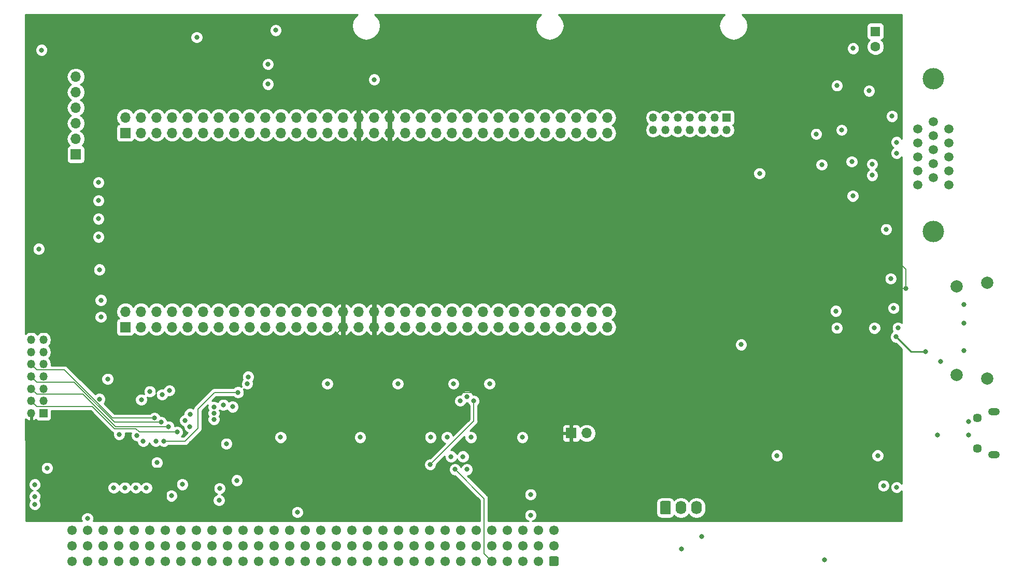
<source format=gbr>
G04 #@! TF.GenerationSoftware,KiCad,Pcbnew,5.0.2+dfsg1-1~bpo9+1*
G04 #@! TF.CreationDate,2022-02-11T12:22:13+01:00*
G04 #@! TF.ProjectId,nubus-to-ztex,6e756275-732d-4746-9f2d-7a7465782e6b,rev?*
G04 #@! TF.SameCoordinates,Original*
G04 #@! TF.FileFunction,Copper,L3,Inr*
G04 #@! TF.FilePolarity,Positive*
%FSLAX46Y46*%
G04 Gerber Fmt 4.6, Leading zero omitted, Abs format (unit mm)*
G04 Created by KiCad (PCBNEW 5.0.2+dfsg1-1~bpo9+1) date Fri Feb 11 12:22:13 2022*
%MOMM*%
%LPD*%
G01*
G04 APERTURE LIST*
G04 #@! TA.AperFunction,ViaPad*
%ADD10R,1.350000X1.350000*%
G04 #@! TD*
G04 #@! TA.AperFunction,ViaPad*
%ADD11O,1.350000X1.350000*%
G04 #@! TD*
G04 #@! TA.AperFunction,ViaPad*
%ADD12C,1.450000*%
G04 #@! TD*
G04 #@! TA.AperFunction,ViaPad*
%ADD13O,1.900000X1.200000*%
G04 #@! TD*
G04 #@! TA.AperFunction,ViaPad*
%ADD14R,1.700000X1.700000*%
G04 #@! TD*
G04 #@! TA.AperFunction,ViaPad*
%ADD15O,1.700000X1.700000*%
G04 #@! TD*
G04 #@! TA.AperFunction,Conductor*
%ADD16C,0.100000*%
G04 #@! TD*
G04 #@! TA.AperFunction,ViaPad*
%ADD17C,1.740000*%
G04 #@! TD*
G04 #@! TA.AperFunction,ViaPad*
%ADD18O,1.740000X2.200000*%
G04 #@! TD*
G04 #@! TA.AperFunction,ViaPad*
%ADD19C,2.000000*%
G04 #@! TD*
G04 #@! TA.AperFunction,ViaPad*
%ADD20C,1.500000*%
G04 #@! TD*
G04 #@! TA.AperFunction,ViaPad*
%ADD21C,3.500000*%
G04 #@! TD*
G04 #@! TA.AperFunction,ViaPad*
%ADD22R,1.600000X1.600000*%
G04 #@! TD*
G04 #@! TA.AperFunction,ViaPad*
%ADD23C,1.600000*%
G04 #@! TD*
G04 #@! TA.AperFunction,ViaPad*
%ADD24C,1.550000*%
G04 #@! TD*
G04 #@! TA.AperFunction,ViaPad*
%ADD25C,0.800000*%
G04 #@! TD*
G04 #@! TA.AperFunction,Conductor*
%ADD26C,0.800000*%
G04 #@! TD*
G04 #@! TA.AperFunction,Conductor*
%ADD27C,0.152400*%
G04 #@! TD*
G04 #@! TA.AperFunction,Conductor*
%ADD28C,0.500000*%
G04 #@! TD*
G04 #@! TA.AperFunction,Conductor*
%ADD29C,0.250000*%
G04 #@! TD*
G04 #@! TA.AperFunction,Conductor*
%ADD30C,0.254000*%
G04 #@! TD*
G04 APERTURE END LIST*
D10*
G04 #@! TO.N,GND*
G04 #@! TO.C,J2*
X116600000Y-75800000D03*
D11*
G04 #@! TO.N,+3V3*
X114600000Y-75800000D03*
G04 #@! TO.N,GND*
X116600000Y-73800000D03*
G04 #@! TO.N,CPLD_JTAG_TMS*
X114600000Y-73800000D03*
G04 #@! TO.N,GND*
X116600000Y-71800000D03*
G04 #@! TO.N,CPLD_JTAG_TCK*
X114600000Y-71800000D03*
G04 #@! TO.N,GND*
X116600000Y-69800000D03*
G04 #@! TO.N,CPLD_JTAG_TDO*
X114600000Y-69800000D03*
G04 #@! TO.N,GND*
X116600000Y-67800000D03*
G04 #@! TO.N,CPLD_JTAG_TDI*
X114600000Y-67800000D03*
G04 #@! TO.N,GND*
X116600000Y-65800000D03*
G04 #@! TO.N,Net-(J2-Pad12)*
X114600000Y-65800000D03*
G04 #@! TO.N,GND*
X116600000Y-63800000D03*
G04 #@! TO.N,Net-(J2-Pad14)*
X114600000Y-63800000D03*
G04 #@! TD*
D12*
G04 #@! TO.N,SHIELD*
G04 #@! TO.C,J6*
X269197500Y-81570000D03*
X269197500Y-76570000D03*
D13*
X271897500Y-82570000D03*
X271897500Y-75570000D03*
G04 #@! TD*
D14*
G04 #@! TO.N,+3V3*
G04 #@! TO.C,J8*
X202830000Y-79080000D03*
D15*
G04 #@! TO.N,GND*
X205370000Y-79080000D03*
G04 #@! TD*
D16*
G04 #@! TO.N,GND*
G04 #@! TO.C,J7*
G36*
X218884505Y-90171204D02*
X218908773Y-90174804D01*
X218932572Y-90180765D01*
X218955671Y-90189030D01*
X218977850Y-90199520D01*
X218998893Y-90212132D01*
X219018599Y-90226747D01*
X219036777Y-90243223D01*
X219053253Y-90261401D01*
X219067868Y-90281107D01*
X219080480Y-90302150D01*
X219090970Y-90324329D01*
X219099235Y-90347428D01*
X219105196Y-90371227D01*
X219108796Y-90395495D01*
X219110000Y-90419999D01*
X219110000Y-92120001D01*
X219108796Y-92144505D01*
X219105196Y-92168773D01*
X219099235Y-92192572D01*
X219090970Y-92215671D01*
X219080480Y-92237850D01*
X219067868Y-92258893D01*
X219053253Y-92278599D01*
X219036777Y-92296777D01*
X219018599Y-92313253D01*
X218998893Y-92327868D01*
X218977850Y-92340480D01*
X218955671Y-92350970D01*
X218932572Y-92359235D01*
X218908773Y-92365196D01*
X218884505Y-92368796D01*
X218860001Y-92370000D01*
X217619999Y-92370000D01*
X217595495Y-92368796D01*
X217571227Y-92365196D01*
X217547428Y-92359235D01*
X217524329Y-92350970D01*
X217502150Y-92340480D01*
X217481107Y-92327868D01*
X217461401Y-92313253D01*
X217443223Y-92296777D01*
X217426747Y-92278599D01*
X217412132Y-92258893D01*
X217399520Y-92237850D01*
X217389030Y-92215671D01*
X217380765Y-92192572D01*
X217374804Y-92168773D01*
X217371204Y-92144505D01*
X217370000Y-92120001D01*
X217370000Y-90419999D01*
X217371204Y-90395495D01*
X217374804Y-90371227D01*
X217380765Y-90347428D01*
X217389030Y-90324329D01*
X217399520Y-90302150D01*
X217412132Y-90281107D01*
X217426747Y-90261401D01*
X217443223Y-90243223D01*
X217461401Y-90226747D01*
X217481107Y-90212132D01*
X217502150Y-90199520D01*
X217524329Y-90189030D01*
X217547428Y-90180765D01*
X217571227Y-90174804D01*
X217595495Y-90171204D01*
X217619999Y-90170000D01*
X218860001Y-90170000D01*
X218884505Y-90171204D01*
X218884505Y-90171204D01*
G37*
D17*
X218240000Y-91270000D03*
D18*
G04 #@! TO.N,+5V*
X220780000Y-91270000D03*
G04 #@! TO.N,GND*
X223320000Y-91270000D03*
G04 #@! TD*
D14*
G04 #@! TO.N,Net-(JCD1-Pad1)*
G04 #@! TO.C,JCD1*
X130000000Y-30000000D03*
D15*
G04 #@! TO.N,Net-(JCD1-Pad2)*
X130000000Y-27460000D03*
G04 #@! TO.N,GND*
X132540000Y-30000000D03*
X132540000Y-27460000D03*
G04 #@! TO.N,/B2B/RX*
X135080000Y-30000000D03*
G04 #@! TO.N,/B2B/TX*
X135080000Y-27460000D03*
G04 #@! TO.N,~ID3_3V3*
X137620000Y-30000000D03*
G04 #@! TO.N,~ID2_3V3*
X137620000Y-27460000D03*
G04 #@! TO.N,~ID0_3V3*
X140160000Y-30000000D03*
G04 #@! TO.N,~ID1_3V3*
X140160000Y-27460000D03*
G04 #@! TO.N,tmoen*
X142700000Y-30000000D03*
G04 #@! TO.N,LED0*
X142700000Y-27460000D03*
G04 #@! TO.N,HDMI_HPD_A*
X145240000Y-30000000D03*
G04 #@! TO.N,LED1*
X145240000Y-27460000D03*
G04 #@! TO.N,HDMI_SDA_A*
X147780000Y-30000000D03*
G04 #@! TO.N,~CLK2X_3V3*
X147780000Y-27460000D03*
G04 #@! TO.N,HDMI_SCL_A*
X150320000Y-30000000D03*
G04 #@! TO.N,~TM2_3V3*
X150320000Y-27460000D03*
G04 #@! TO.N,HDMI_CEC_A*
X152860000Y-30000000D03*
G04 #@! TO.N,FPGA_VGA_HS*
X152860000Y-27460000D03*
G04 #@! TO.N,HDMI_CLK+*
X155400000Y-30000000D03*
G04 #@! TO.N,FPGA_VGA_VS*
X155400000Y-27460000D03*
G04 #@! TO.N,HDMI_CLK-*
X157940000Y-30000000D03*
G04 #@! TO.N,HDMI_D0-*
X157940000Y-27460000D03*
G04 #@! TO.N,HDMI_D1-*
X160480000Y-30000000D03*
G04 #@! TO.N,HDMI_D0+*
X160480000Y-27460000D03*
G04 #@! TO.N,HDMI_D1+*
X163020000Y-30000000D03*
G04 #@! TO.N,HDMI_D2-*
X163020000Y-27460000D03*
G04 #@! TO.N,FPGA_VGA_CLK*
X165560000Y-30000000D03*
G04 #@! TO.N,HDMI_D2+*
X165560000Y-27460000D03*
G04 #@! TO.N,+3V3*
X168100000Y-30000000D03*
X168100000Y-27460000D03*
G04 #@! TO.N,GND*
X170640000Y-30000000D03*
X170640000Y-27460000D03*
G04 #@! TO.N,+3V3*
X173180000Y-30000000D03*
X173180000Y-27460000D03*
G04 #@! TO.N,FPGA_B7*
X175720000Y-30000000D03*
G04 #@! TO.N,FPGA_R0*
X175720000Y-27460000D03*
G04 #@! TO.N,FPGA_B6*
X178260000Y-30000000D03*
G04 #@! TO.N,FPGA_R1*
X178260000Y-27460000D03*
G04 #@! TO.N,FPGA_B5*
X180800000Y-30000000D03*
G04 #@! TO.N,FPGA_R2*
X180800000Y-27460000D03*
G04 #@! TO.N,FPGA_B4*
X183340000Y-30000000D03*
G04 #@! TO.N,FPGA_R3*
X183340000Y-27460000D03*
G04 #@! TO.N,FPGA_B3*
X185880000Y-30000000D03*
G04 #@! TO.N,FPGA_R4*
X185880000Y-27460000D03*
G04 #@! TO.N,FPGA_B2*
X188420000Y-30000000D03*
G04 #@! TO.N,FPGA_R5*
X188420000Y-27460000D03*
G04 #@! TO.N,FPGA_B1*
X190960000Y-30000000D03*
G04 #@! TO.N,FPGA_R6*
X190960000Y-27460000D03*
G04 #@! TO.N,FPGA_B0*
X193500000Y-30000000D03*
G04 #@! TO.N,FPGA_R7*
X193500000Y-27460000D03*
G04 #@! TO.N,FPGA_G7*
X196040000Y-30000000D03*
G04 #@! TO.N,FPGA_G0*
X196040000Y-27460000D03*
G04 #@! TO.N,FPGA_G6*
X198580000Y-30000000D03*
G04 #@! TO.N,FPGA_G1*
X198580000Y-27460000D03*
G04 #@! TO.N,FPGA_G5*
X201120000Y-30000000D03*
G04 #@! TO.N,FPGA_G2*
X201120000Y-27460000D03*
G04 #@! TO.N,FPGA_G4*
X203660000Y-30000000D03*
G04 #@! TO.N,FPGA_G3*
X203660000Y-27460000D03*
G04 #@! TO.N,FPGA_JTAG_TDO*
X206200000Y-30000000D03*
G04 #@! TO.N,FPGA_JTAG_TMS*
X206200000Y-27460000D03*
G04 #@! TO.N,GND*
X208740000Y-30000000D03*
X208740000Y-27460000D03*
G04 #@! TD*
D10*
G04 #@! TO.N,GND*
G04 #@! TO.C,J1*
X228230000Y-27500000D03*
D11*
G04 #@! TO.N,/B2B/JTAG_VIO*
X228230000Y-29500000D03*
G04 #@! TO.N,GND*
X226230000Y-27500000D03*
G04 #@! TO.N,FPGA_JTAG_TMS*
X226230000Y-29500000D03*
G04 #@! TO.N,GND*
X224230000Y-27500000D03*
G04 #@! TO.N,FPGA_JTAG_TCK*
X224230000Y-29500000D03*
G04 #@! TO.N,GND*
X222230000Y-27500000D03*
G04 #@! TO.N,FPGA_JTAG_TDO*
X222230000Y-29500000D03*
G04 #@! TO.N,GND*
X220230000Y-27500000D03*
G04 #@! TO.N,FPGA_JTAG_TDI*
X220230000Y-29500000D03*
G04 #@! TO.N,GND*
X218230000Y-27500000D03*
G04 #@! TO.N,Net-(J1-Pad12)*
X218230000Y-29500000D03*
G04 #@! TO.N,GND*
X216230000Y-27500000D03*
G04 #@! TO.N,Net-(J1-Pad14)*
X216230000Y-29500000D03*
G04 #@! TD*
D19*
G04 #@! TO.N,SHIELD*
G04 #@! TO.C,J5*
X270800000Y-70150000D03*
X270800000Y-54450000D03*
X265850000Y-69550000D03*
X265850000Y-55050000D03*
G04 #@! TD*
D20*
G04 #@! TO.N,Net-(J9-Pad15)*
G04 #@! TO.C,J9*
X264540000Y-38460000D03*
G04 #@! TO.N,/vga/VGA_VS*
X264540000Y-36170000D03*
G04 #@! TO.N,/vga/VGA_HS*
X264540000Y-33876000D03*
G04 #@! TO.N,Net-(J9-Pad12)*
X264540000Y-31590000D03*
G04 #@! TO.N,Net-(J9-Pad11)*
X264540000Y-29300000D03*
G04 #@! TO.N,GND*
X262000000Y-37320000D03*
G04 #@! TO.N,Net-(J9-Pad9)*
X262000000Y-35030000D03*
G04 #@! TO.N,GND*
X262000000Y-32740000D03*
X262000000Y-30450000D03*
X262000000Y-28160000D03*
X259460000Y-38460000D03*
G04 #@! TO.N,Net-(J9-Pad4)*
X259460000Y-36170000D03*
G04 #@! TO.N,/vga/VGA_B*
X259460000Y-33880000D03*
G04 #@! TO.N,/vga/VGA_G*
X259460000Y-31590000D03*
G04 #@! TO.N,/vga/VGA_R*
X259460000Y-29300000D03*
D21*
G04 #@! TO.N,SHIELD*
X262000000Y-21130000D03*
X262000000Y-46130000D03*
G04 #@! TD*
D22*
G04 #@! TO.N,SHIELD*
G04 #@! TO.C,C39*
X252540000Y-13380000D03*
D23*
G04 #@! TO.N,GND*
X252540000Y-15880000D03*
G04 #@! TD*
D16*
G04 #@! TO.N,-12V*
G04 #@! TO.C,J4*
G36*
X200549505Y-99226204D02*
X200573773Y-99229804D01*
X200597572Y-99235765D01*
X200620671Y-99244030D01*
X200642850Y-99254520D01*
X200663893Y-99267132D01*
X200683599Y-99281747D01*
X200701777Y-99298223D01*
X200718253Y-99316401D01*
X200732868Y-99336107D01*
X200745480Y-99357150D01*
X200755970Y-99379329D01*
X200764235Y-99402428D01*
X200770196Y-99426227D01*
X200773796Y-99450495D01*
X200775000Y-99474999D01*
X200775000Y-100525001D01*
X200773796Y-100549505D01*
X200770196Y-100573773D01*
X200764235Y-100597572D01*
X200755970Y-100620671D01*
X200745480Y-100642850D01*
X200732868Y-100663893D01*
X200718253Y-100683599D01*
X200701777Y-100701777D01*
X200683599Y-100718253D01*
X200663893Y-100732868D01*
X200642850Y-100745480D01*
X200620671Y-100755970D01*
X200597572Y-100764235D01*
X200573773Y-100770196D01*
X200549505Y-100773796D01*
X200525001Y-100775000D01*
X199474999Y-100775000D01*
X199450495Y-100773796D01*
X199426227Y-100770196D01*
X199402428Y-100764235D01*
X199379329Y-100755970D01*
X199357150Y-100745480D01*
X199336107Y-100732868D01*
X199316401Y-100718253D01*
X199298223Y-100701777D01*
X199281747Y-100683599D01*
X199267132Y-100663893D01*
X199254520Y-100642850D01*
X199244030Y-100620671D01*
X199235765Y-100597572D01*
X199229804Y-100573773D01*
X199226204Y-100549505D01*
X199225000Y-100525001D01*
X199225000Y-99474999D01*
X199226204Y-99450495D01*
X199229804Y-99426227D01*
X199235765Y-99402428D01*
X199244030Y-99379329D01*
X199254520Y-99357150D01*
X199267132Y-99336107D01*
X199281747Y-99316401D01*
X199298223Y-99298223D01*
X199316401Y-99281747D01*
X199336107Y-99267132D01*
X199357150Y-99254520D01*
X199379329Y-99244030D01*
X199402428Y-99235765D01*
X199426227Y-99229804D01*
X199450495Y-99226204D01*
X199474999Y-99225000D01*
X200525001Y-99225000D01*
X200549505Y-99226204D01*
X200549505Y-99226204D01*
G37*
D24*
X200000000Y-100000000D03*
G04 #@! TO.N,SB0_5V*
X197460000Y-100000000D03*
G04 #@! TO.N,~SPV_5V*
X194920000Y-100000000D03*
G04 #@! TO.N,~SP_5V*
X192380000Y-100000000D03*
G04 #@! TO.N,~TM1_5V*
X189840000Y-100000000D03*
G04 #@! TO.N,~AD1_5V*
X187300000Y-100000000D03*
G04 #@! TO.N,~AD3_5V*
X184760000Y-100000000D03*
G04 #@! TO.N,~AD5_5V*
X182220000Y-100000000D03*
G04 #@! TO.N,~AD7_5V*
X179680000Y-100000000D03*
G04 #@! TO.N,~AD9_5V*
X177140000Y-100000000D03*
G04 #@! TO.N,~AD11_5V*
X174600000Y-100000000D03*
G04 #@! TO.N,~AD13_5V*
X172060000Y-100000000D03*
G04 #@! TO.N,~AD15_5V*
X169520000Y-100000000D03*
G04 #@! TO.N,~AD17_5V*
X166980000Y-100000000D03*
G04 #@! TO.N,~AD19_5V*
X164440000Y-100000000D03*
G04 #@! TO.N,~AD21_5V*
X161900000Y-100000000D03*
G04 #@! TO.N,~AD23_5V*
X159360000Y-100000000D03*
G04 #@! TO.N,~AD25_5V*
X156820000Y-100000000D03*
G04 #@! TO.N,~AD27_5V*
X154280000Y-100000000D03*
G04 #@! TO.N,~AD29_5V*
X151740000Y-100000000D03*
G04 #@! TO.N,~AD31_5V*
X149200000Y-100000000D03*
G04 #@! TO.N,GND*
X146660000Y-100000000D03*
X144120000Y-100000000D03*
G04 #@! TO.N,~ARB1_5V*
X141580000Y-100000000D03*
G04 #@! TO.N,~ARB3_5V*
X139040000Y-100000000D03*
G04 #@! TO.N,~ID1_5V*
X136500000Y-100000000D03*
G04 #@! TO.N,~ID3_5V*
X133960000Y-100000000D03*
G04 #@! TO.N,~ACK_5V*
X131420000Y-100000000D03*
G04 #@! TO.N,+5V*
X128880000Y-100000000D03*
G04 #@! TO.N,~RQST_5V*
X126340000Y-100000000D03*
G04 #@! TO.N,~NMRQ_5V*
X123800000Y-100000000D03*
G04 #@! TO.N,+12V*
X121260000Y-100000000D03*
G04 #@! TO.N,-12V*
X200000000Y-97460000D03*
G04 #@! TO.N,GND*
X197460000Y-97460000D03*
X194920000Y-97460000D03*
G04 #@! TO.N,+5V*
X192380000Y-97460000D03*
X189840000Y-97460000D03*
X187300000Y-97460000D03*
X184760000Y-97460000D03*
G04 #@! TO.N,~TM2_5V*
X182220000Y-97460000D03*
G04 #@! TO.N,~CM0_5V*
X179680000Y-97460000D03*
G04 #@! TO.N,~CM1_5V*
X177140000Y-97460000D03*
G04 #@! TO.N,~CM2_5V*
X174600000Y-97460000D03*
G04 #@! TO.N,GND*
X172060000Y-97460000D03*
X169520000Y-97460000D03*
X166980000Y-97460000D03*
X164440000Y-97460000D03*
X161900000Y-97460000D03*
X159360000Y-97460000D03*
X156820000Y-97460000D03*
X154280000Y-97460000D03*
X151740000Y-97460000D03*
X149200000Y-97460000D03*
X146660000Y-97460000D03*
X144120000Y-97460000D03*
G04 #@! TO.N,~CLK2X_5V*
X141580000Y-97460000D03*
G04 #@! TO.N,STDBYPWR*
X139040000Y-97460000D03*
G04 #@! TO.N,~CLK2XEN_5V*
X136500000Y-97460000D03*
G04 #@! TO.N,~CBUSY_5V*
X133960000Y-97460000D03*
G04 #@! TO.N,+5V*
X131420000Y-97460000D03*
X128880000Y-97460000D03*
G04 #@! TO.N,GND*
X126340000Y-97460000D03*
X123800000Y-97460000D03*
G04 #@! TO.N,+12V*
X121260000Y-97460000D03*
G04 #@! TO.N,~RESET_5V*
X200000000Y-94920000D03*
G04 #@! TO.N,SB1_5V*
X197460000Y-94920000D03*
G04 #@! TO.N,+5V*
X194920000Y-94920000D03*
X192380000Y-94920000D03*
G04 #@! TO.N,~TM0_5V*
X189840000Y-94920000D03*
G04 #@! TO.N,~AD0_5V*
X187300000Y-94920000D03*
G04 #@! TO.N,~AD2_5V*
X184760000Y-94920000D03*
G04 #@! TO.N,~AD4_5V*
X182220000Y-94920000D03*
G04 #@! TO.N,~AD6_5V*
X179680000Y-94920000D03*
G04 #@! TO.N,~AD8_5V*
X177140000Y-94920000D03*
G04 #@! TO.N,~AD10_5V*
X174600000Y-94920000D03*
G04 #@! TO.N,~AD12_5V*
X172060000Y-94920000D03*
G04 #@! TO.N,~AD14_5V*
X169520000Y-94920000D03*
G04 #@! TO.N,~AD16_5V*
X166980000Y-94920000D03*
G04 #@! TO.N,~AD18_5V*
X164440000Y-94920000D03*
G04 #@! TO.N,~AD20_5V*
X161900000Y-94920000D03*
G04 #@! TO.N,~AD22_5V*
X159360000Y-94920000D03*
G04 #@! TO.N,~AD24_5V*
X156820000Y-94920000D03*
G04 #@! TO.N,~AD26_5V*
X154280000Y-94920000D03*
G04 #@! TO.N,~AD28_5V*
X151740000Y-94920000D03*
G04 #@! TO.N,~AD30_5V*
X149200000Y-94920000D03*
G04 #@! TO.N,GND*
X146660000Y-94920000D03*
G04 #@! TO.N,~PFW_5V*
X144120000Y-94920000D03*
G04 #@! TO.N,~ARB0_5V*
X141580000Y-94920000D03*
G04 #@! TO.N,~ARB2_5V*
X139040000Y-94920000D03*
G04 #@! TO.N,~ID0_5V*
X136500000Y-94920000D03*
G04 #@! TO.N,~ID2_5V*
X133960000Y-94920000D03*
G04 #@! TO.N,~START_5V*
X131420000Y-94920000D03*
G04 #@! TO.N,+5V*
X128880000Y-94920000D03*
X126340000Y-94920000D03*
G04 #@! TO.N,GND*
X123800000Y-94920000D03*
G04 #@! TO.N,~CLK_5V*
X121260000Y-94920000D03*
G04 #@! TD*
D15*
G04 #@! TO.N,Net-(J3-Pad6)*
G04 #@! TO.C,J3*
X121900000Y-20800000D03*
G04 #@! TO.N,/B2B/TX*
X121900000Y-23340000D03*
G04 #@! TO.N,/B2B/RX*
X121900000Y-25880000D03*
G04 #@! TO.N,Net-(J3-Pad3)*
X121900000Y-28420000D03*
G04 #@! TO.N,Net-(J3-Pad2)*
X121900000Y-30960000D03*
D14*
G04 #@! TO.N,GND*
X121900000Y-33500000D03*
G04 #@! TD*
D15*
G04 #@! TO.N,GND*
G04 #@! TO.C,JAB1*
X208740000Y-59210000D03*
G04 #@! TO.N,/B2B/JTAG_VIO*
X208740000Y-61750000D03*
G04 #@! TO.N,FPGA_JTAG_TCK*
X206200000Y-59210000D03*
G04 #@! TO.N,FPGA_JTAG_TDI*
X206200000Y-61750000D03*
G04 #@! TO.N,USBH0_D-*
X203660000Y-59210000D03*
G04 #@! TO.N,USBH0_D+*
X203660000Y-61750000D03*
G04 #@! TO.N,~AD0_3V3*
X201120000Y-59210000D03*
G04 #@! TO.N,~AD1_3V3*
X201120000Y-61750000D03*
G04 #@! TO.N,~AD2_3V3*
X198580000Y-59210000D03*
G04 #@! TO.N,~AD3_3V3*
X198580000Y-61750000D03*
G04 #@! TO.N,~AD4_3V3*
X196040000Y-59210000D03*
G04 #@! TO.N,~AD5_3V3*
X196040000Y-61750000D03*
G04 #@! TO.N,~AD6_3V3*
X193500000Y-59210000D03*
G04 #@! TO.N,~AD7_3V3*
X193500000Y-61750000D03*
G04 #@! TO.N,~AD8_3V3*
X190960000Y-59210000D03*
G04 #@! TO.N,~AD9_3V3*
X190960000Y-61750000D03*
G04 #@! TO.N,~AD10_3V3*
X188420000Y-59210000D03*
G04 #@! TO.N,~AD11_3V3*
X188420000Y-61750000D03*
G04 #@! TO.N,~AD12_3V3*
X185880000Y-59210000D03*
G04 #@! TO.N,~AD13_3V3*
X185880000Y-61750000D03*
G04 #@! TO.N,~AD14_3V3*
X183340000Y-59210000D03*
G04 #@! TO.N,~AD15_3V3*
X183340000Y-61750000D03*
G04 #@! TO.N,~AD16_3V3*
X180800000Y-59210000D03*
G04 #@! TO.N,~AD17_3V3*
X180800000Y-61750000D03*
G04 #@! TO.N,~AD18_3V3*
X178260000Y-59210000D03*
G04 #@! TO.N,~AD19_3V3*
X178260000Y-61750000D03*
G04 #@! TO.N,~AD20_3V3*
X175720000Y-59210000D03*
G04 #@! TO.N,~AD21_3V3*
X175720000Y-61750000D03*
G04 #@! TO.N,~AD22_3V3*
X173180000Y-59210000D03*
G04 #@! TO.N,~AD23_3V3*
X173180000Y-61750000D03*
G04 #@! TO.N,+3V3*
X170640000Y-59210000D03*
X170640000Y-61750000D03*
G04 #@! TO.N,GND*
X168100000Y-59210000D03*
X168100000Y-61750000D03*
G04 #@! TO.N,+3V3*
X165560000Y-59210000D03*
X165560000Y-61750000D03*
G04 #@! TO.N,~AD24_3V3*
X163020000Y-59210000D03*
G04 #@! TO.N,NUBUS_OE*
X163020000Y-61750000D03*
G04 #@! TO.N,~AD26_3V3*
X160480000Y-59210000D03*
G04 #@! TO.N,~AD25_3V3*
X160480000Y-61750000D03*
G04 #@! TO.N,~AD28_3V3*
X157940000Y-59210000D03*
G04 #@! TO.N,~AD27_3V3*
X157940000Y-61750000D03*
G04 #@! TO.N,~AD30_3V3*
X155400000Y-59210000D03*
G04 #@! TO.N,~AD29_3V3*
X155400000Y-61750000D03*
G04 #@! TO.N,~CLK_3V3*
X152860000Y-59210000D03*
G04 #@! TO.N,~AD31_3V3*
X152860000Y-61750000D03*
G04 #@! TO.N,NUBUS_AD_DIR*
X150320000Y-59210000D03*
G04 #@! TO.N,~RESET_3V3*
X150320000Y-61750000D03*
G04 #@! TO.N,fpga_to_cpld_signal_2*
X147780000Y-59210000D03*
G04 #@! TO.N,NUBUS_MASTER_DIR*
X147780000Y-61750000D03*
G04 #@! TO.N,fpga_to_cpld_clk*
X145240000Y-59210000D03*
G04 #@! TO.N,fpga_to_cpld_signal*
X145240000Y-61750000D03*
G04 #@! TO.N,ARB*
X142700000Y-59210000D03*
G04 #@! TO.N,GRANT*
X142700000Y-61750000D03*
G04 #@! TO.N,~ACK_3V3*
X140160000Y-59210000D03*
G04 #@! TO.N,~START_3V3*
X140160000Y-61750000D03*
G04 #@! TO.N,~TM1_3V3*
X137620000Y-59210000D03*
G04 #@! TO.N,~TM0_3V3*
X137620000Y-61750000D03*
G04 #@! TO.N,~NMRQ_3V3*
X135080000Y-59210000D03*
G04 #@! TO.N,~RQST_3V3*
X135080000Y-61750000D03*
G04 #@! TO.N,GND*
X132540000Y-59210000D03*
X132540000Y-61750000D03*
G04 #@! TO.N,+5V*
X130000000Y-59210000D03*
D14*
X130000000Y-61750000D03*
G04 #@! TD*
D25*
G04 #@! TO.N,GND*
X137500000Y-89312500D03*
X256220000Y-61875000D03*
X128980000Y-79260000D03*
X246250000Y-22250000D03*
X252900000Y-82730000D03*
X256000000Y-31500000D03*
X251500000Y-23100000D03*
X252380000Y-61875000D03*
X256000000Y-33300000D03*
X262640000Y-79355000D03*
X149900000Y-71000000D03*
X117200000Y-84780000D03*
X189500000Y-71000000D03*
X243770000Y-35180000D03*
X125750000Y-73500000D03*
X115200000Y-87480000D03*
X145400000Y-88100000D03*
X255250000Y-27250000D03*
X242870000Y-30170000D03*
X248840000Y-40287500D03*
X139300000Y-87450000D03*
X155357500Y-79750000D03*
X148200000Y-86800000D03*
X141650000Y-14352500D03*
X256010000Y-87920000D03*
X127100000Y-70212500D03*
X179857500Y-79750000D03*
X115200000Y-90730000D03*
X263200000Y-67357500D03*
X145300000Y-90050000D03*
X224140000Y-96000000D03*
X248670000Y-34670001D03*
X146500000Y-80800000D03*
X194857500Y-79750000D03*
X168357500Y-79750000D03*
X163000000Y-71000000D03*
X137200000Y-72100000D03*
X267730000Y-79355000D03*
X267720000Y-77180000D03*
X233600000Y-36600000D03*
X267000000Y-65550000D03*
X140550000Y-75950000D03*
X174500000Y-71000000D03*
X135152523Y-83900000D03*
X247020000Y-29510000D03*
X267000000Y-58050000D03*
X255500000Y-58625000D03*
X255040000Y-53812500D03*
X248890000Y-16170000D03*
X115200000Y-89430000D03*
X186450000Y-79750000D03*
X183600000Y-71000000D03*
X116300000Y-16437500D03*
X246062500Y-59100000D03*
X267000000Y-61050000D03*
X244180000Y-99750000D03*
X236450000Y-82730000D03*
X254302500Y-45750000D03*
X230600000Y-64600000D03*
X170640000Y-21260000D03*
X115850000Y-48950000D03*
X158100000Y-92000000D03*
X196200000Y-92480000D03*
X196200000Y-89100000D03*
X123800000Y-93000000D03*
G04 #@! TO.N,+3V3*
X256000000Y-22250000D03*
X140112500Y-65000000D03*
X143500000Y-77950000D03*
X127250000Y-71787500D03*
X252000000Y-33000000D03*
X117503601Y-60080000D03*
X117503601Y-52370000D03*
X256000000Y-29500000D03*
X248080000Y-63750000D03*
X117503601Y-57330000D03*
X161750000Y-73687500D03*
X222537500Y-59000000D03*
X148750000Y-73687500D03*
X257550000Y-55387500D03*
X173300000Y-73700000D03*
X160287500Y-20250000D03*
X241210000Y-35980000D03*
X246800000Y-26300000D03*
X118665134Y-45500000D03*
X118665134Y-39500000D03*
X137500000Y-90887500D03*
X245550000Y-57975000D03*
X136727523Y-83900000D03*
X188250000Y-73687500D03*
X161000000Y-14700000D03*
X121200000Y-84780000D03*
X181250000Y-73687500D03*
X116300000Y-11212500D03*
X182100000Y-87100000D03*
X118300000Y-79800000D03*
X115812500Y-82500000D03*
X126287500Y-82100000D03*
X143787500Y-86100000D03*
X140387500Y-83700000D03*
G04 #@! TO.N,+5V*
X253850000Y-87660000D03*
X246230000Y-61872500D03*
X131697842Y-88000000D03*
X129897842Y-88000000D03*
X128097842Y-88000000D03*
X133421568Y-88014972D03*
X220840000Y-97970000D03*
G04 #@! TO.N,~RESET_5V*
X146000000Y-74450000D03*
G04 #@! TO.N,~TM1_5V*
X140500000Y-78000000D03*
X183850000Y-85000000D03*
G04 #@! TO.N,~TM2_5V*
X186900000Y-73800000D03*
X134960000Y-80370000D03*
X179800000Y-84200000D03*
G04 #@! TO.N,~TM0_5V*
X139750000Y-77000000D03*
X185800000Y-85000000D03*
G04 #@! TO.N,~ID3_3V3*
X125600000Y-38077042D03*
G04 #@! TO.N,~ID2_3V3*
X125600000Y-41043708D03*
G04 #@! TO.N,~ID1_3V3*
X125600000Y-44010374D03*
G04 #@! TO.N,~ID0_3V3*
X125600000Y-46977042D03*
G04 #@! TO.N,~CLK2X_5V*
X132920000Y-80370000D03*
G04 #@! TO.N,~START_3V3*
X132600000Y-73600000D03*
G04 #@! TO.N,~ACK_3V3*
X125750000Y-52344020D03*
X134000000Y-72250000D03*
G04 #@! TO.N,~RESET_3V3*
X154562500Y-13200000D03*
G04 #@! TO.N,~TM0_3V3*
X126000000Y-57330000D03*
G04 #@! TO.N,~TM1_3V3*
X126000000Y-60080000D03*
G04 #@! TO.N,FPGA_VGA_HS*
X252000000Y-35100000D03*
G04 #@! TO.N,FPGA_VGA_VS*
X252000000Y-36900000D03*
G04 #@! TO.N,HDMI_5V*
X255920000Y-63320000D03*
X260760000Y-65782500D03*
G04 #@! TO.N,ARB*
X153300000Y-18750000D03*
G04 #@! TO.N,NUBUS_AD_DIR*
X147500000Y-74750000D03*
G04 #@! TO.N,CPLD_JTAG_TDI*
X134750000Y-76600000D03*
G04 #@! TO.N,CPLD_JTAG_TDO*
X135850000Y-77300000D03*
G04 #@! TO.N,CPLD_JTAG_TMS*
X138450000Y-78900000D03*
G04 #@! TO.N,CPLD_JTAG_TCK*
X137050000Y-78000000D03*
G04 #@! TO.N,fpga_to_cpld_clk*
X131900000Y-79450000D03*
G04 #@! TO.N,GRANT*
X153300000Y-22000000D03*
G04 #@! TO.N,fpga_to_cpld_signal*
X136000000Y-72770000D03*
G04 #@! TO.N,TMx_oe_n*
X144450000Y-74800000D03*
X182550000Y-79750000D03*
G04 #@! TO.N,TM1_n_o*
X183200000Y-82900000D03*
X144450000Y-76800000D03*
G04 #@! TO.N,TM0_n_o*
X144450000Y-75800000D03*
X185150000Y-82900000D03*
G04 #@! TO.N,TM2_o_n*
X150050000Y-69860000D03*
X185800000Y-73100000D03*
G04 #@! TO.N,TM2_oe_n*
X136280000Y-80360000D03*
X184700000Y-73800000D03*
X148400000Y-72400000D03*
G04 #@! TD*
D26*
G04 #@! TO.N,+3V3*
X165560000Y-61750000D02*
X165560000Y-65100000D01*
D27*
X256750000Y-28750000D02*
X256000000Y-29500000D01*
D26*
X173180000Y-39820000D02*
X173180000Y-30000000D01*
X168100000Y-30000000D02*
X168100000Y-32800000D01*
D27*
X118750000Y-61950000D02*
X117503601Y-60703601D01*
D26*
X170640000Y-42360000D02*
X173180000Y-39820000D01*
D27*
X129000000Y-51200000D02*
X117503601Y-51200000D01*
D26*
X165560000Y-59210000D02*
X165560000Y-55540000D01*
D27*
X143100001Y-78349999D02*
X143500000Y-77950000D01*
X170764999Y-47124999D02*
X223475001Y-47124999D01*
D26*
X170640000Y-59210000D02*
X170640000Y-47000000D01*
X168100000Y-27460000D02*
X168100000Y-25600000D01*
D27*
X165460000Y-66400000D02*
X165560000Y-66500000D01*
X199687500Y-73687500D02*
X202830000Y-76830000D01*
X143500000Y-77950000D02*
X147202500Y-77950000D01*
X241210000Y-35980000D02*
X230090000Y-47100000D01*
X257550000Y-52320000D02*
X241210000Y-35980000D01*
X148750000Y-73687500D02*
X148750000Y-76402500D01*
X230090000Y-47100000D02*
X223550000Y-47100000D01*
X117503601Y-60703601D02*
X117503601Y-60080000D01*
X252000000Y-33000000D02*
X244190000Y-33000000D01*
X136934315Y-90887500D02*
X136727523Y-90680708D01*
D26*
X170640000Y-63860000D02*
X170640000Y-61750000D01*
D27*
X256000000Y-22250000D02*
X256750000Y-23000000D01*
X248479999Y-59720001D02*
X250225000Y-57975000D01*
X168100000Y-32800000D02*
X155900000Y-45000000D01*
X165560000Y-61750000D02*
X163110000Y-64200000D01*
X163110000Y-64200000D02*
X140912500Y-64200000D01*
X140912500Y-64200000D02*
X140112500Y-65000000D01*
X252812500Y-55387500D02*
X257550000Y-55387500D01*
X168100000Y-25600000D02*
X169000000Y-24700000D01*
D26*
X170640000Y-60412081D02*
X170640000Y-61750000D01*
D27*
X253750000Y-29500000D02*
X252000000Y-31250000D01*
D26*
X165560000Y-59210000D02*
X165560000Y-61750000D01*
D27*
X244190000Y-33000000D02*
X241210000Y-35980000D01*
X223550000Y-47100000D02*
X223550000Y-57987500D01*
X165610000Y-73700000D02*
X165560000Y-73750000D01*
X257550000Y-55387500D02*
X257550000Y-52320000D01*
D26*
X165560000Y-72250000D02*
X165560000Y-73750000D01*
D27*
X172200000Y-24700000D02*
X173180000Y-25680000D01*
X160250000Y-73687500D02*
X161750000Y-73687500D01*
X137500000Y-90887500D02*
X136934315Y-90887500D01*
X166000000Y-64500000D02*
X170000000Y-64500000D01*
X165497500Y-73687500D02*
X165560000Y-73750000D01*
D26*
X173180000Y-27460000D02*
X173180000Y-30000000D01*
D27*
X118665134Y-45500000D02*
X117503601Y-46661533D01*
D26*
X165560000Y-67000000D02*
X165560000Y-72250000D01*
X170640000Y-59210000D02*
X170640000Y-60412081D01*
D27*
X170000000Y-64500000D02*
X170640000Y-63860000D01*
X136727523Y-90680708D02*
X136727523Y-84465685D01*
X117503601Y-58753601D02*
X117503601Y-58400000D01*
X223550000Y-57987500D02*
X222537500Y-59000000D01*
D28*
X202830000Y-76830000D02*
X202830000Y-79080000D01*
D27*
X160287500Y-15412500D02*
X161000000Y-14700000D01*
X118665134Y-39500000D02*
X118665134Y-45500000D01*
X117503601Y-60080000D02*
X117503601Y-58753601D01*
X136727523Y-84465685D02*
X136727523Y-83900000D01*
X256000000Y-29500000D02*
X253750000Y-29500000D01*
X160287500Y-20250000D02*
X160287500Y-15412500D01*
X117503601Y-51200000D02*
X117503601Y-52370000D01*
X169000000Y-24700000D02*
X172200000Y-24700000D01*
D26*
X168100000Y-27460000D02*
X168100000Y-30000000D01*
X165560000Y-65100000D02*
X165560000Y-66500000D01*
D27*
X148750000Y-73687500D02*
X160250000Y-73687500D01*
X117503601Y-58400000D02*
X117503601Y-57330000D01*
X248479999Y-63350001D02*
X248479999Y-59720001D01*
X250225000Y-57975000D02*
X252812500Y-55387500D01*
D26*
X170640000Y-47000000D02*
X170640000Y-42360000D01*
D27*
X248080000Y-63750000D02*
X248479999Y-63350001D01*
X251750000Y-31250000D02*
X252000000Y-31250000D01*
X147202500Y-77950000D02*
X148750000Y-76402500D01*
X256750000Y-23000000D02*
X256750000Y-28750000D01*
X135200000Y-45000000D02*
X129000000Y-51200000D01*
X165560000Y-75510000D02*
X165600000Y-75550000D01*
X165440000Y-65220000D02*
X165560000Y-65100000D01*
X155900000Y-45000000D02*
X135200000Y-45000000D01*
X117503601Y-46661533D02*
X117503601Y-51200000D01*
X170640000Y-47000000D02*
X170764999Y-47124999D01*
X252000000Y-33000000D02*
X252000000Y-31250000D01*
X160287500Y-20250000D02*
X162750000Y-20250000D01*
D26*
X173180000Y-25680000D02*
X173180000Y-27460000D01*
D27*
X162750000Y-20250000D02*
X168100000Y-25600000D01*
X246800000Y-26300000D02*
X251750000Y-31250000D01*
X117503601Y-52370000D02*
X117503601Y-57200000D01*
X245550000Y-57975000D02*
X250225000Y-57975000D01*
X117503601Y-57330000D02*
X117503601Y-57200000D01*
X161750000Y-73687500D02*
X165497500Y-73687500D01*
D26*
X165560000Y-67000000D02*
X165560000Y-66500000D01*
D27*
X166000000Y-64500000D02*
X165560000Y-64060000D01*
D26*
X165560000Y-73750000D02*
X165560000Y-75510000D01*
D27*
X136727523Y-83900000D02*
X137550000Y-83900000D01*
X134037500Y-65000000D02*
X140112500Y-65000000D01*
X127250000Y-71787500D02*
X134037500Y-65000000D01*
X135847523Y-84780000D02*
X121200000Y-84780000D01*
X136727523Y-83900000D02*
X135847523Y-84780000D01*
D28*
X202830000Y-79080000D02*
X202830000Y-81470000D01*
D27*
X114600000Y-75800000D02*
X114600000Y-78180000D01*
X161762500Y-73700000D02*
X161750000Y-73687500D01*
X173300000Y-73700000D02*
X161762500Y-73700000D01*
X173312500Y-73687500D02*
X173300000Y-73700000D01*
X188250000Y-73687500D02*
X199687500Y-73687500D01*
X181250000Y-73687500D02*
X173312500Y-73687500D01*
X157512500Y-11212500D02*
X161000000Y-14700000D01*
X116300000Y-11212500D02*
X157512500Y-11212500D01*
X188250000Y-73121815D02*
X187528185Y-72400000D01*
X188250000Y-73687500D02*
X188250000Y-73121815D01*
X182537500Y-72400000D02*
X181250000Y-73687500D01*
X187528185Y-72400000D02*
X182537500Y-72400000D01*
X182100000Y-87100000D02*
X177100000Y-87100000D01*
X173300000Y-83300000D02*
X173300000Y-73700000D01*
X177100000Y-87100000D02*
X173300000Y-83300000D01*
X117300000Y-80800000D02*
X117220000Y-80800000D01*
X118300000Y-79800000D02*
X117300000Y-80800000D01*
X114600000Y-78180000D02*
X117220000Y-80800000D01*
X115812500Y-82500000D02*
X117332500Y-80980000D01*
X117332500Y-80980000D02*
X117400000Y-80980000D01*
X117400000Y-80980000D02*
X121200000Y-84780000D01*
X117220000Y-80800000D02*
X117400000Y-80980000D01*
X134927523Y-82100000D02*
X136727523Y-83900000D01*
X126287500Y-82100000D02*
X134927523Y-82100000D01*
X143500000Y-85812500D02*
X143787500Y-86100000D01*
X143500000Y-77950000D02*
X143500000Y-85812500D01*
X139821815Y-83700000D02*
X137750000Y-83700000D01*
X140387500Y-83700000D02*
X139821815Y-83700000D01*
X137750000Y-83700000D02*
X143100001Y-78349999D01*
X137550000Y-83900000D02*
X137750000Y-83700000D01*
G04 #@! TO.N,+5V*
X133406596Y-88000000D02*
X133421568Y-88014972D01*
X220840000Y-91330000D02*
X220780000Y-91270000D01*
G04 #@! TO.N,~TM1_5V*
X189840000Y-100000000D02*
X188600000Y-98760000D01*
X188600000Y-89750000D02*
X183850000Y-85000000D01*
X188600000Y-98760000D02*
X188600000Y-89750000D01*
G04 #@! TO.N,~TM2_5V*
X186900000Y-77100000D02*
X179800000Y-84200000D01*
X186900000Y-73800000D02*
X186900000Y-77100000D01*
G04 #@! TO.N,~AD23_3V3*
X173212500Y-61782500D02*
X173180000Y-61750000D01*
D29*
G04 #@! TO.N,HDMI_5V*
X258382500Y-65782500D02*
X260760000Y-65782500D01*
X255920000Y-63320000D02*
X258382500Y-65782500D01*
D27*
G04 #@! TO.N,CPLD_JTAG_TDI*
X120023271Y-68703601D02*
X127919670Y-76600000D01*
X115503601Y-68703601D02*
X120023271Y-68703601D01*
X114600000Y-67800000D02*
X115503601Y-68703601D01*
X127919670Y-76600000D02*
X133000000Y-76600000D01*
X133000000Y-76600000D02*
X134750000Y-76600000D01*
G04 #@! TO.N,CPLD_JTAG_TDO*
X134100000Y-77300000D02*
X135850000Y-77300000D01*
X114600000Y-69800000D02*
X115503601Y-70703601D01*
X115503601Y-70703601D02*
X121592205Y-70703601D01*
X121592205Y-70703601D02*
X128188604Y-77300000D01*
X128188604Y-77300000D02*
X134100000Y-77300000D01*
G04 #@! TO.N,CPLD_JTAG_TMS*
X136700000Y-78900000D02*
X138450000Y-78900000D01*
X114600000Y-73800000D02*
X115503601Y-74703601D01*
X115503601Y-74703601D02*
X124593601Y-74703601D01*
X124593601Y-74703601D02*
X128211399Y-78321399D01*
X132280330Y-78900000D02*
X136700000Y-78900000D01*
X131701729Y-78321399D02*
X132280330Y-78900000D01*
X128211399Y-78321399D02*
X131701729Y-78321399D01*
G04 #@! TO.N,CPLD_JTAG_TCK*
X135300000Y-78000000D02*
X128380000Y-78000000D01*
X115503601Y-72703601D02*
X114600000Y-71800000D01*
X123083601Y-72703601D02*
X115503601Y-72703601D01*
X128380000Y-78000000D02*
X123083601Y-72703601D01*
X135300000Y-78000000D02*
X137050000Y-78000000D01*
G04 #@! TO.N,TM2_oe_n*
X136280000Y-80360000D02*
X139760000Y-80360000D01*
X139760000Y-80360000D02*
X141820000Y-78300000D01*
X141820000Y-78300000D02*
X141820000Y-75120000D01*
X144540000Y-72400000D02*
X148400000Y-72400000D01*
X141820000Y-75120000D02*
X144540000Y-72400000D01*
G04 #@! TD*
D30*
G04 #@! TO.N,+3V3*
G36*
X167424765Y-11095766D02*
X167090262Y-11752265D01*
X166975000Y-12480000D01*
X167090262Y-13207735D01*
X167424765Y-13864234D01*
X167945766Y-14385235D01*
X168602265Y-14719738D01*
X169330000Y-14835000D01*
X170057735Y-14719738D01*
X170714234Y-14385235D01*
X171235235Y-13864234D01*
X171569738Y-13207735D01*
X171685000Y-12480000D01*
X171569738Y-11752265D01*
X171235235Y-11095766D01*
X170766469Y-10627000D01*
X197893531Y-10627000D01*
X197424765Y-11095766D01*
X197090262Y-11752265D01*
X196975000Y-12480000D01*
X197090262Y-13207735D01*
X197424765Y-13864234D01*
X197945766Y-14385235D01*
X198602265Y-14719738D01*
X199330000Y-14835000D01*
X200057735Y-14719738D01*
X200714234Y-14385235D01*
X201235235Y-13864234D01*
X201569738Y-13207735D01*
X201685000Y-12480000D01*
X201569738Y-11752265D01*
X201235235Y-11095766D01*
X200766469Y-10627000D01*
X227893531Y-10627000D01*
X227424765Y-11095766D01*
X227090262Y-11752265D01*
X226975000Y-12480000D01*
X227090262Y-13207735D01*
X227424765Y-13864234D01*
X227945766Y-14385235D01*
X228602265Y-14719738D01*
X229330000Y-14835000D01*
X230057735Y-14719738D01*
X230714234Y-14385235D01*
X231235235Y-13864234D01*
X231569738Y-13207735D01*
X231669161Y-12580000D01*
X251092560Y-12580000D01*
X251092560Y-14180000D01*
X251141843Y-14427765D01*
X251282191Y-14637809D01*
X251492235Y-14778157D01*
X251592503Y-14798101D01*
X251323466Y-15067138D01*
X251105000Y-15594561D01*
X251105000Y-16165439D01*
X251323466Y-16692862D01*
X251727138Y-17096534D01*
X252254561Y-17315000D01*
X252825439Y-17315000D01*
X253352862Y-17096534D01*
X253756534Y-16692862D01*
X253975000Y-16165439D01*
X253975000Y-15594561D01*
X253756534Y-15067138D01*
X253487497Y-14798101D01*
X253587765Y-14778157D01*
X253797809Y-14637809D01*
X253938157Y-14427765D01*
X253987440Y-14180000D01*
X253987440Y-12580000D01*
X253938157Y-12332235D01*
X253797809Y-12122191D01*
X253587765Y-11981843D01*
X253340000Y-11932560D01*
X251740000Y-11932560D01*
X251492235Y-11981843D01*
X251282191Y-12122191D01*
X251141843Y-12332235D01*
X251092560Y-12580000D01*
X231669161Y-12580000D01*
X231685000Y-12480000D01*
X231569738Y-11752265D01*
X231235235Y-11095766D01*
X230766469Y-10627000D01*
X256873000Y-10627000D01*
X256873000Y-30909289D01*
X256586280Y-30622569D01*
X256205874Y-30465000D01*
X255794126Y-30465000D01*
X255413720Y-30622569D01*
X255122569Y-30913720D01*
X254965000Y-31294126D01*
X254965000Y-31705874D01*
X255122569Y-32086280D01*
X255413720Y-32377431D01*
X255468206Y-32400000D01*
X255413720Y-32422569D01*
X255122569Y-32713720D01*
X254965000Y-33094126D01*
X254965000Y-33505874D01*
X255122569Y-33886280D01*
X255413720Y-34177431D01*
X255794126Y-34335000D01*
X256205874Y-34335000D01*
X256586280Y-34177431D01*
X256873000Y-33890711D01*
X256873000Y-61064289D01*
X256806280Y-60997569D01*
X256425874Y-60840000D01*
X256014126Y-60840000D01*
X255633720Y-60997569D01*
X255342569Y-61288720D01*
X255185000Y-61669126D01*
X255185000Y-62080874D01*
X255334658Y-62442181D01*
X255333720Y-62442569D01*
X255042569Y-62733720D01*
X254885000Y-63114126D01*
X254885000Y-63525874D01*
X255042569Y-63906280D01*
X255333720Y-64197431D01*
X255714126Y-64355000D01*
X255880199Y-64355000D01*
X256873000Y-65347801D01*
X256873000Y-87319289D01*
X256596280Y-87042569D01*
X256215874Y-86885000D01*
X255804126Y-86885000D01*
X255423720Y-87042569D01*
X255132569Y-87333720D01*
X254975000Y-87714126D01*
X254975000Y-88125874D01*
X255132569Y-88506280D01*
X255423720Y-88797431D01*
X255804126Y-88955000D01*
X256215874Y-88955000D01*
X256596280Y-88797431D01*
X256873000Y-88520711D01*
X256873000Y-93473000D01*
X196507271Y-93473000D01*
X196786280Y-93357431D01*
X197077431Y-93066280D01*
X197235000Y-92685874D01*
X197235000Y-92274126D01*
X197077431Y-91893720D01*
X196786280Y-91602569D01*
X196405874Y-91445000D01*
X195994126Y-91445000D01*
X195613720Y-91602569D01*
X195322569Y-91893720D01*
X195165000Y-92274126D01*
X195165000Y-92685874D01*
X195322569Y-93066280D01*
X195613720Y-93357431D01*
X195892729Y-93473000D01*
X189311200Y-93473000D01*
X189311200Y-90419999D01*
X216722560Y-90419999D01*
X216722560Y-92120001D01*
X216790873Y-92463436D01*
X216985414Y-92754586D01*
X217276564Y-92949127D01*
X217619999Y-93017440D01*
X218860001Y-93017440D01*
X219203436Y-92949127D01*
X219494586Y-92754586D01*
X219651413Y-92519878D01*
X219694956Y-92585044D01*
X220192779Y-92917678D01*
X220780000Y-93034484D01*
X221367222Y-92917678D01*
X221865044Y-92585044D01*
X222050000Y-92308237D01*
X222234956Y-92585044D01*
X222732779Y-92917678D01*
X223320000Y-93034484D01*
X223907222Y-92917678D01*
X224405044Y-92585044D01*
X224737678Y-92087221D01*
X224825000Y-91648225D01*
X224825000Y-90891774D01*
X224737678Y-90452778D01*
X224405044Y-89954956D01*
X223907221Y-89622322D01*
X223320000Y-89505516D01*
X222732778Y-89622322D01*
X222234956Y-89954956D01*
X222050000Y-90231763D01*
X221865044Y-89954956D01*
X221367221Y-89622322D01*
X220780000Y-89505516D01*
X220192778Y-89622322D01*
X219694956Y-89954956D01*
X219651414Y-90020122D01*
X219494586Y-89785414D01*
X219203436Y-89590873D01*
X218860001Y-89522560D01*
X217619999Y-89522560D01*
X217276564Y-89590873D01*
X216985414Y-89785414D01*
X216790873Y-90076564D01*
X216722560Y-90419999D01*
X189311200Y-90419999D01*
X189311200Y-89820041D01*
X189325132Y-89749999D01*
X189311200Y-89679957D01*
X189311200Y-89679954D01*
X189269936Y-89472504D01*
X189158597Y-89305874D01*
X189152424Y-89296635D01*
X189152422Y-89296633D01*
X189112746Y-89237254D01*
X189053367Y-89197578D01*
X188749915Y-88894126D01*
X195165000Y-88894126D01*
X195165000Y-89305874D01*
X195322569Y-89686280D01*
X195613720Y-89977431D01*
X195994126Y-90135000D01*
X196405874Y-90135000D01*
X196786280Y-89977431D01*
X197077431Y-89686280D01*
X197235000Y-89305874D01*
X197235000Y-88894126D01*
X197077431Y-88513720D01*
X196786280Y-88222569D01*
X196405874Y-88065000D01*
X195994126Y-88065000D01*
X195613720Y-88222569D01*
X195322569Y-88513720D01*
X195165000Y-88894126D01*
X188749915Y-88894126D01*
X187309915Y-87454126D01*
X252815000Y-87454126D01*
X252815000Y-87865874D01*
X252972569Y-88246280D01*
X253263720Y-88537431D01*
X253644126Y-88695000D01*
X254055874Y-88695000D01*
X254436280Y-88537431D01*
X254727431Y-88246280D01*
X254885000Y-87865874D01*
X254885000Y-87454126D01*
X254727431Y-87073720D01*
X254436280Y-86782569D01*
X254055874Y-86625000D01*
X253644126Y-86625000D01*
X253263720Y-86782569D01*
X252972569Y-87073720D01*
X252815000Y-87454126D01*
X187309915Y-87454126D01*
X185890788Y-86035000D01*
X186005874Y-86035000D01*
X186386280Y-85877431D01*
X186677431Y-85586280D01*
X186835000Y-85205874D01*
X186835000Y-84794126D01*
X186677431Y-84413720D01*
X186386280Y-84122569D01*
X186005874Y-83965000D01*
X185594126Y-83965000D01*
X185213720Y-84122569D01*
X184922569Y-84413720D01*
X184825000Y-84649273D01*
X184727431Y-84413720D01*
X184436280Y-84122569D01*
X184055874Y-83965000D01*
X183644126Y-83965000D01*
X183263720Y-84122569D01*
X182972569Y-84413720D01*
X182815000Y-84794126D01*
X182815000Y-85205874D01*
X182972569Y-85586280D01*
X183263720Y-85877431D01*
X183644126Y-86035000D01*
X183879212Y-86035000D01*
X187888801Y-90044590D01*
X187888801Y-93473000D01*
X124724353Y-93473000D01*
X124835000Y-93205874D01*
X124835000Y-92794126D01*
X124677431Y-92413720D01*
X124386280Y-92122569D01*
X124005874Y-91965000D01*
X123594126Y-91965000D01*
X123213720Y-92122569D01*
X122922569Y-92413720D01*
X122765000Y-92794126D01*
X122765000Y-93205874D01*
X122875647Y-93473000D01*
X113726847Y-93473000D01*
X113724827Y-91794126D01*
X157065000Y-91794126D01*
X157065000Y-92205874D01*
X157222569Y-92586280D01*
X157513720Y-92877431D01*
X157894126Y-93035000D01*
X158305874Y-93035000D01*
X158686280Y-92877431D01*
X158977431Y-92586280D01*
X159135000Y-92205874D01*
X159135000Y-91794126D01*
X158977431Y-91413720D01*
X158686280Y-91122569D01*
X158305874Y-90965000D01*
X157894126Y-90965000D01*
X157513720Y-91122569D01*
X157222569Y-91413720D01*
X157065000Y-91794126D01*
X113724827Y-91794126D01*
X113719388Y-87274126D01*
X114165000Y-87274126D01*
X114165000Y-87685874D01*
X114322569Y-88066280D01*
X114613720Y-88357431D01*
X114849273Y-88455000D01*
X114613720Y-88552569D01*
X114322569Y-88843720D01*
X114165000Y-89224126D01*
X114165000Y-89635874D01*
X114322569Y-90016280D01*
X114386289Y-90080000D01*
X114322569Y-90143720D01*
X114165000Y-90524126D01*
X114165000Y-90935874D01*
X114322569Y-91316280D01*
X114613720Y-91607431D01*
X114994126Y-91765000D01*
X115405874Y-91765000D01*
X115786280Y-91607431D01*
X116077431Y-91316280D01*
X116235000Y-90935874D01*
X116235000Y-90524126D01*
X116077431Y-90143720D01*
X116013711Y-90080000D01*
X116077431Y-90016280D01*
X116235000Y-89635874D01*
X116235000Y-89224126D01*
X116186331Y-89106626D01*
X136465000Y-89106626D01*
X136465000Y-89518374D01*
X136622569Y-89898780D01*
X136913720Y-90189931D01*
X137294126Y-90347500D01*
X137705874Y-90347500D01*
X138086280Y-90189931D01*
X138377431Y-89898780D01*
X138400069Y-89844126D01*
X144265000Y-89844126D01*
X144265000Y-90255874D01*
X144422569Y-90636280D01*
X144713720Y-90927431D01*
X145094126Y-91085000D01*
X145505874Y-91085000D01*
X145886280Y-90927431D01*
X146177431Y-90636280D01*
X146335000Y-90255874D01*
X146335000Y-89844126D01*
X146177431Y-89463720D01*
X145886280Y-89172569D01*
X145700727Y-89095711D01*
X145986280Y-88977431D01*
X146277431Y-88686280D01*
X146435000Y-88305874D01*
X146435000Y-87894126D01*
X146277431Y-87513720D01*
X145986280Y-87222569D01*
X145605874Y-87065000D01*
X145194126Y-87065000D01*
X144813720Y-87222569D01*
X144522569Y-87513720D01*
X144365000Y-87894126D01*
X144365000Y-88305874D01*
X144522569Y-88686280D01*
X144813720Y-88977431D01*
X144999273Y-89054289D01*
X144713720Y-89172569D01*
X144422569Y-89463720D01*
X144265000Y-89844126D01*
X138400069Y-89844126D01*
X138535000Y-89518374D01*
X138535000Y-89106626D01*
X138377431Y-88726220D01*
X138086280Y-88435069D01*
X137705874Y-88277500D01*
X137294126Y-88277500D01*
X136913720Y-88435069D01*
X136622569Y-88726220D01*
X136465000Y-89106626D01*
X116186331Y-89106626D01*
X116077431Y-88843720D01*
X115786280Y-88552569D01*
X115550727Y-88455000D01*
X115786280Y-88357431D01*
X116077431Y-88066280D01*
X116190160Y-87794126D01*
X127062842Y-87794126D01*
X127062842Y-88205874D01*
X127220411Y-88586280D01*
X127511562Y-88877431D01*
X127891968Y-89035000D01*
X128303716Y-89035000D01*
X128684122Y-88877431D01*
X128975273Y-88586280D01*
X128997842Y-88531794D01*
X129020411Y-88586280D01*
X129311562Y-88877431D01*
X129691968Y-89035000D01*
X130103716Y-89035000D01*
X130484122Y-88877431D01*
X130775273Y-88586280D01*
X130797842Y-88531794D01*
X130820411Y-88586280D01*
X131111562Y-88877431D01*
X131491968Y-89035000D01*
X131903716Y-89035000D01*
X132284122Y-88877431D01*
X132552219Y-88609334D01*
X132835288Y-88892403D01*
X133215694Y-89049972D01*
X133627442Y-89049972D01*
X134007848Y-88892403D01*
X134298999Y-88601252D01*
X134456568Y-88220846D01*
X134456568Y-87809098D01*
X134298999Y-87428692D01*
X134114433Y-87244126D01*
X138265000Y-87244126D01*
X138265000Y-87655874D01*
X138422569Y-88036280D01*
X138713720Y-88327431D01*
X139094126Y-88485000D01*
X139505874Y-88485000D01*
X139886280Y-88327431D01*
X140177431Y-88036280D01*
X140335000Y-87655874D01*
X140335000Y-87244126D01*
X140177431Y-86863720D01*
X139907837Y-86594126D01*
X147165000Y-86594126D01*
X147165000Y-87005874D01*
X147322569Y-87386280D01*
X147613720Y-87677431D01*
X147994126Y-87835000D01*
X148405874Y-87835000D01*
X148786280Y-87677431D01*
X149077431Y-87386280D01*
X149235000Y-87005874D01*
X149235000Y-86594126D01*
X149077431Y-86213720D01*
X148786280Y-85922569D01*
X148405874Y-85765000D01*
X147994126Y-85765000D01*
X147613720Y-85922569D01*
X147322569Y-86213720D01*
X147165000Y-86594126D01*
X139907837Y-86594126D01*
X139886280Y-86572569D01*
X139505874Y-86415000D01*
X139094126Y-86415000D01*
X138713720Y-86572569D01*
X138422569Y-86863720D01*
X138265000Y-87244126D01*
X134114433Y-87244126D01*
X134007848Y-87137541D01*
X133627442Y-86979972D01*
X133215694Y-86979972D01*
X132835288Y-87137541D01*
X132567191Y-87405638D01*
X132284122Y-87122569D01*
X131903716Y-86965000D01*
X131491968Y-86965000D01*
X131111562Y-87122569D01*
X130820411Y-87413720D01*
X130797842Y-87468206D01*
X130775273Y-87413720D01*
X130484122Y-87122569D01*
X130103716Y-86965000D01*
X129691968Y-86965000D01*
X129311562Y-87122569D01*
X129020411Y-87413720D01*
X128997842Y-87468206D01*
X128975273Y-87413720D01*
X128684122Y-87122569D01*
X128303716Y-86965000D01*
X127891968Y-86965000D01*
X127511562Y-87122569D01*
X127220411Y-87413720D01*
X127062842Y-87794126D01*
X116190160Y-87794126D01*
X116235000Y-87685874D01*
X116235000Y-87274126D01*
X116077431Y-86893720D01*
X115786280Y-86602569D01*
X115405874Y-86445000D01*
X114994126Y-86445000D01*
X114613720Y-86602569D01*
X114322569Y-86893720D01*
X114165000Y-87274126D01*
X113719388Y-87274126D01*
X113716139Y-84574126D01*
X116165000Y-84574126D01*
X116165000Y-84985874D01*
X116322569Y-85366280D01*
X116613720Y-85657431D01*
X116994126Y-85815000D01*
X117405874Y-85815000D01*
X117786280Y-85657431D01*
X118077431Y-85366280D01*
X118235000Y-84985874D01*
X118235000Y-84574126D01*
X118077431Y-84193720D01*
X117786280Y-83902569D01*
X117405874Y-83745000D01*
X116994126Y-83745000D01*
X116613720Y-83902569D01*
X116322569Y-84193720D01*
X116165000Y-84574126D01*
X113716139Y-84574126D01*
X113715081Y-83694126D01*
X134117523Y-83694126D01*
X134117523Y-84105874D01*
X134275092Y-84486280D01*
X134566243Y-84777431D01*
X134946649Y-84935000D01*
X135358397Y-84935000D01*
X135738803Y-84777431D01*
X136029954Y-84486280D01*
X136187523Y-84105874D01*
X136187523Y-83994126D01*
X178765000Y-83994126D01*
X178765000Y-84405874D01*
X178922569Y-84786280D01*
X179213720Y-85077431D01*
X179594126Y-85235000D01*
X180005874Y-85235000D01*
X180386280Y-85077431D01*
X180677431Y-84786280D01*
X180835000Y-84405874D01*
X180835000Y-84170788D01*
X182165000Y-82840788D01*
X182165000Y-83105874D01*
X182322569Y-83486280D01*
X182613720Y-83777431D01*
X182994126Y-83935000D01*
X183405874Y-83935000D01*
X183786280Y-83777431D01*
X184077431Y-83486280D01*
X184175000Y-83250727D01*
X184272569Y-83486280D01*
X184563720Y-83777431D01*
X184944126Y-83935000D01*
X185355874Y-83935000D01*
X185736280Y-83777431D01*
X186027431Y-83486280D01*
X186185000Y-83105874D01*
X186185000Y-82694126D01*
X186114584Y-82524126D01*
X235415000Y-82524126D01*
X235415000Y-82935874D01*
X235572569Y-83316280D01*
X235863720Y-83607431D01*
X236244126Y-83765000D01*
X236655874Y-83765000D01*
X237036280Y-83607431D01*
X237327431Y-83316280D01*
X237485000Y-82935874D01*
X237485000Y-82524126D01*
X251865000Y-82524126D01*
X251865000Y-82935874D01*
X252022569Y-83316280D01*
X252313720Y-83607431D01*
X252694126Y-83765000D01*
X253105874Y-83765000D01*
X253486280Y-83607431D01*
X253777431Y-83316280D01*
X253935000Y-82935874D01*
X253935000Y-82524126D01*
X253777431Y-82143720D01*
X253486280Y-81852569D01*
X253105874Y-81695000D01*
X252694126Y-81695000D01*
X252313720Y-81852569D01*
X252022569Y-82143720D01*
X251865000Y-82524126D01*
X237485000Y-82524126D01*
X237327431Y-82143720D01*
X237036280Y-81852569D01*
X236655874Y-81695000D01*
X236244126Y-81695000D01*
X235863720Y-81852569D01*
X235572569Y-82143720D01*
X235415000Y-82524126D01*
X186114584Y-82524126D01*
X186027431Y-82313720D01*
X185736280Y-82022569D01*
X185355874Y-81865000D01*
X184944126Y-81865000D01*
X184563720Y-82022569D01*
X184272569Y-82313720D01*
X184175000Y-82549273D01*
X184077431Y-82313720D01*
X183786280Y-82022569D01*
X183405874Y-81865000D01*
X183140788Y-81865000D01*
X185415000Y-79590789D01*
X185415000Y-79955874D01*
X185572569Y-80336280D01*
X185863720Y-80627431D01*
X186244126Y-80785000D01*
X186655874Y-80785000D01*
X187036280Y-80627431D01*
X187327431Y-80336280D01*
X187485000Y-79955874D01*
X187485000Y-79544126D01*
X193822500Y-79544126D01*
X193822500Y-79955874D01*
X193980069Y-80336280D01*
X194271220Y-80627431D01*
X194651626Y-80785000D01*
X195063374Y-80785000D01*
X195443780Y-80627431D01*
X195734931Y-80336280D01*
X195892500Y-79955874D01*
X195892500Y-79544126D01*
X195818615Y-79365750D01*
X201345000Y-79365750D01*
X201345000Y-80056309D01*
X201441673Y-80289698D01*
X201620301Y-80468327D01*
X201853690Y-80565000D01*
X202544250Y-80565000D01*
X202703000Y-80406250D01*
X202703000Y-79207000D01*
X201503750Y-79207000D01*
X201345000Y-79365750D01*
X195818615Y-79365750D01*
X195734931Y-79163720D01*
X195443780Y-78872569D01*
X195063374Y-78715000D01*
X194651626Y-78715000D01*
X194271220Y-78872569D01*
X193980069Y-79163720D01*
X193822500Y-79544126D01*
X187485000Y-79544126D01*
X187327431Y-79163720D01*
X187036280Y-78872569D01*
X186655874Y-78715000D01*
X186290789Y-78715000D01*
X186902098Y-78103691D01*
X201345000Y-78103691D01*
X201345000Y-78794250D01*
X201503750Y-78953000D01*
X202703000Y-78953000D01*
X202703000Y-77753750D01*
X202957000Y-77753750D01*
X202957000Y-78953000D01*
X202977000Y-78953000D01*
X202977000Y-79207000D01*
X202957000Y-79207000D01*
X202957000Y-80406250D01*
X203115750Y-80565000D01*
X203806310Y-80565000D01*
X204039699Y-80468327D01*
X204218327Y-80289698D01*
X204284904Y-80128967D01*
X204299375Y-80150625D01*
X204790582Y-80478839D01*
X205223744Y-80565000D01*
X205516256Y-80565000D01*
X205949418Y-80478839D01*
X206440625Y-80150625D01*
X206768839Y-79659418D01*
X206884092Y-79080000D01*
X206768839Y-78500582D01*
X206440625Y-78009375D01*
X205949418Y-77681161D01*
X205516256Y-77595000D01*
X205223744Y-77595000D01*
X204790582Y-77681161D01*
X204299375Y-78009375D01*
X204284904Y-78031033D01*
X204218327Y-77870302D01*
X204039699Y-77691673D01*
X203806310Y-77595000D01*
X203115750Y-77595000D01*
X202957000Y-77753750D01*
X202703000Y-77753750D01*
X202544250Y-77595000D01*
X201853690Y-77595000D01*
X201620301Y-77691673D01*
X201441673Y-77870302D01*
X201345000Y-78103691D01*
X186902098Y-78103691D01*
X187353367Y-77652422D01*
X187412746Y-77612746D01*
X187452422Y-77553367D01*
X187452424Y-77553365D01*
X187569935Y-77377498D01*
X187569935Y-77377497D01*
X187569936Y-77377496D01*
X187611200Y-77170046D01*
X187611200Y-77170043D01*
X187625132Y-77100001D01*
X187611200Y-77029959D01*
X187611200Y-74552511D01*
X187777431Y-74386280D01*
X187935000Y-74005874D01*
X187935000Y-73594126D01*
X187777431Y-73213720D01*
X187486280Y-72922569D01*
X187105874Y-72765000D01*
X186781514Y-72765000D01*
X186677431Y-72513720D01*
X186386280Y-72222569D01*
X186005874Y-72065000D01*
X185594126Y-72065000D01*
X185213720Y-72222569D01*
X184922569Y-72513720D01*
X184818486Y-72765000D01*
X184494126Y-72765000D01*
X184113720Y-72922569D01*
X183822569Y-73213720D01*
X183665000Y-73594126D01*
X183665000Y-74005874D01*
X183822569Y-74386280D01*
X184113720Y-74677431D01*
X184494126Y-74835000D01*
X184905874Y-74835000D01*
X185286280Y-74677431D01*
X185577431Y-74386280D01*
X185681514Y-74135000D01*
X185918486Y-74135000D01*
X186022569Y-74386280D01*
X186188800Y-74552511D01*
X186188801Y-76805410D01*
X183545484Y-79448727D01*
X183427431Y-79163720D01*
X183136280Y-78872569D01*
X182755874Y-78715000D01*
X182344126Y-78715000D01*
X181963720Y-78872569D01*
X181672569Y-79163720D01*
X181515000Y-79544126D01*
X181515000Y-79955874D01*
X181672569Y-80336280D01*
X181963720Y-80627431D01*
X182248727Y-80745485D01*
X179829212Y-83165000D01*
X179594126Y-83165000D01*
X179213720Y-83322569D01*
X178922569Y-83613720D01*
X178765000Y-83994126D01*
X136187523Y-83994126D01*
X136187523Y-83694126D01*
X136029954Y-83313720D01*
X135738803Y-83022569D01*
X135358397Y-82865000D01*
X134946649Y-82865000D01*
X134566243Y-83022569D01*
X134275092Y-83313720D01*
X134117523Y-83694126D01*
X113715081Y-83694126D01*
X113706698Y-76728834D01*
X113810460Y-76845349D01*
X114270598Y-77067920D01*
X114473000Y-76945090D01*
X114473000Y-75927000D01*
X114453000Y-75927000D01*
X114453000Y-75673000D01*
X114473000Y-75673000D01*
X114473000Y-75653000D01*
X114727000Y-75653000D01*
X114727000Y-75673000D01*
X114747000Y-75673000D01*
X114747000Y-75927000D01*
X114727000Y-75927000D01*
X114727000Y-76945090D01*
X114929402Y-77067920D01*
X115389540Y-76845349D01*
X115400516Y-76833024D01*
X115467191Y-76932809D01*
X115677235Y-77073157D01*
X115925000Y-77122440D01*
X117275000Y-77122440D01*
X117522765Y-77073157D01*
X117732809Y-76932809D01*
X117873157Y-76722765D01*
X117922440Y-76475000D01*
X117922440Y-75414801D01*
X124299013Y-75414801D01*
X127658977Y-78774766D01*
X127698653Y-78834145D01*
X127758032Y-78873821D01*
X127758034Y-78873823D01*
X127797211Y-78900000D01*
X127933903Y-78991335D01*
X127968184Y-78998154D01*
X127945000Y-79054126D01*
X127945000Y-79465874D01*
X128102569Y-79846280D01*
X128393720Y-80137431D01*
X128774126Y-80295000D01*
X129185874Y-80295000D01*
X129566280Y-80137431D01*
X129857431Y-79846280D01*
X130015000Y-79465874D01*
X130015000Y-79054126D01*
X130006083Y-79032599D01*
X130952617Y-79032599D01*
X130865000Y-79244126D01*
X130865000Y-79655874D01*
X131022569Y-80036280D01*
X131313720Y-80327431D01*
X131694126Y-80485000D01*
X131885000Y-80485000D01*
X131885000Y-80575874D01*
X132042569Y-80956280D01*
X132333720Y-81247431D01*
X132714126Y-81405000D01*
X133125874Y-81405000D01*
X133506280Y-81247431D01*
X133797431Y-80956280D01*
X133940000Y-80612087D01*
X134082569Y-80956280D01*
X134373720Y-81247431D01*
X134754126Y-81405000D01*
X135165874Y-81405000D01*
X135546280Y-81247431D01*
X135625000Y-81168711D01*
X135693720Y-81237431D01*
X136074126Y-81395000D01*
X136485874Y-81395000D01*
X136866280Y-81237431D01*
X137032511Y-81071200D01*
X139689959Y-81071200D01*
X139760000Y-81085132D01*
X139830041Y-81071200D01*
X139830046Y-81071200D01*
X140037496Y-81029936D01*
X140272746Y-80872746D01*
X140312424Y-80813364D01*
X140531662Y-80594126D01*
X145465000Y-80594126D01*
X145465000Y-81005874D01*
X145622569Y-81386280D01*
X145913720Y-81677431D01*
X146294126Y-81835000D01*
X146705874Y-81835000D01*
X147086280Y-81677431D01*
X147377431Y-81386280D01*
X147535000Y-81005874D01*
X147535000Y-80594126D01*
X147377431Y-80213720D01*
X147086280Y-79922569D01*
X146705874Y-79765000D01*
X146294126Y-79765000D01*
X145913720Y-79922569D01*
X145622569Y-80213720D01*
X145465000Y-80594126D01*
X140531662Y-80594126D01*
X141581662Y-79544126D01*
X154322500Y-79544126D01*
X154322500Y-79955874D01*
X154480069Y-80336280D01*
X154771220Y-80627431D01*
X155151626Y-80785000D01*
X155563374Y-80785000D01*
X155943780Y-80627431D01*
X156234931Y-80336280D01*
X156392500Y-79955874D01*
X156392500Y-79544126D01*
X167322500Y-79544126D01*
X167322500Y-79955874D01*
X167480069Y-80336280D01*
X167771220Y-80627431D01*
X168151626Y-80785000D01*
X168563374Y-80785000D01*
X168943780Y-80627431D01*
X169234931Y-80336280D01*
X169392500Y-79955874D01*
X169392500Y-79544126D01*
X178822500Y-79544126D01*
X178822500Y-79955874D01*
X178980069Y-80336280D01*
X179271220Y-80627431D01*
X179651626Y-80785000D01*
X180063374Y-80785000D01*
X180443780Y-80627431D01*
X180734931Y-80336280D01*
X180892500Y-79955874D01*
X180892500Y-79544126D01*
X180734931Y-79163720D01*
X180443780Y-78872569D01*
X180063374Y-78715000D01*
X179651626Y-78715000D01*
X179271220Y-78872569D01*
X178980069Y-79163720D01*
X178822500Y-79544126D01*
X169392500Y-79544126D01*
X169234931Y-79163720D01*
X168943780Y-78872569D01*
X168563374Y-78715000D01*
X168151626Y-78715000D01*
X167771220Y-78872569D01*
X167480069Y-79163720D01*
X167322500Y-79544126D01*
X156392500Y-79544126D01*
X156234931Y-79163720D01*
X155943780Y-78872569D01*
X155563374Y-78715000D01*
X155151626Y-78715000D01*
X154771220Y-78872569D01*
X154480069Y-79163720D01*
X154322500Y-79544126D01*
X141581662Y-79544126D01*
X142273369Y-78852420D01*
X142332745Y-78812746D01*
X142372420Y-78753369D01*
X142372424Y-78753365D01*
X142475637Y-78598895D01*
X142489936Y-78577496D01*
X142531200Y-78370046D01*
X142531200Y-78370042D01*
X142545132Y-78300000D01*
X142531200Y-78229958D01*
X142531200Y-75414588D01*
X143459786Y-74486002D01*
X143415000Y-74594126D01*
X143415000Y-75005874D01*
X143536831Y-75300000D01*
X143415000Y-75594126D01*
X143415000Y-76005874D01*
X143536831Y-76300000D01*
X143415000Y-76594126D01*
X143415000Y-77005874D01*
X143572569Y-77386280D01*
X143863720Y-77677431D01*
X144244126Y-77835000D01*
X144655874Y-77835000D01*
X145036280Y-77677431D01*
X145327431Y-77386280D01*
X145485000Y-77005874D01*
X145485000Y-76594126D01*
X145363169Y-76300000D01*
X145485000Y-76005874D01*
X145485000Y-75594126D01*
X145363169Y-75300000D01*
X145369941Y-75283652D01*
X145413720Y-75327431D01*
X145794126Y-75485000D01*
X146205874Y-75485000D01*
X146586280Y-75327431D01*
X146609348Y-75304363D01*
X146622569Y-75336280D01*
X146913720Y-75627431D01*
X147294126Y-75785000D01*
X147705874Y-75785000D01*
X148086280Y-75627431D01*
X148377431Y-75336280D01*
X148535000Y-74955874D01*
X148535000Y-74544126D01*
X148377431Y-74163720D01*
X148086280Y-73872569D01*
X147705874Y-73715000D01*
X147294126Y-73715000D01*
X146913720Y-73872569D01*
X146890652Y-73895637D01*
X146877431Y-73863720D01*
X146586280Y-73572569D01*
X146205874Y-73415000D01*
X145794126Y-73415000D01*
X145413720Y-73572569D01*
X145122569Y-73863720D01*
X145080059Y-73966348D01*
X145036280Y-73922569D01*
X144655874Y-73765000D01*
X144244126Y-73765000D01*
X144136003Y-73809786D01*
X144834589Y-73111200D01*
X147647489Y-73111200D01*
X147813720Y-73277431D01*
X148194126Y-73435000D01*
X148605874Y-73435000D01*
X148986280Y-73277431D01*
X149277431Y-72986280D01*
X149435000Y-72605874D01*
X149435000Y-72194126D01*
X149296821Y-71860532D01*
X149313720Y-71877431D01*
X149694126Y-72035000D01*
X150105874Y-72035000D01*
X150486280Y-71877431D01*
X150777431Y-71586280D01*
X150935000Y-71205874D01*
X150935000Y-70794126D01*
X161965000Y-70794126D01*
X161965000Y-71205874D01*
X162122569Y-71586280D01*
X162413720Y-71877431D01*
X162794126Y-72035000D01*
X163205874Y-72035000D01*
X163586280Y-71877431D01*
X163877431Y-71586280D01*
X164035000Y-71205874D01*
X164035000Y-70794126D01*
X173465000Y-70794126D01*
X173465000Y-71205874D01*
X173622569Y-71586280D01*
X173913720Y-71877431D01*
X174294126Y-72035000D01*
X174705874Y-72035000D01*
X175086280Y-71877431D01*
X175377431Y-71586280D01*
X175535000Y-71205874D01*
X175535000Y-70794126D01*
X182565000Y-70794126D01*
X182565000Y-71205874D01*
X182722569Y-71586280D01*
X183013720Y-71877431D01*
X183394126Y-72035000D01*
X183805874Y-72035000D01*
X184186280Y-71877431D01*
X184477431Y-71586280D01*
X184635000Y-71205874D01*
X184635000Y-70794126D01*
X188465000Y-70794126D01*
X188465000Y-71205874D01*
X188622569Y-71586280D01*
X188913720Y-71877431D01*
X189294126Y-72035000D01*
X189705874Y-72035000D01*
X190086280Y-71877431D01*
X190377431Y-71586280D01*
X190535000Y-71205874D01*
X190535000Y-70794126D01*
X190377431Y-70413720D01*
X190086280Y-70122569D01*
X189705874Y-69965000D01*
X189294126Y-69965000D01*
X188913720Y-70122569D01*
X188622569Y-70413720D01*
X188465000Y-70794126D01*
X184635000Y-70794126D01*
X184477431Y-70413720D01*
X184186280Y-70122569D01*
X183805874Y-69965000D01*
X183394126Y-69965000D01*
X183013720Y-70122569D01*
X182722569Y-70413720D01*
X182565000Y-70794126D01*
X175535000Y-70794126D01*
X175377431Y-70413720D01*
X175086280Y-70122569D01*
X174705874Y-69965000D01*
X174294126Y-69965000D01*
X173913720Y-70122569D01*
X173622569Y-70413720D01*
X173465000Y-70794126D01*
X164035000Y-70794126D01*
X163877431Y-70413720D01*
X163586280Y-70122569D01*
X163205874Y-69965000D01*
X162794126Y-69965000D01*
X162413720Y-70122569D01*
X162122569Y-70413720D01*
X161965000Y-70794126D01*
X150935000Y-70794126D01*
X150830902Y-70542809D01*
X150927431Y-70446280D01*
X151085000Y-70065874D01*
X151085000Y-69654126D01*
X150927431Y-69273720D01*
X150636280Y-68982569D01*
X150255874Y-68825000D01*
X149844126Y-68825000D01*
X149463720Y-68982569D01*
X149172569Y-69273720D01*
X149015000Y-69654126D01*
X149015000Y-70065874D01*
X149119098Y-70317191D01*
X149022569Y-70413720D01*
X148865000Y-70794126D01*
X148865000Y-71205874D01*
X149003179Y-71539468D01*
X148986280Y-71522569D01*
X148605874Y-71365000D01*
X148194126Y-71365000D01*
X147813720Y-71522569D01*
X147647489Y-71688800D01*
X144610042Y-71688800D01*
X144540000Y-71674868D01*
X144469958Y-71688800D01*
X144469954Y-71688800D01*
X144262504Y-71730064D01*
X144262502Y-71730065D01*
X144262503Y-71730065D01*
X144086635Y-71847576D01*
X144086633Y-71847578D01*
X144027254Y-71887254D01*
X143987578Y-71946633D01*
X141366634Y-74567578D01*
X141307255Y-74607254D01*
X141267579Y-74666633D01*
X141267576Y-74666636D01*
X141150065Y-74842504D01*
X141106737Y-75060332D01*
X140755874Y-74915000D01*
X140344126Y-74915000D01*
X139963720Y-75072569D01*
X139672569Y-75363720D01*
X139515000Y-75744126D01*
X139515000Y-75977064D01*
X139163720Y-76122569D01*
X138872569Y-76413720D01*
X138715000Y-76794126D01*
X138715000Y-77205874D01*
X138872569Y-77586280D01*
X139163720Y-77877431D01*
X139465000Y-78002225D01*
X139465000Y-78205874D01*
X139622569Y-78586280D01*
X139913720Y-78877431D01*
X140142158Y-78972053D01*
X139465412Y-79648800D01*
X139164911Y-79648800D01*
X139327431Y-79486280D01*
X139485000Y-79105874D01*
X139485000Y-78694126D01*
X139327431Y-78313720D01*
X139036280Y-78022569D01*
X138655874Y-77865000D01*
X138244126Y-77865000D01*
X138085000Y-77930912D01*
X138085000Y-77794126D01*
X137927431Y-77413720D01*
X137636280Y-77122569D01*
X137255874Y-76965000D01*
X136844126Y-76965000D01*
X136833361Y-76969459D01*
X136727431Y-76713720D01*
X136436280Y-76422569D01*
X136055874Y-76265000D01*
X135731514Y-76265000D01*
X135627431Y-76013720D01*
X135336280Y-75722569D01*
X134955874Y-75565000D01*
X134544126Y-75565000D01*
X134163720Y-75722569D01*
X133997489Y-75888800D01*
X128214259Y-75888800D01*
X126519585Y-74194126D01*
X126627431Y-74086280D01*
X126785000Y-73705874D01*
X126785000Y-73394126D01*
X131565000Y-73394126D01*
X131565000Y-73805874D01*
X131722569Y-74186280D01*
X132013720Y-74477431D01*
X132394126Y-74635000D01*
X132805874Y-74635000D01*
X133186280Y-74477431D01*
X133477431Y-74186280D01*
X133635000Y-73805874D01*
X133635000Y-73394126D01*
X133547481Y-73182837D01*
X133794126Y-73285000D01*
X134205874Y-73285000D01*
X134586280Y-73127431D01*
X134877431Y-72836280D01*
X134965000Y-72624869D01*
X134965000Y-72975874D01*
X135122569Y-73356280D01*
X135413720Y-73647431D01*
X135794126Y-73805000D01*
X136205874Y-73805000D01*
X136586280Y-73647431D01*
X136877431Y-73356280D01*
X136972755Y-73126148D01*
X136994126Y-73135000D01*
X137405874Y-73135000D01*
X137786280Y-72977431D01*
X138077431Y-72686280D01*
X138235000Y-72305874D01*
X138235000Y-71894126D01*
X138077431Y-71513720D01*
X137786280Y-71222569D01*
X137405874Y-71065000D01*
X136994126Y-71065000D01*
X136613720Y-71222569D01*
X136322569Y-71513720D01*
X136227245Y-71743852D01*
X136205874Y-71735000D01*
X135794126Y-71735000D01*
X135413720Y-71892569D01*
X135122569Y-72183720D01*
X135035000Y-72395131D01*
X135035000Y-72044126D01*
X134877431Y-71663720D01*
X134586280Y-71372569D01*
X134205874Y-71215000D01*
X133794126Y-71215000D01*
X133413720Y-71372569D01*
X133122569Y-71663720D01*
X132965000Y-72044126D01*
X132965000Y-72455874D01*
X133052519Y-72667163D01*
X132805874Y-72565000D01*
X132394126Y-72565000D01*
X132013720Y-72722569D01*
X131722569Y-73013720D01*
X131565000Y-73394126D01*
X126785000Y-73394126D01*
X126785000Y-73294126D01*
X126627431Y-72913720D01*
X126336280Y-72622569D01*
X125955874Y-72465000D01*
X125544126Y-72465000D01*
X125163720Y-72622569D01*
X125055874Y-72730415D01*
X122332085Y-70006626D01*
X126065000Y-70006626D01*
X126065000Y-70418374D01*
X126222569Y-70798780D01*
X126513720Y-71089931D01*
X126894126Y-71247500D01*
X127305874Y-71247500D01*
X127686280Y-71089931D01*
X127977431Y-70798780D01*
X128135000Y-70418374D01*
X128135000Y-70006626D01*
X127977431Y-69626220D01*
X127686280Y-69335069D01*
X127305874Y-69177500D01*
X126894126Y-69177500D01*
X126513720Y-69335069D01*
X126222569Y-69626220D01*
X126065000Y-70006626D01*
X122332085Y-70006626D01*
X120575694Y-68250236D01*
X120536017Y-68190855D01*
X120300767Y-68033665D01*
X120093317Y-67992401D01*
X120093312Y-67992401D01*
X120023271Y-67978469D01*
X119953230Y-67992401D01*
X117897393Y-67992401D01*
X117935664Y-67800000D01*
X117833993Y-67288864D01*
X117544457Y-66855543D01*
X117461331Y-66800000D01*
X117544457Y-66744457D01*
X117833993Y-66311136D01*
X117935664Y-65800000D01*
X117833993Y-65288864D01*
X117544457Y-64855543D01*
X117461331Y-64800000D01*
X117544457Y-64744457D01*
X117778540Y-64394126D01*
X229565000Y-64394126D01*
X229565000Y-64805874D01*
X229722569Y-65186280D01*
X230013720Y-65477431D01*
X230394126Y-65635000D01*
X230805874Y-65635000D01*
X231186280Y-65477431D01*
X231477431Y-65186280D01*
X231635000Y-64805874D01*
X231635000Y-64394126D01*
X231477431Y-64013720D01*
X231186280Y-63722569D01*
X230805874Y-63565000D01*
X230394126Y-63565000D01*
X230013720Y-63722569D01*
X229722569Y-64013720D01*
X229565000Y-64394126D01*
X117778540Y-64394126D01*
X117833993Y-64311136D01*
X117935664Y-63800000D01*
X117833993Y-63288864D01*
X117544457Y-62855543D01*
X117111136Y-62566007D01*
X116729022Y-62490000D01*
X116470978Y-62490000D01*
X116088864Y-62566007D01*
X115655543Y-62855543D01*
X115600000Y-62938669D01*
X115544457Y-62855543D01*
X115111136Y-62566007D01*
X114729022Y-62490000D01*
X114470978Y-62490000D01*
X114088864Y-62566007D01*
X113689975Y-62832536D01*
X113686416Y-59874126D01*
X124965000Y-59874126D01*
X124965000Y-60285874D01*
X125122569Y-60666280D01*
X125413720Y-60957431D01*
X125794126Y-61115000D01*
X126205874Y-61115000D01*
X126586280Y-60957431D01*
X126877431Y-60666280D01*
X127035000Y-60285874D01*
X127035000Y-59874126D01*
X126877431Y-59493720D01*
X126593711Y-59210000D01*
X128485908Y-59210000D01*
X128601161Y-59789418D01*
X128929375Y-60280625D01*
X128947619Y-60292816D01*
X128902235Y-60301843D01*
X128692191Y-60442191D01*
X128551843Y-60652235D01*
X128502560Y-60900000D01*
X128502560Y-62600000D01*
X128551843Y-62847765D01*
X128692191Y-63057809D01*
X128902235Y-63198157D01*
X129150000Y-63247440D01*
X130850000Y-63247440D01*
X131097765Y-63198157D01*
X131307809Y-63057809D01*
X131448157Y-62847765D01*
X131457184Y-62802381D01*
X131469375Y-62820625D01*
X131960582Y-63148839D01*
X132393744Y-63235000D01*
X132686256Y-63235000D01*
X133119418Y-63148839D01*
X133610625Y-62820625D01*
X133810000Y-62522239D01*
X134009375Y-62820625D01*
X134500582Y-63148839D01*
X134933744Y-63235000D01*
X135226256Y-63235000D01*
X135659418Y-63148839D01*
X136150625Y-62820625D01*
X136350000Y-62522239D01*
X136549375Y-62820625D01*
X137040582Y-63148839D01*
X137473744Y-63235000D01*
X137766256Y-63235000D01*
X138199418Y-63148839D01*
X138690625Y-62820625D01*
X138890000Y-62522239D01*
X139089375Y-62820625D01*
X139580582Y-63148839D01*
X140013744Y-63235000D01*
X140306256Y-63235000D01*
X140739418Y-63148839D01*
X141230625Y-62820625D01*
X141430000Y-62522239D01*
X141629375Y-62820625D01*
X142120582Y-63148839D01*
X142553744Y-63235000D01*
X142846256Y-63235000D01*
X143279418Y-63148839D01*
X143770625Y-62820625D01*
X143970000Y-62522239D01*
X144169375Y-62820625D01*
X144660582Y-63148839D01*
X145093744Y-63235000D01*
X145386256Y-63235000D01*
X145819418Y-63148839D01*
X146310625Y-62820625D01*
X146510000Y-62522239D01*
X146709375Y-62820625D01*
X147200582Y-63148839D01*
X147633744Y-63235000D01*
X147926256Y-63235000D01*
X148359418Y-63148839D01*
X148850625Y-62820625D01*
X149050000Y-62522239D01*
X149249375Y-62820625D01*
X149740582Y-63148839D01*
X150173744Y-63235000D01*
X150466256Y-63235000D01*
X150899418Y-63148839D01*
X151390625Y-62820625D01*
X151590000Y-62522239D01*
X151789375Y-62820625D01*
X152280582Y-63148839D01*
X152713744Y-63235000D01*
X153006256Y-63235000D01*
X153439418Y-63148839D01*
X153930625Y-62820625D01*
X154130000Y-62522239D01*
X154329375Y-62820625D01*
X154820582Y-63148839D01*
X155253744Y-63235000D01*
X155546256Y-63235000D01*
X155979418Y-63148839D01*
X156470625Y-62820625D01*
X156670000Y-62522239D01*
X156869375Y-62820625D01*
X157360582Y-63148839D01*
X157793744Y-63235000D01*
X158086256Y-63235000D01*
X158519418Y-63148839D01*
X159010625Y-62820625D01*
X159210000Y-62522239D01*
X159409375Y-62820625D01*
X159900582Y-63148839D01*
X160333744Y-63235000D01*
X160626256Y-63235000D01*
X161059418Y-63148839D01*
X161550625Y-62820625D01*
X161750000Y-62522239D01*
X161949375Y-62820625D01*
X162440582Y-63148839D01*
X162873744Y-63235000D01*
X163166256Y-63235000D01*
X163599418Y-63148839D01*
X164090625Y-62820625D01*
X164303843Y-62501522D01*
X164364817Y-62631358D01*
X164793076Y-63021645D01*
X165203110Y-63191476D01*
X165433000Y-63070155D01*
X165433000Y-61877000D01*
X165413000Y-61877000D01*
X165413000Y-61623000D01*
X165433000Y-61623000D01*
X165433000Y-59337000D01*
X165413000Y-59337000D01*
X165413000Y-59083000D01*
X165433000Y-59083000D01*
X165433000Y-57889845D01*
X165687000Y-57889845D01*
X165687000Y-59083000D01*
X165707000Y-59083000D01*
X165707000Y-59337000D01*
X165687000Y-59337000D01*
X165687000Y-61623000D01*
X165707000Y-61623000D01*
X165707000Y-61877000D01*
X165687000Y-61877000D01*
X165687000Y-63070155D01*
X165916890Y-63191476D01*
X166326924Y-63021645D01*
X166755183Y-62631358D01*
X166816157Y-62501522D01*
X167029375Y-62820625D01*
X167520582Y-63148839D01*
X167953744Y-63235000D01*
X168246256Y-63235000D01*
X168679418Y-63148839D01*
X169170625Y-62820625D01*
X169383843Y-62501522D01*
X169444817Y-62631358D01*
X169873076Y-63021645D01*
X170283110Y-63191476D01*
X170513000Y-63070155D01*
X170513000Y-61877000D01*
X170493000Y-61877000D01*
X170493000Y-61623000D01*
X170513000Y-61623000D01*
X170513000Y-59337000D01*
X170493000Y-59337000D01*
X170493000Y-59083000D01*
X170513000Y-59083000D01*
X170513000Y-57889845D01*
X170767000Y-57889845D01*
X170767000Y-59083000D01*
X170787000Y-59083000D01*
X170787000Y-59337000D01*
X170767000Y-59337000D01*
X170767000Y-61623000D01*
X170787000Y-61623000D01*
X170787000Y-61877000D01*
X170767000Y-61877000D01*
X170767000Y-63070155D01*
X170996890Y-63191476D01*
X171406924Y-63021645D01*
X171835183Y-62631358D01*
X171896157Y-62501522D01*
X172109375Y-62820625D01*
X172600582Y-63148839D01*
X173033744Y-63235000D01*
X173326256Y-63235000D01*
X173759418Y-63148839D01*
X174250625Y-62820625D01*
X174450000Y-62522239D01*
X174649375Y-62820625D01*
X175140582Y-63148839D01*
X175573744Y-63235000D01*
X175866256Y-63235000D01*
X176299418Y-63148839D01*
X176790625Y-62820625D01*
X176990000Y-62522239D01*
X177189375Y-62820625D01*
X177680582Y-63148839D01*
X178113744Y-63235000D01*
X178406256Y-63235000D01*
X178839418Y-63148839D01*
X179330625Y-62820625D01*
X179530000Y-62522239D01*
X179729375Y-62820625D01*
X180220582Y-63148839D01*
X180653744Y-63235000D01*
X180946256Y-63235000D01*
X181379418Y-63148839D01*
X181870625Y-62820625D01*
X182070000Y-62522239D01*
X182269375Y-62820625D01*
X182760582Y-63148839D01*
X183193744Y-63235000D01*
X183486256Y-63235000D01*
X183919418Y-63148839D01*
X184410625Y-62820625D01*
X184610000Y-62522239D01*
X184809375Y-62820625D01*
X185300582Y-63148839D01*
X185733744Y-63235000D01*
X186026256Y-63235000D01*
X186459418Y-63148839D01*
X186950625Y-62820625D01*
X187150000Y-62522239D01*
X187349375Y-62820625D01*
X187840582Y-63148839D01*
X188273744Y-63235000D01*
X188566256Y-63235000D01*
X188999418Y-63148839D01*
X189490625Y-62820625D01*
X189690000Y-62522239D01*
X189889375Y-62820625D01*
X190380582Y-63148839D01*
X190813744Y-63235000D01*
X191106256Y-63235000D01*
X191539418Y-63148839D01*
X192030625Y-62820625D01*
X192230000Y-62522239D01*
X192429375Y-62820625D01*
X192920582Y-63148839D01*
X193353744Y-63235000D01*
X193646256Y-63235000D01*
X194079418Y-63148839D01*
X194570625Y-62820625D01*
X194770000Y-62522239D01*
X194969375Y-62820625D01*
X195460582Y-63148839D01*
X195893744Y-63235000D01*
X196186256Y-63235000D01*
X196619418Y-63148839D01*
X197110625Y-62820625D01*
X197310000Y-62522239D01*
X197509375Y-62820625D01*
X198000582Y-63148839D01*
X198433744Y-63235000D01*
X198726256Y-63235000D01*
X199159418Y-63148839D01*
X199650625Y-62820625D01*
X199850000Y-62522239D01*
X200049375Y-62820625D01*
X200540582Y-63148839D01*
X200973744Y-63235000D01*
X201266256Y-63235000D01*
X201699418Y-63148839D01*
X202190625Y-62820625D01*
X202390000Y-62522239D01*
X202589375Y-62820625D01*
X203080582Y-63148839D01*
X203513744Y-63235000D01*
X203806256Y-63235000D01*
X204239418Y-63148839D01*
X204730625Y-62820625D01*
X204930000Y-62522239D01*
X205129375Y-62820625D01*
X205620582Y-63148839D01*
X206053744Y-63235000D01*
X206346256Y-63235000D01*
X206779418Y-63148839D01*
X207270625Y-62820625D01*
X207470000Y-62522239D01*
X207669375Y-62820625D01*
X208160582Y-63148839D01*
X208593744Y-63235000D01*
X208886256Y-63235000D01*
X209319418Y-63148839D01*
X209810625Y-62820625D01*
X210138839Y-62329418D01*
X210254092Y-61750000D01*
X210237508Y-61666626D01*
X245195000Y-61666626D01*
X245195000Y-62078374D01*
X245352569Y-62458780D01*
X245643720Y-62749931D01*
X246024126Y-62907500D01*
X246435874Y-62907500D01*
X246816280Y-62749931D01*
X247107431Y-62458780D01*
X247265000Y-62078374D01*
X247265000Y-61669126D01*
X251345000Y-61669126D01*
X251345000Y-62080874D01*
X251502569Y-62461280D01*
X251793720Y-62752431D01*
X252174126Y-62910000D01*
X252585874Y-62910000D01*
X252966280Y-62752431D01*
X253257431Y-62461280D01*
X253415000Y-62080874D01*
X253415000Y-61669126D01*
X253257431Y-61288720D01*
X252966280Y-60997569D01*
X252585874Y-60840000D01*
X252174126Y-60840000D01*
X251793720Y-60997569D01*
X251502569Y-61288720D01*
X251345000Y-61669126D01*
X247265000Y-61669126D01*
X247265000Y-61666626D01*
X247107431Y-61286220D01*
X246816280Y-60995069D01*
X246435874Y-60837500D01*
X246024126Y-60837500D01*
X245643720Y-60995069D01*
X245352569Y-61286220D01*
X245195000Y-61666626D01*
X210237508Y-61666626D01*
X210138839Y-61170582D01*
X209810625Y-60679375D01*
X209512239Y-60480000D01*
X209810625Y-60280625D01*
X210138839Y-59789418D01*
X210254092Y-59210000D01*
X210191261Y-58894126D01*
X245027500Y-58894126D01*
X245027500Y-59305874D01*
X245185069Y-59686280D01*
X245476220Y-59977431D01*
X245856626Y-60135000D01*
X246268374Y-60135000D01*
X246648780Y-59977431D01*
X246939931Y-59686280D01*
X247097500Y-59305874D01*
X247097500Y-58894126D01*
X246939931Y-58513720D01*
X246845337Y-58419126D01*
X254465000Y-58419126D01*
X254465000Y-58830874D01*
X254622569Y-59211280D01*
X254913720Y-59502431D01*
X255294126Y-59660000D01*
X255705874Y-59660000D01*
X256086280Y-59502431D01*
X256377431Y-59211280D01*
X256535000Y-58830874D01*
X256535000Y-58419126D01*
X256377431Y-58038720D01*
X256086280Y-57747569D01*
X255705874Y-57590000D01*
X255294126Y-57590000D01*
X254913720Y-57747569D01*
X254622569Y-58038720D01*
X254465000Y-58419126D01*
X246845337Y-58419126D01*
X246648780Y-58222569D01*
X246268374Y-58065000D01*
X245856626Y-58065000D01*
X245476220Y-58222569D01*
X245185069Y-58513720D01*
X245027500Y-58894126D01*
X210191261Y-58894126D01*
X210138839Y-58630582D01*
X209810625Y-58139375D01*
X209319418Y-57811161D01*
X208886256Y-57725000D01*
X208593744Y-57725000D01*
X208160582Y-57811161D01*
X207669375Y-58139375D01*
X207470000Y-58437761D01*
X207270625Y-58139375D01*
X206779418Y-57811161D01*
X206346256Y-57725000D01*
X206053744Y-57725000D01*
X205620582Y-57811161D01*
X205129375Y-58139375D01*
X204930000Y-58437761D01*
X204730625Y-58139375D01*
X204239418Y-57811161D01*
X203806256Y-57725000D01*
X203513744Y-57725000D01*
X203080582Y-57811161D01*
X202589375Y-58139375D01*
X202390000Y-58437761D01*
X202190625Y-58139375D01*
X201699418Y-57811161D01*
X201266256Y-57725000D01*
X200973744Y-57725000D01*
X200540582Y-57811161D01*
X200049375Y-58139375D01*
X199850000Y-58437761D01*
X199650625Y-58139375D01*
X199159418Y-57811161D01*
X198726256Y-57725000D01*
X198433744Y-57725000D01*
X198000582Y-57811161D01*
X197509375Y-58139375D01*
X197310000Y-58437761D01*
X197110625Y-58139375D01*
X196619418Y-57811161D01*
X196186256Y-57725000D01*
X195893744Y-57725000D01*
X195460582Y-57811161D01*
X194969375Y-58139375D01*
X194770000Y-58437761D01*
X194570625Y-58139375D01*
X194079418Y-57811161D01*
X193646256Y-57725000D01*
X193353744Y-57725000D01*
X192920582Y-57811161D01*
X192429375Y-58139375D01*
X192230000Y-58437761D01*
X192030625Y-58139375D01*
X191539418Y-57811161D01*
X191106256Y-57725000D01*
X190813744Y-57725000D01*
X190380582Y-57811161D01*
X189889375Y-58139375D01*
X189690000Y-58437761D01*
X189490625Y-58139375D01*
X188999418Y-57811161D01*
X188566256Y-57725000D01*
X188273744Y-57725000D01*
X187840582Y-57811161D01*
X187349375Y-58139375D01*
X187150000Y-58437761D01*
X186950625Y-58139375D01*
X186459418Y-57811161D01*
X186026256Y-57725000D01*
X185733744Y-57725000D01*
X185300582Y-57811161D01*
X184809375Y-58139375D01*
X184610000Y-58437761D01*
X184410625Y-58139375D01*
X183919418Y-57811161D01*
X183486256Y-57725000D01*
X183193744Y-57725000D01*
X182760582Y-57811161D01*
X182269375Y-58139375D01*
X182070000Y-58437761D01*
X181870625Y-58139375D01*
X181379418Y-57811161D01*
X180946256Y-57725000D01*
X180653744Y-57725000D01*
X180220582Y-57811161D01*
X179729375Y-58139375D01*
X179530000Y-58437761D01*
X179330625Y-58139375D01*
X178839418Y-57811161D01*
X178406256Y-57725000D01*
X178113744Y-57725000D01*
X177680582Y-57811161D01*
X177189375Y-58139375D01*
X176990000Y-58437761D01*
X176790625Y-58139375D01*
X176299418Y-57811161D01*
X175866256Y-57725000D01*
X175573744Y-57725000D01*
X175140582Y-57811161D01*
X174649375Y-58139375D01*
X174450000Y-58437761D01*
X174250625Y-58139375D01*
X173759418Y-57811161D01*
X173326256Y-57725000D01*
X173033744Y-57725000D01*
X172600582Y-57811161D01*
X172109375Y-58139375D01*
X171896157Y-58458478D01*
X171835183Y-58328642D01*
X171406924Y-57938355D01*
X170996890Y-57768524D01*
X170767000Y-57889845D01*
X170513000Y-57889845D01*
X170283110Y-57768524D01*
X169873076Y-57938355D01*
X169444817Y-58328642D01*
X169383843Y-58458478D01*
X169170625Y-58139375D01*
X168679418Y-57811161D01*
X168246256Y-57725000D01*
X167953744Y-57725000D01*
X167520582Y-57811161D01*
X167029375Y-58139375D01*
X166816157Y-58458478D01*
X166755183Y-58328642D01*
X166326924Y-57938355D01*
X165916890Y-57768524D01*
X165687000Y-57889845D01*
X165433000Y-57889845D01*
X165203110Y-57768524D01*
X164793076Y-57938355D01*
X164364817Y-58328642D01*
X164303843Y-58458478D01*
X164090625Y-58139375D01*
X163599418Y-57811161D01*
X163166256Y-57725000D01*
X162873744Y-57725000D01*
X162440582Y-57811161D01*
X161949375Y-58139375D01*
X161750000Y-58437761D01*
X161550625Y-58139375D01*
X161059418Y-57811161D01*
X160626256Y-57725000D01*
X160333744Y-57725000D01*
X159900582Y-57811161D01*
X159409375Y-58139375D01*
X159210000Y-58437761D01*
X159010625Y-58139375D01*
X158519418Y-57811161D01*
X158086256Y-57725000D01*
X157793744Y-57725000D01*
X157360582Y-57811161D01*
X156869375Y-58139375D01*
X156670000Y-58437761D01*
X156470625Y-58139375D01*
X155979418Y-57811161D01*
X155546256Y-57725000D01*
X155253744Y-57725000D01*
X154820582Y-57811161D01*
X154329375Y-58139375D01*
X154130000Y-58437761D01*
X153930625Y-58139375D01*
X153439418Y-57811161D01*
X153006256Y-57725000D01*
X152713744Y-57725000D01*
X152280582Y-57811161D01*
X151789375Y-58139375D01*
X151590000Y-58437761D01*
X151390625Y-58139375D01*
X150899418Y-57811161D01*
X150466256Y-57725000D01*
X150173744Y-57725000D01*
X149740582Y-57811161D01*
X149249375Y-58139375D01*
X149050000Y-58437761D01*
X148850625Y-58139375D01*
X148359418Y-57811161D01*
X147926256Y-57725000D01*
X147633744Y-57725000D01*
X147200582Y-57811161D01*
X146709375Y-58139375D01*
X146510000Y-58437761D01*
X146310625Y-58139375D01*
X145819418Y-57811161D01*
X145386256Y-57725000D01*
X145093744Y-57725000D01*
X144660582Y-57811161D01*
X144169375Y-58139375D01*
X143970000Y-58437761D01*
X143770625Y-58139375D01*
X143279418Y-57811161D01*
X142846256Y-57725000D01*
X142553744Y-57725000D01*
X142120582Y-57811161D01*
X141629375Y-58139375D01*
X141430000Y-58437761D01*
X141230625Y-58139375D01*
X140739418Y-57811161D01*
X140306256Y-57725000D01*
X140013744Y-57725000D01*
X139580582Y-57811161D01*
X139089375Y-58139375D01*
X138890000Y-58437761D01*
X138690625Y-58139375D01*
X138199418Y-57811161D01*
X137766256Y-57725000D01*
X137473744Y-57725000D01*
X137040582Y-57811161D01*
X136549375Y-58139375D01*
X136350000Y-58437761D01*
X136150625Y-58139375D01*
X135659418Y-57811161D01*
X135226256Y-57725000D01*
X134933744Y-57725000D01*
X134500582Y-57811161D01*
X134009375Y-58139375D01*
X133810000Y-58437761D01*
X133610625Y-58139375D01*
X133119418Y-57811161D01*
X132686256Y-57725000D01*
X132393744Y-57725000D01*
X131960582Y-57811161D01*
X131469375Y-58139375D01*
X131270000Y-58437761D01*
X131070625Y-58139375D01*
X130579418Y-57811161D01*
X130146256Y-57725000D01*
X129853744Y-57725000D01*
X129420582Y-57811161D01*
X128929375Y-58139375D01*
X128601161Y-58630582D01*
X128485908Y-59210000D01*
X126593711Y-59210000D01*
X126586280Y-59202569D01*
X126205874Y-59045000D01*
X125794126Y-59045000D01*
X125413720Y-59202569D01*
X125122569Y-59493720D01*
X124965000Y-59874126D01*
X113686416Y-59874126D01*
X113683107Y-57124126D01*
X124965000Y-57124126D01*
X124965000Y-57535874D01*
X125122569Y-57916280D01*
X125413720Y-58207431D01*
X125794126Y-58365000D01*
X126205874Y-58365000D01*
X126586280Y-58207431D01*
X126877431Y-57916280D01*
X127035000Y-57535874D01*
X127035000Y-57124126D01*
X126877431Y-56743720D01*
X126586280Y-56452569D01*
X126205874Y-56295000D01*
X125794126Y-56295000D01*
X125413720Y-56452569D01*
X125122569Y-56743720D01*
X124965000Y-57124126D01*
X113683107Y-57124126D01*
X113678875Y-53606626D01*
X254005000Y-53606626D01*
X254005000Y-54018374D01*
X254162569Y-54398780D01*
X254453720Y-54689931D01*
X254834126Y-54847500D01*
X255245874Y-54847500D01*
X255626280Y-54689931D01*
X255917431Y-54398780D01*
X256075000Y-54018374D01*
X256075000Y-53606626D01*
X255917431Y-53226220D01*
X255626280Y-52935069D01*
X255245874Y-52777500D01*
X254834126Y-52777500D01*
X254453720Y-52935069D01*
X254162569Y-53226220D01*
X254005000Y-53606626D01*
X113678875Y-53606626D01*
X113677107Y-52138146D01*
X124715000Y-52138146D01*
X124715000Y-52549894D01*
X124872569Y-52930300D01*
X125163720Y-53221451D01*
X125544126Y-53379020D01*
X125955874Y-53379020D01*
X126336280Y-53221451D01*
X126627431Y-52930300D01*
X126785000Y-52549894D01*
X126785000Y-52138146D01*
X126627431Y-51757740D01*
X126336280Y-51466589D01*
X125955874Y-51309020D01*
X125544126Y-51309020D01*
X125163720Y-51466589D01*
X124872569Y-51757740D01*
X124715000Y-52138146D01*
X113677107Y-52138146D01*
X113673022Y-48744126D01*
X114815000Y-48744126D01*
X114815000Y-49155874D01*
X114972569Y-49536280D01*
X115263720Y-49827431D01*
X115644126Y-49985000D01*
X116055874Y-49985000D01*
X116436280Y-49827431D01*
X116727431Y-49536280D01*
X116885000Y-49155874D01*
X116885000Y-48744126D01*
X116727431Y-48363720D01*
X116436280Y-48072569D01*
X116055874Y-47915000D01*
X115644126Y-47915000D01*
X115263720Y-48072569D01*
X114972569Y-48363720D01*
X114815000Y-48744126D01*
X113673022Y-48744126D01*
X113670648Y-46771168D01*
X124565000Y-46771168D01*
X124565000Y-47182916D01*
X124722569Y-47563322D01*
X125013720Y-47854473D01*
X125394126Y-48012042D01*
X125805874Y-48012042D01*
X126186280Y-47854473D01*
X126477431Y-47563322D01*
X126635000Y-47182916D01*
X126635000Y-46771168D01*
X126477431Y-46390762D01*
X126186280Y-46099611D01*
X125805874Y-45942042D01*
X125394126Y-45942042D01*
X125013720Y-46099611D01*
X124722569Y-46390762D01*
X124565000Y-46771168D01*
X113670648Y-46771168D01*
X113669172Y-45544126D01*
X253267500Y-45544126D01*
X253267500Y-45955874D01*
X253425069Y-46336280D01*
X253716220Y-46627431D01*
X254096626Y-46785000D01*
X254508374Y-46785000D01*
X254888780Y-46627431D01*
X255179931Y-46336280D01*
X255337500Y-45955874D01*
X255337500Y-45544126D01*
X255179931Y-45163720D01*
X254888780Y-44872569D01*
X254508374Y-44715000D01*
X254096626Y-44715000D01*
X253716220Y-44872569D01*
X253425069Y-45163720D01*
X253267500Y-45544126D01*
X113669172Y-45544126D01*
X113667079Y-43804500D01*
X124565000Y-43804500D01*
X124565000Y-44216248D01*
X124722569Y-44596654D01*
X125013720Y-44887805D01*
X125394126Y-45045374D01*
X125805874Y-45045374D01*
X126186280Y-44887805D01*
X126477431Y-44596654D01*
X126635000Y-44216248D01*
X126635000Y-43804500D01*
X126477431Y-43424094D01*
X126186280Y-43132943D01*
X125805874Y-42975374D01*
X125394126Y-42975374D01*
X125013720Y-43132943D01*
X124722569Y-43424094D01*
X124565000Y-43804500D01*
X113667079Y-43804500D01*
X113663509Y-40837834D01*
X124565000Y-40837834D01*
X124565000Y-41249582D01*
X124722569Y-41629988D01*
X125013720Y-41921139D01*
X125394126Y-42078708D01*
X125805874Y-42078708D01*
X126186280Y-41921139D01*
X126477431Y-41629988D01*
X126635000Y-41249582D01*
X126635000Y-40837834D01*
X126477431Y-40457428D01*
X126186280Y-40166277D01*
X125981914Y-40081626D01*
X247805000Y-40081626D01*
X247805000Y-40493374D01*
X247962569Y-40873780D01*
X248253720Y-41164931D01*
X248634126Y-41322500D01*
X249045874Y-41322500D01*
X249426280Y-41164931D01*
X249717431Y-40873780D01*
X249875000Y-40493374D01*
X249875000Y-40081626D01*
X249717431Y-39701220D01*
X249426280Y-39410069D01*
X249045874Y-39252500D01*
X248634126Y-39252500D01*
X248253720Y-39410069D01*
X247962569Y-39701220D01*
X247805000Y-40081626D01*
X125981914Y-40081626D01*
X125805874Y-40008708D01*
X125394126Y-40008708D01*
X125013720Y-40166277D01*
X124722569Y-40457428D01*
X124565000Y-40837834D01*
X113663509Y-40837834D01*
X113659939Y-37871168D01*
X124565000Y-37871168D01*
X124565000Y-38282916D01*
X124722569Y-38663322D01*
X125013720Y-38954473D01*
X125394126Y-39112042D01*
X125805874Y-39112042D01*
X126186280Y-38954473D01*
X126477431Y-38663322D01*
X126635000Y-38282916D01*
X126635000Y-37871168D01*
X126477431Y-37490762D01*
X126186280Y-37199611D01*
X125805874Y-37042042D01*
X125394126Y-37042042D01*
X125013720Y-37199611D01*
X124722569Y-37490762D01*
X124565000Y-37871168D01*
X113659939Y-37871168D01*
X113658162Y-36394126D01*
X232565000Y-36394126D01*
X232565000Y-36805874D01*
X232722569Y-37186280D01*
X233013720Y-37477431D01*
X233394126Y-37635000D01*
X233805874Y-37635000D01*
X234186280Y-37477431D01*
X234477431Y-37186280D01*
X234635000Y-36805874D01*
X234635000Y-36394126D01*
X234477431Y-36013720D01*
X234186280Y-35722569D01*
X233805874Y-35565000D01*
X233394126Y-35565000D01*
X233013720Y-35722569D01*
X232722569Y-36013720D01*
X232565000Y-36394126D01*
X113658162Y-36394126D01*
X113639396Y-20800000D01*
X120385908Y-20800000D01*
X120501161Y-21379418D01*
X120829375Y-21870625D01*
X121127761Y-22070000D01*
X120829375Y-22269375D01*
X120501161Y-22760582D01*
X120385908Y-23340000D01*
X120501161Y-23919418D01*
X120829375Y-24410625D01*
X121127761Y-24610000D01*
X120829375Y-24809375D01*
X120501161Y-25300582D01*
X120385908Y-25880000D01*
X120501161Y-26459418D01*
X120829375Y-26950625D01*
X121127761Y-27150000D01*
X120829375Y-27349375D01*
X120501161Y-27840582D01*
X120385908Y-28420000D01*
X120501161Y-28999418D01*
X120829375Y-29490625D01*
X121127761Y-29690000D01*
X120829375Y-29889375D01*
X120501161Y-30380582D01*
X120385908Y-30960000D01*
X120501161Y-31539418D01*
X120829375Y-32030625D01*
X120847619Y-32042816D01*
X120802235Y-32051843D01*
X120592191Y-32192191D01*
X120451843Y-32402235D01*
X120402560Y-32650000D01*
X120402560Y-34350000D01*
X120451843Y-34597765D01*
X120592191Y-34807809D01*
X120802235Y-34948157D01*
X121050000Y-34997440D01*
X122750000Y-34997440D01*
X122867208Y-34974126D01*
X242735000Y-34974126D01*
X242735000Y-35385874D01*
X242892569Y-35766280D01*
X243183720Y-36057431D01*
X243564126Y-36215000D01*
X243975874Y-36215000D01*
X244356280Y-36057431D01*
X244647431Y-35766280D01*
X244805000Y-35385874D01*
X244805000Y-34974126D01*
X244647431Y-34593720D01*
X244517838Y-34464127D01*
X247635000Y-34464127D01*
X247635000Y-34875875D01*
X247792569Y-35256281D01*
X248083720Y-35547432D01*
X248464126Y-35705001D01*
X248875874Y-35705001D01*
X249256280Y-35547432D01*
X249547431Y-35256281D01*
X249697440Y-34894126D01*
X250965000Y-34894126D01*
X250965000Y-35305874D01*
X251122569Y-35686280D01*
X251413720Y-35977431D01*
X251468206Y-36000000D01*
X251413720Y-36022569D01*
X251122569Y-36313720D01*
X250965000Y-36694126D01*
X250965000Y-37105874D01*
X251122569Y-37486280D01*
X251413720Y-37777431D01*
X251794126Y-37935000D01*
X252205874Y-37935000D01*
X252586280Y-37777431D01*
X252877431Y-37486280D01*
X253035000Y-37105874D01*
X253035000Y-36694126D01*
X252877431Y-36313720D01*
X252586280Y-36022569D01*
X252531794Y-36000000D01*
X252586280Y-35977431D01*
X252877431Y-35686280D01*
X253035000Y-35305874D01*
X253035000Y-34894126D01*
X252877431Y-34513720D01*
X252586280Y-34222569D01*
X252205874Y-34065000D01*
X251794126Y-34065000D01*
X251413720Y-34222569D01*
X251122569Y-34513720D01*
X250965000Y-34894126D01*
X249697440Y-34894126D01*
X249705000Y-34875875D01*
X249705000Y-34464127D01*
X249547431Y-34083721D01*
X249256280Y-33792570D01*
X248875874Y-33635001D01*
X248464126Y-33635001D01*
X248083720Y-33792570D01*
X247792569Y-34083721D01*
X247635000Y-34464127D01*
X244517838Y-34464127D01*
X244356280Y-34302569D01*
X243975874Y-34145000D01*
X243564126Y-34145000D01*
X243183720Y-34302569D01*
X242892569Y-34593720D01*
X242735000Y-34974126D01*
X122867208Y-34974126D01*
X122997765Y-34948157D01*
X123207809Y-34807809D01*
X123348157Y-34597765D01*
X123397440Y-34350000D01*
X123397440Y-32650000D01*
X123348157Y-32402235D01*
X123207809Y-32192191D01*
X122997765Y-32051843D01*
X122952381Y-32042816D01*
X122970625Y-32030625D01*
X123298839Y-31539418D01*
X123414092Y-30960000D01*
X123298839Y-30380582D01*
X122970625Y-29889375D01*
X122672239Y-29690000D01*
X122970625Y-29490625D01*
X123298839Y-28999418D01*
X123414092Y-28420000D01*
X123298839Y-27840582D01*
X123044543Y-27460000D01*
X128485908Y-27460000D01*
X128601161Y-28039418D01*
X128929375Y-28530625D01*
X128947619Y-28542816D01*
X128902235Y-28551843D01*
X128692191Y-28692191D01*
X128551843Y-28902235D01*
X128502560Y-29150000D01*
X128502560Y-30850000D01*
X128551843Y-31097765D01*
X128692191Y-31307809D01*
X128902235Y-31448157D01*
X129150000Y-31497440D01*
X130850000Y-31497440D01*
X131097765Y-31448157D01*
X131307809Y-31307809D01*
X131448157Y-31097765D01*
X131457184Y-31052381D01*
X131469375Y-31070625D01*
X131960582Y-31398839D01*
X132393744Y-31485000D01*
X132686256Y-31485000D01*
X133119418Y-31398839D01*
X133610625Y-31070625D01*
X133810000Y-30772239D01*
X134009375Y-31070625D01*
X134500582Y-31398839D01*
X134933744Y-31485000D01*
X135226256Y-31485000D01*
X135659418Y-31398839D01*
X136150625Y-31070625D01*
X136350000Y-30772239D01*
X136549375Y-31070625D01*
X137040582Y-31398839D01*
X137473744Y-31485000D01*
X137766256Y-31485000D01*
X138199418Y-31398839D01*
X138690625Y-31070625D01*
X138890000Y-30772239D01*
X139089375Y-31070625D01*
X139580582Y-31398839D01*
X140013744Y-31485000D01*
X140306256Y-31485000D01*
X140739418Y-31398839D01*
X141230625Y-31070625D01*
X141430000Y-30772239D01*
X141629375Y-31070625D01*
X142120582Y-31398839D01*
X142553744Y-31485000D01*
X142846256Y-31485000D01*
X143279418Y-31398839D01*
X143770625Y-31070625D01*
X143970000Y-30772239D01*
X144169375Y-31070625D01*
X144660582Y-31398839D01*
X145093744Y-31485000D01*
X145386256Y-31485000D01*
X145819418Y-31398839D01*
X146310625Y-31070625D01*
X146510000Y-30772239D01*
X146709375Y-31070625D01*
X147200582Y-31398839D01*
X147633744Y-31485000D01*
X147926256Y-31485000D01*
X148359418Y-31398839D01*
X148850625Y-31070625D01*
X149050000Y-30772239D01*
X149249375Y-31070625D01*
X149740582Y-31398839D01*
X150173744Y-31485000D01*
X150466256Y-31485000D01*
X150899418Y-31398839D01*
X151390625Y-31070625D01*
X151590000Y-30772239D01*
X151789375Y-31070625D01*
X152280582Y-31398839D01*
X152713744Y-31485000D01*
X153006256Y-31485000D01*
X153439418Y-31398839D01*
X153930625Y-31070625D01*
X154130000Y-30772239D01*
X154329375Y-31070625D01*
X154820582Y-31398839D01*
X155253744Y-31485000D01*
X155546256Y-31485000D01*
X155979418Y-31398839D01*
X156470625Y-31070625D01*
X156670000Y-30772239D01*
X156869375Y-31070625D01*
X157360582Y-31398839D01*
X157793744Y-31485000D01*
X158086256Y-31485000D01*
X158519418Y-31398839D01*
X159010625Y-31070625D01*
X159210000Y-30772239D01*
X159409375Y-31070625D01*
X159900582Y-31398839D01*
X160333744Y-31485000D01*
X160626256Y-31485000D01*
X161059418Y-31398839D01*
X161550625Y-31070625D01*
X161750000Y-30772239D01*
X161949375Y-31070625D01*
X162440582Y-31398839D01*
X162873744Y-31485000D01*
X163166256Y-31485000D01*
X163599418Y-31398839D01*
X164090625Y-31070625D01*
X164290000Y-30772239D01*
X164489375Y-31070625D01*
X164980582Y-31398839D01*
X165413744Y-31485000D01*
X165706256Y-31485000D01*
X166139418Y-31398839D01*
X166630625Y-31070625D01*
X166843843Y-30751522D01*
X166904817Y-30881358D01*
X167333076Y-31271645D01*
X167743110Y-31441476D01*
X167973000Y-31320155D01*
X167973000Y-30127000D01*
X167953000Y-30127000D01*
X167953000Y-29873000D01*
X167973000Y-29873000D01*
X167973000Y-27587000D01*
X167953000Y-27587000D01*
X167953000Y-27333000D01*
X167973000Y-27333000D01*
X167973000Y-26139845D01*
X168227000Y-26139845D01*
X168227000Y-27333000D01*
X168247000Y-27333000D01*
X168247000Y-27587000D01*
X168227000Y-27587000D01*
X168227000Y-29873000D01*
X168247000Y-29873000D01*
X168247000Y-30127000D01*
X168227000Y-30127000D01*
X168227000Y-31320155D01*
X168456890Y-31441476D01*
X168866924Y-31271645D01*
X169295183Y-30881358D01*
X169356157Y-30751522D01*
X169569375Y-31070625D01*
X170060582Y-31398839D01*
X170493744Y-31485000D01*
X170786256Y-31485000D01*
X171219418Y-31398839D01*
X171710625Y-31070625D01*
X171923843Y-30751522D01*
X171984817Y-30881358D01*
X172413076Y-31271645D01*
X172823110Y-31441476D01*
X173053000Y-31320155D01*
X173053000Y-30127000D01*
X173033000Y-30127000D01*
X173033000Y-29873000D01*
X173053000Y-29873000D01*
X173053000Y-27587000D01*
X173033000Y-27587000D01*
X173033000Y-27333000D01*
X173053000Y-27333000D01*
X173053000Y-26139845D01*
X173307000Y-26139845D01*
X173307000Y-27333000D01*
X173327000Y-27333000D01*
X173327000Y-27587000D01*
X173307000Y-27587000D01*
X173307000Y-29873000D01*
X173327000Y-29873000D01*
X173327000Y-30127000D01*
X173307000Y-30127000D01*
X173307000Y-31320155D01*
X173536890Y-31441476D01*
X173946924Y-31271645D01*
X174375183Y-30881358D01*
X174436157Y-30751522D01*
X174649375Y-31070625D01*
X175140582Y-31398839D01*
X175573744Y-31485000D01*
X175866256Y-31485000D01*
X176299418Y-31398839D01*
X176790625Y-31070625D01*
X176990000Y-30772239D01*
X177189375Y-31070625D01*
X177680582Y-31398839D01*
X178113744Y-31485000D01*
X178406256Y-31485000D01*
X178839418Y-31398839D01*
X179330625Y-31070625D01*
X179530000Y-30772239D01*
X179729375Y-31070625D01*
X180220582Y-31398839D01*
X180653744Y-31485000D01*
X180946256Y-31485000D01*
X181379418Y-31398839D01*
X181870625Y-31070625D01*
X182070000Y-30772239D01*
X182269375Y-31070625D01*
X182760582Y-31398839D01*
X183193744Y-31485000D01*
X183486256Y-31485000D01*
X183919418Y-31398839D01*
X184410625Y-31070625D01*
X184610000Y-30772239D01*
X184809375Y-31070625D01*
X185300582Y-31398839D01*
X185733744Y-31485000D01*
X186026256Y-31485000D01*
X186459418Y-31398839D01*
X186950625Y-31070625D01*
X187150000Y-30772239D01*
X187349375Y-31070625D01*
X187840582Y-31398839D01*
X188273744Y-31485000D01*
X188566256Y-31485000D01*
X188999418Y-31398839D01*
X189490625Y-31070625D01*
X189690000Y-30772239D01*
X189889375Y-31070625D01*
X190380582Y-31398839D01*
X190813744Y-31485000D01*
X191106256Y-31485000D01*
X191539418Y-31398839D01*
X192030625Y-31070625D01*
X192230000Y-30772239D01*
X192429375Y-31070625D01*
X192920582Y-31398839D01*
X193353744Y-31485000D01*
X193646256Y-31485000D01*
X194079418Y-31398839D01*
X194570625Y-31070625D01*
X194770000Y-30772239D01*
X194969375Y-31070625D01*
X195460582Y-31398839D01*
X195893744Y-31485000D01*
X196186256Y-31485000D01*
X196619418Y-31398839D01*
X197110625Y-31070625D01*
X197310000Y-30772239D01*
X197509375Y-31070625D01*
X198000582Y-31398839D01*
X198433744Y-31485000D01*
X198726256Y-31485000D01*
X199159418Y-31398839D01*
X199650625Y-31070625D01*
X199850000Y-30772239D01*
X200049375Y-31070625D01*
X200540582Y-31398839D01*
X200973744Y-31485000D01*
X201266256Y-31485000D01*
X201699418Y-31398839D01*
X202190625Y-31070625D01*
X202390000Y-30772239D01*
X202589375Y-31070625D01*
X203080582Y-31398839D01*
X203513744Y-31485000D01*
X203806256Y-31485000D01*
X204239418Y-31398839D01*
X204730625Y-31070625D01*
X204930000Y-30772239D01*
X205129375Y-31070625D01*
X205620582Y-31398839D01*
X206053744Y-31485000D01*
X206346256Y-31485000D01*
X206779418Y-31398839D01*
X207270625Y-31070625D01*
X207470000Y-30772239D01*
X207669375Y-31070625D01*
X208160582Y-31398839D01*
X208593744Y-31485000D01*
X208886256Y-31485000D01*
X209319418Y-31398839D01*
X209810625Y-31070625D01*
X210138839Y-30579418D01*
X210254092Y-30000000D01*
X210138839Y-29420582D01*
X209810625Y-28929375D01*
X209512239Y-28730000D01*
X209810625Y-28530625D01*
X210138839Y-28039418D01*
X210246135Y-27500000D01*
X214894336Y-27500000D01*
X214996007Y-28011136D01*
X215285543Y-28444457D01*
X215368669Y-28500000D01*
X215285543Y-28555543D01*
X214996007Y-28988864D01*
X214894336Y-29500000D01*
X214996007Y-30011136D01*
X215285543Y-30444457D01*
X215718864Y-30733993D01*
X216100978Y-30810000D01*
X216359022Y-30810000D01*
X216741136Y-30733993D01*
X217174457Y-30444457D01*
X217230000Y-30361331D01*
X217285543Y-30444457D01*
X217718864Y-30733993D01*
X218100978Y-30810000D01*
X218359022Y-30810000D01*
X218741136Y-30733993D01*
X219174457Y-30444457D01*
X219230000Y-30361331D01*
X219285543Y-30444457D01*
X219718864Y-30733993D01*
X220100978Y-30810000D01*
X220359022Y-30810000D01*
X220741136Y-30733993D01*
X221174457Y-30444457D01*
X221230000Y-30361331D01*
X221285543Y-30444457D01*
X221718864Y-30733993D01*
X222100978Y-30810000D01*
X222359022Y-30810000D01*
X222741136Y-30733993D01*
X223174457Y-30444457D01*
X223230000Y-30361331D01*
X223285543Y-30444457D01*
X223718864Y-30733993D01*
X224100978Y-30810000D01*
X224359022Y-30810000D01*
X224741136Y-30733993D01*
X225174457Y-30444457D01*
X225230000Y-30361331D01*
X225285543Y-30444457D01*
X225718864Y-30733993D01*
X226100978Y-30810000D01*
X226359022Y-30810000D01*
X226741136Y-30733993D01*
X227174457Y-30444457D01*
X227230000Y-30361331D01*
X227285543Y-30444457D01*
X227718864Y-30733993D01*
X228100978Y-30810000D01*
X228359022Y-30810000D01*
X228741136Y-30733993D01*
X229174457Y-30444457D01*
X229463993Y-30011136D01*
X229473343Y-29964126D01*
X241835000Y-29964126D01*
X241835000Y-30375874D01*
X241992569Y-30756280D01*
X242283720Y-31047431D01*
X242664126Y-31205000D01*
X243075874Y-31205000D01*
X243456280Y-31047431D01*
X243747431Y-30756280D01*
X243905000Y-30375874D01*
X243905000Y-29964126D01*
X243747431Y-29583720D01*
X243467837Y-29304126D01*
X245985000Y-29304126D01*
X245985000Y-29715874D01*
X246142569Y-30096280D01*
X246433720Y-30387431D01*
X246814126Y-30545000D01*
X247225874Y-30545000D01*
X247606280Y-30387431D01*
X247897431Y-30096280D01*
X248055000Y-29715874D01*
X248055000Y-29304126D01*
X247897431Y-28923720D01*
X247606280Y-28632569D01*
X247225874Y-28475000D01*
X246814126Y-28475000D01*
X246433720Y-28632569D01*
X246142569Y-28923720D01*
X245985000Y-29304126D01*
X243467837Y-29304126D01*
X243456280Y-29292569D01*
X243075874Y-29135000D01*
X242664126Y-29135000D01*
X242283720Y-29292569D01*
X241992569Y-29583720D01*
X241835000Y-29964126D01*
X229473343Y-29964126D01*
X229565664Y-29500000D01*
X229463993Y-28988864D01*
X229268286Y-28695968D01*
X229362809Y-28632809D01*
X229503157Y-28422765D01*
X229552440Y-28175000D01*
X229552440Y-27044126D01*
X254215000Y-27044126D01*
X254215000Y-27455874D01*
X254372569Y-27836280D01*
X254663720Y-28127431D01*
X255044126Y-28285000D01*
X255455874Y-28285000D01*
X255836280Y-28127431D01*
X256127431Y-27836280D01*
X256285000Y-27455874D01*
X256285000Y-27044126D01*
X256127431Y-26663720D01*
X255836280Y-26372569D01*
X255455874Y-26215000D01*
X255044126Y-26215000D01*
X254663720Y-26372569D01*
X254372569Y-26663720D01*
X254215000Y-27044126D01*
X229552440Y-27044126D01*
X229552440Y-26825000D01*
X229503157Y-26577235D01*
X229362809Y-26367191D01*
X229152765Y-26226843D01*
X228905000Y-26177560D01*
X227555000Y-26177560D01*
X227307235Y-26226843D01*
X227097191Y-26367191D01*
X227034032Y-26461714D01*
X226741136Y-26266007D01*
X226359022Y-26190000D01*
X226100978Y-26190000D01*
X225718864Y-26266007D01*
X225285543Y-26555543D01*
X225230000Y-26638669D01*
X225174457Y-26555543D01*
X224741136Y-26266007D01*
X224359022Y-26190000D01*
X224100978Y-26190000D01*
X223718864Y-26266007D01*
X223285543Y-26555543D01*
X223230000Y-26638669D01*
X223174457Y-26555543D01*
X222741136Y-26266007D01*
X222359022Y-26190000D01*
X222100978Y-26190000D01*
X221718864Y-26266007D01*
X221285543Y-26555543D01*
X221230000Y-26638669D01*
X221174457Y-26555543D01*
X220741136Y-26266007D01*
X220359022Y-26190000D01*
X220100978Y-26190000D01*
X219718864Y-26266007D01*
X219285543Y-26555543D01*
X219230000Y-26638669D01*
X219174457Y-26555543D01*
X218741136Y-26266007D01*
X218359022Y-26190000D01*
X218100978Y-26190000D01*
X217718864Y-26266007D01*
X217285543Y-26555543D01*
X217230000Y-26638669D01*
X217174457Y-26555543D01*
X216741136Y-26266007D01*
X216359022Y-26190000D01*
X216100978Y-26190000D01*
X215718864Y-26266007D01*
X215285543Y-26555543D01*
X214996007Y-26988864D01*
X214894336Y-27500000D01*
X210246135Y-27500000D01*
X210254092Y-27460000D01*
X210138839Y-26880582D01*
X209810625Y-26389375D01*
X209319418Y-26061161D01*
X208886256Y-25975000D01*
X208593744Y-25975000D01*
X208160582Y-26061161D01*
X207669375Y-26389375D01*
X207470000Y-26687761D01*
X207270625Y-26389375D01*
X206779418Y-26061161D01*
X206346256Y-25975000D01*
X206053744Y-25975000D01*
X205620582Y-26061161D01*
X205129375Y-26389375D01*
X204930000Y-26687761D01*
X204730625Y-26389375D01*
X204239418Y-26061161D01*
X203806256Y-25975000D01*
X203513744Y-25975000D01*
X203080582Y-26061161D01*
X202589375Y-26389375D01*
X202390000Y-26687761D01*
X202190625Y-26389375D01*
X201699418Y-26061161D01*
X201266256Y-25975000D01*
X200973744Y-25975000D01*
X200540582Y-26061161D01*
X200049375Y-26389375D01*
X199850000Y-26687761D01*
X199650625Y-26389375D01*
X199159418Y-26061161D01*
X198726256Y-25975000D01*
X198433744Y-25975000D01*
X198000582Y-26061161D01*
X197509375Y-26389375D01*
X197310000Y-26687761D01*
X197110625Y-26389375D01*
X196619418Y-26061161D01*
X196186256Y-25975000D01*
X195893744Y-25975000D01*
X195460582Y-26061161D01*
X194969375Y-26389375D01*
X194770000Y-26687761D01*
X194570625Y-26389375D01*
X194079418Y-26061161D01*
X193646256Y-25975000D01*
X193353744Y-25975000D01*
X192920582Y-26061161D01*
X192429375Y-26389375D01*
X192230000Y-26687761D01*
X192030625Y-26389375D01*
X191539418Y-26061161D01*
X191106256Y-25975000D01*
X190813744Y-25975000D01*
X190380582Y-26061161D01*
X189889375Y-26389375D01*
X189690000Y-26687761D01*
X189490625Y-26389375D01*
X188999418Y-26061161D01*
X188566256Y-25975000D01*
X188273744Y-25975000D01*
X187840582Y-26061161D01*
X187349375Y-26389375D01*
X187150000Y-26687761D01*
X186950625Y-26389375D01*
X186459418Y-26061161D01*
X186026256Y-25975000D01*
X185733744Y-25975000D01*
X185300582Y-26061161D01*
X184809375Y-26389375D01*
X184610000Y-26687761D01*
X184410625Y-26389375D01*
X183919418Y-26061161D01*
X183486256Y-25975000D01*
X183193744Y-25975000D01*
X182760582Y-26061161D01*
X182269375Y-26389375D01*
X182070000Y-26687761D01*
X181870625Y-26389375D01*
X181379418Y-26061161D01*
X180946256Y-25975000D01*
X180653744Y-25975000D01*
X180220582Y-26061161D01*
X179729375Y-26389375D01*
X179530000Y-26687761D01*
X179330625Y-26389375D01*
X178839418Y-26061161D01*
X178406256Y-25975000D01*
X178113744Y-25975000D01*
X177680582Y-26061161D01*
X177189375Y-26389375D01*
X176990000Y-26687761D01*
X176790625Y-26389375D01*
X176299418Y-26061161D01*
X175866256Y-25975000D01*
X175573744Y-25975000D01*
X175140582Y-26061161D01*
X174649375Y-26389375D01*
X174436157Y-26708478D01*
X174375183Y-26578642D01*
X173946924Y-26188355D01*
X173536890Y-26018524D01*
X173307000Y-26139845D01*
X173053000Y-26139845D01*
X172823110Y-26018524D01*
X172413076Y-26188355D01*
X171984817Y-26578642D01*
X171923843Y-26708478D01*
X171710625Y-26389375D01*
X171219418Y-26061161D01*
X170786256Y-25975000D01*
X170493744Y-25975000D01*
X170060582Y-26061161D01*
X169569375Y-26389375D01*
X169356157Y-26708478D01*
X169295183Y-26578642D01*
X168866924Y-26188355D01*
X168456890Y-26018524D01*
X168227000Y-26139845D01*
X167973000Y-26139845D01*
X167743110Y-26018524D01*
X167333076Y-26188355D01*
X166904817Y-26578642D01*
X166843843Y-26708478D01*
X166630625Y-26389375D01*
X166139418Y-26061161D01*
X165706256Y-25975000D01*
X165413744Y-25975000D01*
X164980582Y-26061161D01*
X164489375Y-26389375D01*
X164290000Y-26687761D01*
X164090625Y-26389375D01*
X163599418Y-26061161D01*
X163166256Y-25975000D01*
X162873744Y-25975000D01*
X162440582Y-26061161D01*
X161949375Y-26389375D01*
X161750000Y-26687761D01*
X161550625Y-26389375D01*
X161059418Y-26061161D01*
X160626256Y-25975000D01*
X160333744Y-25975000D01*
X159900582Y-26061161D01*
X159409375Y-26389375D01*
X159210000Y-26687761D01*
X159010625Y-26389375D01*
X158519418Y-26061161D01*
X158086256Y-25975000D01*
X157793744Y-25975000D01*
X157360582Y-26061161D01*
X156869375Y-26389375D01*
X156670000Y-26687761D01*
X156470625Y-26389375D01*
X155979418Y-26061161D01*
X155546256Y-25975000D01*
X155253744Y-25975000D01*
X154820582Y-26061161D01*
X154329375Y-26389375D01*
X154130000Y-26687761D01*
X153930625Y-26389375D01*
X153439418Y-26061161D01*
X153006256Y-25975000D01*
X152713744Y-25975000D01*
X152280582Y-26061161D01*
X151789375Y-26389375D01*
X151590000Y-26687761D01*
X151390625Y-26389375D01*
X150899418Y-26061161D01*
X150466256Y-25975000D01*
X150173744Y-25975000D01*
X149740582Y-26061161D01*
X149249375Y-26389375D01*
X149050000Y-26687761D01*
X148850625Y-26389375D01*
X148359418Y-26061161D01*
X147926256Y-25975000D01*
X147633744Y-25975000D01*
X147200582Y-26061161D01*
X146709375Y-26389375D01*
X146510000Y-26687761D01*
X146310625Y-26389375D01*
X145819418Y-26061161D01*
X145386256Y-25975000D01*
X145093744Y-25975000D01*
X144660582Y-26061161D01*
X144169375Y-26389375D01*
X143970000Y-26687761D01*
X143770625Y-26389375D01*
X143279418Y-26061161D01*
X142846256Y-25975000D01*
X142553744Y-25975000D01*
X142120582Y-26061161D01*
X141629375Y-26389375D01*
X141430000Y-26687761D01*
X141230625Y-26389375D01*
X140739418Y-26061161D01*
X140306256Y-25975000D01*
X140013744Y-25975000D01*
X139580582Y-26061161D01*
X139089375Y-26389375D01*
X138890000Y-26687761D01*
X138690625Y-26389375D01*
X138199418Y-26061161D01*
X137766256Y-25975000D01*
X137473744Y-25975000D01*
X137040582Y-26061161D01*
X136549375Y-26389375D01*
X136350000Y-26687761D01*
X136150625Y-26389375D01*
X135659418Y-26061161D01*
X135226256Y-25975000D01*
X134933744Y-25975000D01*
X134500582Y-26061161D01*
X134009375Y-26389375D01*
X133810000Y-26687761D01*
X133610625Y-26389375D01*
X133119418Y-26061161D01*
X132686256Y-25975000D01*
X132393744Y-25975000D01*
X131960582Y-26061161D01*
X131469375Y-26389375D01*
X131270000Y-26687761D01*
X131070625Y-26389375D01*
X130579418Y-26061161D01*
X130146256Y-25975000D01*
X129853744Y-25975000D01*
X129420582Y-26061161D01*
X128929375Y-26389375D01*
X128601161Y-26880582D01*
X128485908Y-27460000D01*
X123044543Y-27460000D01*
X122970625Y-27349375D01*
X122672239Y-27150000D01*
X122970625Y-26950625D01*
X123298839Y-26459418D01*
X123414092Y-25880000D01*
X123298839Y-25300582D01*
X122970625Y-24809375D01*
X122672239Y-24610000D01*
X122970625Y-24410625D01*
X123298839Y-23919418D01*
X123414092Y-23340000D01*
X123298839Y-22760582D01*
X122970625Y-22269375D01*
X122672239Y-22070000D01*
X122970625Y-21870625D01*
X123021739Y-21794126D01*
X152265000Y-21794126D01*
X152265000Y-22205874D01*
X152422569Y-22586280D01*
X152713720Y-22877431D01*
X153094126Y-23035000D01*
X153505874Y-23035000D01*
X153886280Y-22877431D01*
X154177431Y-22586280D01*
X154335000Y-22205874D01*
X154335000Y-21794126D01*
X154177431Y-21413720D01*
X153886280Y-21122569D01*
X153721044Y-21054126D01*
X169605000Y-21054126D01*
X169605000Y-21465874D01*
X169762569Y-21846280D01*
X170053720Y-22137431D01*
X170434126Y-22295000D01*
X170845874Y-22295000D01*
X171226280Y-22137431D01*
X171319585Y-22044126D01*
X245215000Y-22044126D01*
X245215000Y-22455874D01*
X245372569Y-22836280D01*
X245663720Y-23127431D01*
X246044126Y-23285000D01*
X246455874Y-23285000D01*
X246836280Y-23127431D01*
X247069585Y-22894126D01*
X250465000Y-22894126D01*
X250465000Y-23305874D01*
X250622569Y-23686280D01*
X250913720Y-23977431D01*
X251294126Y-24135000D01*
X251705874Y-24135000D01*
X252086280Y-23977431D01*
X252377431Y-23686280D01*
X252535000Y-23305874D01*
X252535000Y-22894126D01*
X252377431Y-22513720D01*
X252086280Y-22222569D01*
X251705874Y-22065000D01*
X251294126Y-22065000D01*
X250913720Y-22222569D01*
X250622569Y-22513720D01*
X250465000Y-22894126D01*
X247069585Y-22894126D01*
X247127431Y-22836280D01*
X247285000Y-22455874D01*
X247285000Y-22044126D01*
X247127431Y-21663720D01*
X246836280Y-21372569D01*
X246455874Y-21215000D01*
X246044126Y-21215000D01*
X245663720Y-21372569D01*
X245372569Y-21663720D01*
X245215000Y-22044126D01*
X171319585Y-22044126D01*
X171517431Y-21846280D01*
X171675000Y-21465874D01*
X171675000Y-21054126D01*
X171517431Y-20673720D01*
X171226280Y-20382569D01*
X170845874Y-20225000D01*
X170434126Y-20225000D01*
X170053720Y-20382569D01*
X169762569Y-20673720D01*
X169605000Y-21054126D01*
X153721044Y-21054126D01*
X153505874Y-20965000D01*
X153094126Y-20965000D01*
X152713720Y-21122569D01*
X152422569Y-21413720D01*
X152265000Y-21794126D01*
X123021739Y-21794126D01*
X123298839Y-21379418D01*
X123414092Y-20800000D01*
X123298839Y-20220582D01*
X122970625Y-19729375D01*
X122479418Y-19401161D01*
X122046256Y-19315000D01*
X121753744Y-19315000D01*
X121320582Y-19401161D01*
X120829375Y-19729375D01*
X120501161Y-20220582D01*
X120385908Y-20800000D01*
X113639396Y-20800000D01*
X113636682Y-18544126D01*
X152265000Y-18544126D01*
X152265000Y-18955874D01*
X152422569Y-19336280D01*
X152713720Y-19627431D01*
X153094126Y-19785000D01*
X153505874Y-19785000D01*
X153886280Y-19627431D01*
X154177431Y-19336280D01*
X154335000Y-18955874D01*
X154335000Y-18544126D01*
X154177431Y-18163720D01*
X153886280Y-17872569D01*
X153505874Y-17715000D01*
X153094126Y-17715000D01*
X152713720Y-17872569D01*
X152422569Y-18163720D01*
X152265000Y-18544126D01*
X113636682Y-18544126D01*
X113633898Y-16231626D01*
X115265000Y-16231626D01*
X115265000Y-16643374D01*
X115422569Y-17023780D01*
X115713720Y-17314931D01*
X116094126Y-17472500D01*
X116505874Y-17472500D01*
X116886280Y-17314931D01*
X117177431Y-17023780D01*
X117335000Y-16643374D01*
X117335000Y-16231626D01*
X117224199Y-15964126D01*
X247855000Y-15964126D01*
X247855000Y-16375874D01*
X248012569Y-16756280D01*
X248303720Y-17047431D01*
X248684126Y-17205000D01*
X249095874Y-17205000D01*
X249476280Y-17047431D01*
X249767431Y-16756280D01*
X249925000Y-16375874D01*
X249925000Y-15964126D01*
X249767431Y-15583720D01*
X249476280Y-15292569D01*
X249095874Y-15135000D01*
X248684126Y-15135000D01*
X248303720Y-15292569D01*
X248012569Y-15583720D01*
X247855000Y-15964126D01*
X117224199Y-15964126D01*
X117177431Y-15851220D01*
X116886280Y-15560069D01*
X116505874Y-15402500D01*
X116094126Y-15402500D01*
X115713720Y-15560069D01*
X115422569Y-15851220D01*
X115265000Y-16231626D01*
X113633898Y-16231626D01*
X113631389Y-14146626D01*
X140615000Y-14146626D01*
X140615000Y-14558374D01*
X140772569Y-14938780D01*
X141063720Y-15229931D01*
X141444126Y-15387500D01*
X141855874Y-15387500D01*
X142236280Y-15229931D01*
X142527431Y-14938780D01*
X142685000Y-14558374D01*
X142685000Y-14146626D01*
X142527431Y-13766220D01*
X142236280Y-13475069D01*
X141855874Y-13317500D01*
X141444126Y-13317500D01*
X141063720Y-13475069D01*
X140772569Y-13766220D01*
X140615000Y-14146626D01*
X113631389Y-14146626D01*
X113630002Y-12994126D01*
X153527500Y-12994126D01*
X153527500Y-13405874D01*
X153685069Y-13786280D01*
X153976220Y-14077431D01*
X154356626Y-14235000D01*
X154768374Y-14235000D01*
X155148780Y-14077431D01*
X155439931Y-13786280D01*
X155597500Y-13405874D01*
X155597500Y-12994126D01*
X155439931Y-12613720D01*
X155148780Y-12322569D01*
X154768374Y-12165000D01*
X154356626Y-12165000D01*
X153976220Y-12322569D01*
X153685069Y-12613720D01*
X153527500Y-12994126D01*
X113630002Y-12994126D01*
X113627153Y-10627000D01*
X167893531Y-10627000D01*
X167424765Y-11095766D01*
X167424765Y-11095766D01*
G37*
X167424765Y-11095766D02*
X167090262Y-11752265D01*
X166975000Y-12480000D01*
X167090262Y-13207735D01*
X167424765Y-13864234D01*
X167945766Y-14385235D01*
X168602265Y-14719738D01*
X169330000Y-14835000D01*
X170057735Y-14719738D01*
X170714234Y-14385235D01*
X171235235Y-13864234D01*
X171569738Y-13207735D01*
X171685000Y-12480000D01*
X171569738Y-11752265D01*
X171235235Y-11095766D01*
X170766469Y-10627000D01*
X197893531Y-10627000D01*
X197424765Y-11095766D01*
X197090262Y-11752265D01*
X196975000Y-12480000D01*
X197090262Y-13207735D01*
X197424765Y-13864234D01*
X197945766Y-14385235D01*
X198602265Y-14719738D01*
X199330000Y-14835000D01*
X200057735Y-14719738D01*
X200714234Y-14385235D01*
X201235235Y-13864234D01*
X201569738Y-13207735D01*
X201685000Y-12480000D01*
X201569738Y-11752265D01*
X201235235Y-11095766D01*
X200766469Y-10627000D01*
X227893531Y-10627000D01*
X227424765Y-11095766D01*
X227090262Y-11752265D01*
X226975000Y-12480000D01*
X227090262Y-13207735D01*
X227424765Y-13864234D01*
X227945766Y-14385235D01*
X228602265Y-14719738D01*
X229330000Y-14835000D01*
X230057735Y-14719738D01*
X230714234Y-14385235D01*
X231235235Y-13864234D01*
X231569738Y-13207735D01*
X231669161Y-12580000D01*
X251092560Y-12580000D01*
X251092560Y-14180000D01*
X251141843Y-14427765D01*
X251282191Y-14637809D01*
X251492235Y-14778157D01*
X251592503Y-14798101D01*
X251323466Y-15067138D01*
X251105000Y-15594561D01*
X251105000Y-16165439D01*
X251323466Y-16692862D01*
X251727138Y-17096534D01*
X252254561Y-17315000D01*
X252825439Y-17315000D01*
X253352862Y-17096534D01*
X253756534Y-16692862D01*
X253975000Y-16165439D01*
X253975000Y-15594561D01*
X253756534Y-15067138D01*
X253487497Y-14798101D01*
X253587765Y-14778157D01*
X253797809Y-14637809D01*
X253938157Y-14427765D01*
X253987440Y-14180000D01*
X253987440Y-12580000D01*
X253938157Y-12332235D01*
X253797809Y-12122191D01*
X253587765Y-11981843D01*
X253340000Y-11932560D01*
X251740000Y-11932560D01*
X251492235Y-11981843D01*
X251282191Y-12122191D01*
X251141843Y-12332235D01*
X251092560Y-12580000D01*
X231669161Y-12580000D01*
X231685000Y-12480000D01*
X231569738Y-11752265D01*
X231235235Y-11095766D01*
X230766469Y-10627000D01*
X256873000Y-10627000D01*
X256873000Y-30909289D01*
X256586280Y-30622569D01*
X256205874Y-30465000D01*
X255794126Y-30465000D01*
X255413720Y-30622569D01*
X255122569Y-30913720D01*
X254965000Y-31294126D01*
X254965000Y-31705874D01*
X255122569Y-32086280D01*
X255413720Y-32377431D01*
X255468206Y-32400000D01*
X255413720Y-32422569D01*
X255122569Y-32713720D01*
X254965000Y-33094126D01*
X254965000Y-33505874D01*
X255122569Y-33886280D01*
X255413720Y-34177431D01*
X255794126Y-34335000D01*
X256205874Y-34335000D01*
X256586280Y-34177431D01*
X256873000Y-33890711D01*
X256873000Y-61064289D01*
X256806280Y-60997569D01*
X256425874Y-60840000D01*
X256014126Y-60840000D01*
X255633720Y-60997569D01*
X255342569Y-61288720D01*
X255185000Y-61669126D01*
X255185000Y-62080874D01*
X255334658Y-62442181D01*
X255333720Y-62442569D01*
X255042569Y-62733720D01*
X254885000Y-63114126D01*
X254885000Y-63525874D01*
X255042569Y-63906280D01*
X255333720Y-64197431D01*
X255714126Y-64355000D01*
X255880199Y-64355000D01*
X256873000Y-65347801D01*
X256873000Y-87319289D01*
X256596280Y-87042569D01*
X256215874Y-86885000D01*
X255804126Y-86885000D01*
X255423720Y-87042569D01*
X255132569Y-87333720D01*
X254975000Y-87714126D01*
X254975000Y-88125874D01*
X255132569Y-88506280D01*
X255423720Y-88797431D01*
X255804126Y-88955000D01*
X256215874Y-88955000D01*
X256596280Y-88797431D01*
X256873000Y-88520711D01*
X256873000Y-93473000D01*
X196507271Y-93473000D01*
X196786280Y-93357431D01*
X197077431Y-93066280D01*
X197235000Y-92685874D01*
X197235000Y-92274126D01*
X197077431Y-91893720D01*
X196786280Y-91602569D01*
X196405874Y-91445000D01*
X195994126Y-91445000D01*
X195613720Y-91602569D01*
X195322569Y-91893720D01*
X195165000Y-92274126D01*
X195165000Y-92685874D01*
X195322569Y-93066280D01*
X195613720Y-93357431D01*
X195892729Y-93473000D01*
X189311200Y-93473000D01*
X189311200Y-90419999D01*
X216722560Y-90419999D01*
X216722560Y-92120001D01*
X216790873Y-92463436D01*
X216985414Y-92754586D01*
X217276564Y-92949127D01*
X217619999Y-93017440D01*
X218860001Y-93017440D01*
X219203436Y-92949127D01*
X219494586Y-92754586D01*
X219651413Y-92519878D01*
X219694956Y-92585044D01*
X220192779Y-92917678D01*
X220780000Y-93034484D01*
X221367222Y-92917678D01*
X221865044Y-92585044D01*
X222050000Y-92308237D01*
X222234956Y-92585044D01*
X222732779Y-92917678D01*
X223320000Y-93034484D01*
X223907222Y-92917678D01*
X224405044Y-92585044D01*
X224737678Y-92087221D01*
X224825000Y-91648225D01*
X224825000Y-90891774D01*
X224737678Y-90452778D01*
X224405044Y-89954956D01*
X223907221Y-89622322D01*
X223320000Y-89505516D01*
X222732778Y-89622322D01*
X222234956Y-89954956D01*
X222050000Y-90231763D01*
X221865044Y-89954956D01*
X221367221Y-89622322D01*
X220780000Y-89505516D01*
X220192778Y-89622322D01*
X219694956Y-89954956D01*
X219651414Y-90020122D01*
X219494586Y-89785414D01*
X219203436Y-89590873D01*
X218860001Y-89522560D01*
X217619999Y-89522560D01*
X217276564Y-89590873D01*
X216985414Y-89785414D01*
X216790873Y-90076564D01*
X216722560Y-90419999D01*
X189311200Y-90419999D01*
X189311200Y-89820041D01*
X189325132Y-89749999D01*
X189311200Y-89679957D01*
X189311200Y-89679954D01*
X189269936Y-89472504D01*
X189158597Y-89305874D01*
X189152424Y-89296635D01*
X189152422Y-89296633D01*
X189112746Y-89237254D01*
X189053367Y-89197578D01*
X188749915Y-88894126D01*
X195165000Y-88894126D01*
X195165000Y-89305874D01*
X195322569Y-89686280D01*
X195613720Y-89977431D01*
X195994126Y-90135000D01*
X196405874Y-90135000D01*
X196786280Y-89977431D01*
X197077431Y-89686280D01*
X197235000Y-89305874D01*
X197235000Y-88894126D01*
X197077431Y-88513720D01*
X196786280Y-88222569D01*
X196405874Y-88065000D01*
X195994126Y-88065000D01*
X195613720Y-88222569D01*
X195322569Y-88513720D01*
X195165000Y-88894126D01*
X188749915Y-88894126D01*
X187309915Y-87454126D01*
X252815000Y-87454126D01*
X252815000Y-87865874D01*
X252972569Y-88246280D01*
X253263720Y-88537431D01*
X253644126Y-88695000D01*
X254055874Y-88695000D01*
X254436280Y-88537431D01*
X254727431Y-88246280D01*
X254885000Y-87865874D01*
X254885000Y-87454126D01*
X254727431Y-87073720D01*
X254436280Y-86782569D01*
X254055874Y-86625000D01*
X253644126Y-86625000D01*
X253263720Y-86782569D01*
X252972569Y-87073720D01*
X252815000Y-87454126D01*
X187309915Y-87454126D01*
X185890788Y-86035000D01*
X186005874Y-86035000D01*
X186386280Y-85877431D01*
X186677431Y-85586280D01*
X186835000Y-85205874D01*
X186835000Y-84794126D01*
X186677431Y-84413720D01*
X186386280Y-84122569D01*
X186005874Y-83965000D01*
X185594126Y-83965000D01*
X185213720Y-84122569D01*
X184922569Y-84413720D01*
X184825000Y-84649273D01*
X184727431Y-84413720D01*
X184436280Y-84122569D01*
X184055874Y-83965000D01*
X183644126Y-83965000D01*
X183263720Y-84122569D01*
X182972569Y-84413720D01*
X182815000Y-84794126D01*
X182815000Y-85205874D01*
X182972569Y-85586280D01*
X183263720Y-85877431D01*
X183644126Y-86035000D01*
X183879212Y-86035000D01*
X187888801Y-90044590D01*
X187888801Y-93473000D01*
X124724353Y-93473000D01*
X124835000Y-93205874D01*
X124835000Y-92794126D01*
X124677431Y-92413720D01*
X124386280Y-92122569D01*
X124005874Y-91965000D01*
X123594126Y-91965000D01*
X123213720Y-92122569D01*
X122922569Y-92413720D01*
X122765000Y-92794126D01*
X122765000Y-93205874D01*
X122875647Y-93473000D01*
X113726847Y-93473000D01*
X113724827Y-91794126D01*
X157065000Y-91794126D01*
X157065000Y-92205874D01*
X157222569Y-92586280D01*
X157513720Y-92877431D01*
X157894126Y-93035000D01*
X158305874Y-93035000D01*
X158686280Y-92877431D01*
X158977431Y-92586280D01*
X159135000Y-92205874D01*
X159135000Y-91794126D01*
X158977431Y-91413720D01*
X158686280Y-91122569D01*
X158305874Y-90965000D01*
X157894126Y-90965000D01*
X157513720Y-91122569D01*
X157222569Y-91413720D01*
X157065000Y-91794126D01*
X113724827Y-91794126D01*
X113719388Y-87274126D01*
X114165000Y-87274126D01*
X114165000Y-87685874D01*
X114322569Y-88066280D01*
X114613720Y-88357431D01*
X114849273Y-88455000D01*
X114613720Y-88552569D01*
X114322569Y-88843720D01*
X114165000Y-89224126D01*
X114165000Y-89635874D01*
X114322569Y-90016280D01*
X114386289Y-90080000D01*
X114322569Y-90143720D01*
X114165000Y-90524126D01*
X114165000Y-90935874D01*
X114322569Y-91316280D01*
X114613720Y-91607431D01*
X114994126Y-91765000D01*
X115405874Y-91765000D01*
X115786280Y-91607431D01*
X116077431Y-91316280D01*
X116235000Y-90935874D01*
X116235000Y-90524126D01*
X116077431Y-90143720D01*
X116013711Y-90080000D01*
X116077431Y-90016280D01*
X116235000Y-89635874D01*
X116235000Y-89224126D01*
X116186331Y-89106626D01*
X136465000Y-89106626D01*
X136465000Y-89518374D01*
X136622569Y-89898780D01*
X136913720Y-90189931D01*
X137294126Y-90347500D01*
X137705874Y-90347500D01*
X138086280Y-90189931D01*
X138377431Y-89898780D01*
X138400069Y-89844126D01*
X144265000Y-89844126D01*
X144265000Y-90255874D01*
X144422569Y-90636280D01*
X144713720Y-90927431D01*
X145094126Y-91085000D01*
X145505874Y-91085000D01*
X145886280Y-90927431D01*
X146177431Y-90636280D01*
X146335000Y-90255874D01*
X146335000Y-89844126D01*
X146177431Y-89463720D01*
X145886280Y-89172569D01*
X145700727Y-89095711D01*
X145986280Y-88977431D01*
X146277431Y-88686280D01*
X146435000Y-88305874D01*
X146435000Y-87894126D01*
X146277431Y-87513720D01*
X145986280Y-87222569D01*
X145605874Y-87065000D01*
X145194126Y-87065000D01*
X144813720Y-87222569D01*
X144522569Y-87513720D01*
X144365000Y-87894126D01*
X144365000Y-88305874D01*
X144522569Y-88686280D01*
X144813720Y-88977431D01*
X144999273Y-89054289D01*
X144713720Y-89172569D01*
X144422569Y-89463720D01*
X144265000Y-89844126D01*
X138400069Y-89844126D01*
X138535000Y-89518374D01*
X138535000Y-89106626D01*
X138377431Y-88726220D01*
X138086280Y-88435069D01*
X137705874Y-88277500D01*
X137294126Y-88277500D01*
X136913720Y-88435069D01*
X136622569Y-88726220D01*
X136465000Y-89106626D01*
X116186331Y-89106626D01*
X116077431Y-88843720D01*
X115786280Y-88552569D01*
X115550727Y-88455000D01*
X115786280Y-88357431D01*
X116077431Y-88066280D01*
X116190160Y-87794126D01*
X127062842Y-87794126D01*
X127062842Y-88205874D01*
X127220411Y-88586280D01*
X127511562Y-88877431D01*
X127891968Y-89035000D01*
X128303716Y-89035000D01*
X128684122Y-88877431D01*
X128975273Y-88586280D01*
X128997842Y-88531794D01*
X129020411Y-88586280D01*
X129311562Y-88877431D01*
X129691968Y-89035000D01*
X130103716Y-89035000D01*
X130484122Y-88877431D01*
X130775273Y-88586280D01*
X130797842Y-88531794D01*
X130820411Y-88586280D01*
X131111562Y-88877431D01*
X131491968Y-89035000D01*
X131903716Y-89035000D01*
X132284122Y-88877431D01*
X132552219Y-88609334D01*
X132835288Y-88892403D01*
X133215694Y-89049972D01*
X133627442Y-89049972D01*
X134007848Y-88892403D01*
X134298999Y-88601252D01*
X134456568Y-88220846D01*
X134456568Y-87809098D01*
X134298999Y-87428692D01*
X134114433Y-87244126D01*
X138265000Y-87244126D01*
X138265000Y-87655874D01*
X138422569Y-88036280D01*
X138713720Y-88327431D01*
X139094126Y-88485000D01*
X139505874Y-88485000D01*
X139886280Y-88327431D01*
X140177431Y-88036280D01*
X140335000Y-87655874D01*
X140335000Y-87244126D01*
X140177431Y-86863720D01*
X139907837Y-86594126D01*
X147165000Y-86594126D01*
X147165000Y-87005874D01*
X147322569Y-87386280D01*
X147613720Y-87677431D01*
X147994126Y-87835000D01*
X148405874Y-87835000D01*
X148786280Y-87677431D01*
X149077431Y-87386280D01*
X149235000Y-87005874D01*
X149235000Y-86594126D01*
X149077431Y-86213720D01*
X148786280Y-85922569D01*
X148405874Y-85765000D01*
X147994126Y-85765000D01*
X147613720Y-85922569D01*
X147322569Y-86213720D01*
X147165000Y-86594126D01*
X139907837Y-86594126D01*
X139886280Y-86572569D01*
X139505874Y-86415000D01*
X139094126Y-86415000D01*
X138713720Y-86572569D01*
X138422569Y-86863720D01*
X138265000Y-87244126D01*
X134114433Y-87244126D01*
X134007848Y-87137541D01*
X133627442Y-86979972D01*
X133215694Y-86979972D01*
X132835288Y-87137541D01*
X132567191Y-87405638D01*
X132284122Y-87122569D01*
X131903716Y-86965000D01*
X131491968Y-86965000D01*
X131111562Y-87122569D01*
X130820411Y-87413720D01*
X130797842Y-87468206D01*
X130775273Y-87413720D01*
X130484122Y-87122569D01*
X130103716Y-86965000D01*
X129691968Y-86965000D01*
X129311562Y-87122569D01*
X129020411Y-87413720D01*
X128997842Y-87468206D01*
X128975273Y-87413720D01*
X128684122Y-87122569D01*
X128303716Y-86965000D01*
X127891968Y-86965000D01*
X127511562Y-87122569D01*
X127220411Y-87413720D01*
X127062842Y-87794126D01*
X116190160Y-87794126D01*
X116235000Y-87685874D01*
X116235000Y-87274126D01*
X116077431Y-86893720D01*
X115786280Y-86602569D01*
X115405874Y-86445000D01*
X114994126Y-86445000D01*
X114613720Y-86602569D01*
X114322569Y-86893720D01*
X114165000Y-87274126D01*
X113719388Y-87274126D01*
X113716139Y-84574126D01*
X116165000Y-84574126D01*
X116165000Y-84985874D01*
X116322569Y-85366280D01*
X116613720Y-85657431D01*
X116994126Y-85815000D01*
X117405874Y-85815000D01*
X117786280Y-85657431D01*
X118077431Y-85366280D01*
X118235000Y-84985874D01*
X118235000Y-84574126D01*
X118077431Y-84193720D01*
X117786280Y-83902569D01*
X117405874Y-83745000D01*
X116994126Y-83745000D01*
X116613720Y-83902569D01*
X116322569Y-84193720D01*
X116165000Y-84574126D01*
X113716139Y-84574126D01*
X113715081Y-83694126D01*
X134117523Y-83694126D01*
X134117523Y-84105874D01*
X134275092Y-84486280D01*
X134566243Y-84777431D01*
X134946649Y-84935000D01*
X135358397Y-84935000D01*
X135738803Y-84777431D01*
X136029954Y-84486280D01*
X136187523Y-84105874D01*
X136187523Y-83994126D01*
X178765000Y-83994126D01*
X178765000Y-84405874D01*
X178922569Y-84786280D01*
X179213720Y-85077431D01*
X179594126Y-85235000D01*
X180005874Y-85235000D01*
X180386280Y-85077431D01*
X180677431Y-84786280D01*
X180835000Y-84405874D01*
X180835000Y-84170788D01*
X182165000Y-82840788D01*
X182165000Y-83105874D01*
X182322569Y-83486280D01*
X182613720Y-83777431D01*
X182994126Y-83935000D01*
X183405874Y-83935000D01*
X183786280Y-83777431D01*
X184077431Y-83486280D01*
X184175000Y-83250727D01*
X184272569Y-83486280D01*
X184563720Y-83777431D01*
X184944126Y-83935000D01*
X185355874Y-83935000D01*
X185736280Y-83777431D01*
X186027431Y-83486280D01*
X186185000Y-83105874D01*
X186185000Y-82694126D01*
X186114584Y-82524126D01*
X235415000Y-82524126D01*
X235415000Y-82935874D01*
X235572569Y-83316280D01*
X235863720Y-83607431D01*
X236244126Y-83765000D01*
X236655874Y-83765000D01*
X237036280Y-83607431D01*
X237327431Y-83316280D01*
X237485000Y-82935874D01*
X237485000Y-82524126D01*
X251865000Y-82524126D01*
X251865000Y-82935874D01*
X252022569Y-83316280D01*
X252313720Y-83607431D01*
X252694126Y-83765000D01*
X253105874Y-83765000D01*
X253486280Y-83607431D01*
X253777431Y-83316280D01*
X253935000Y-82935874D01*
X253935000Y-82524126D01*
X253777431Y-82143720D01*
X253486280Y-81852569D01*
X253105874Y-81695000D01*
X252694126Y-81695000D01*
X252313720Y-81852569D01*
X252022569Y-82143720D01*
X251865000Y-82524126D01*
X237485000Y-82524126D01*
X237327431Y-82143720D01*
X237036280Y-81852569D01*
X236655874Y-81695000D01*
X236244126Y-81695000D01*
X235863720Y-81852569D01*
X235572569Y-82143720D01*
X235415000Y-82524126D01*
X186114584Y-82524126D01*
X186027431Y-82313720D01*
X185736280Y-82022569D01*
X185355874Y-81865000D01*
X184944126Y-81865000D01*
X184563720Y-82022569D01*
X184272569Y-82313720D01*
X184175000Y-82549273D01*
X184077431Y-82313720D01*
X183786280Y-82022569D01*
X183405874Y-81865000D01*
X183140788Y-81865000D01*
X185415000Y-79590789D01*
X185415000Y-79955874D01*
X185572569Y-80336280D01*
X185863720Y-80627431D01*
X186244126Y-80785000D01*
X186655874Y-80785000D01*
X187036280Y-80627431D01*
X187327431Y-80336280D01*
X187485000Y-79955874D01*
X187485000Y-79544126D01*
X193822500Y-79544126D01*
X193822500Y-79955874D01*
X193980069Y-80336280D01*
X194271220Y-80627431D01*
X194651626Y-80785000D01*
X195063374Y-80785000D01*
X195443780Y-80627431D01*
X195734931Y-80336280D01*
X195892500Y-79955874D01*
X195892500Y-79544126D01*
X195818615Y-79365750D01*
X201345000Y-79365750D01*
X201345000Y-80056309D01*
X201441673Y-80289698D01*
X201620301Y-80468327D01*
X201853690Y-80565000D01*
X202544250Y-80565000D01*
X202703000Y-80406250D01*
X202703000Y-79207000D01*
X201503750Y-79207000D01*
X201345000Y-79365750D01*
X195818615Y-79365750D01*
X195734931Y-79163720D01*
X195443780Y-78872569D01*
X195063374Y-78715000D01*
X194651626Y-78715000D01*
X194271220Y-78872569D01*
X193980069Y-79163720D01*
X193822500Y-79544126D01*
X187485000Y-79544126D01*
X187327431Y-79163720D01*
X187036280Y-78872569D01*
X186655874Y-78715000D01*
X186290789Y-78715000D01*
X186902098Y-78103691D01*
X201345000Y-78103691D01*
X201345000Y-78794250D01*
X201503750Y-78953000D01*
X202703000Y-78953000D01*
X202703000Y-77753750D01*
X202957000Y-77753750D01*
X202957000Y-78953000D01*
X202977000Y-78953000D01*
X202977000Y-79207000D01*
X202957000Y-79207000D01*
X202957000Y-80406250D01*
X203115750Y-80565000D01*
X203806310Y-80565000D01*
X204039699Y-80468327D01*
X204218327Y-80289698D01*
X204284904Y-80128967D01*
X204299375Y-80150625D01*
X204790582Y-80478839D01*
X205223744Y-80565000D01*
X205516256Y-80565000D01*
X205949418Y-80478839D01*
X206440625Y-80150625D01*
X206768839Y-79659418D01*
X206884092Y-79080000D01*
X206768839Y-78500582D01*
X206440625Y-78009375D01*
X205949418Y-77681161D01*
X205516256Y-77595000D01*
X205223744Y-77595000D01*
X204790582Y-77681161D01*
X204299375Y-78009375D01*
X204284904Y-78031033D01*
X204218327Y-77870302D01*
X204039699Y-77691673D01*
X203806310Y-77595000D01*
X203115750Y-77595000D01*
X202957000Y-77753750D01*
X202703000Y-77753750D01*
X202544250Y-77595000D01*
X201853690Y-77595000D01*
X201620301Y-77691673D01*
X201441673Y-77870302D01*
X201345000Y-78103691D01*
X186902098Y-78103691D01*
X187353367Y-77652422D01*
X187412746Y-77612746D01*
X187452422Y-77553367D01*
X187452424Y-77553365D01*
X187569935Y-77377498D01*
X187569935Y-77377497D01*
X187569936Y-77377496D01*
X187611200Y-77170046D01*
X187611200Y-77170043D01*
X187625132Y-77100001D01*
X187611200Y-77029959D01*
X187611200Y-74552511D01*
X187777431Y-74386280D01*
X187935000Y-74005874D01*
X187935000Y-73594126D01*
X187777431Y-73213720D01*
X187486280Y-72922569D01*
X187105874Y-72765000D01*
X186781514Y-72765000D01*
X186677431Y-72513720D01*
X186386280Y-72222569D01*
X186005874Y-72065000D01*
X185594126Y-72065000D01*
X185213720Y-72222569D01*
X184922569Y-72513720D01*
X184818486Y-72765000D01*
X184494126Y-72765000D01*
X184113720Y-72922569D01*
X183822569Y-73213720D01*
X183665000Y-73594126D01*
X183665000Y-74005874D01*
X183822569Y-74386280D01*
X184113720Y-74677431D01*
X184494126Y-74835000D01*
X184905874Y-74835000D01*
X185286280Y-74677431D01*
X185577431Y-74386280D01*
X185681514Y-74135000D01*
X185918486Y-74135000D01*
X186022569Y-74386280D01*
X186188800Y-74552511D01*
X186188801Y-76805410D01*
X183545484Y-79448727D01*
X183427431Y-79163720D01*
X183136280Y-78872569D01*
X182755874Y-78715000D01*
X182344126Y-78715000D01*
X181963720Y-78872569D01*
X181672569Y-79163720D01*
X181515000Y-79544126D01*
X181515000Y-79955874D01*
X181672569Y-80336280D01*
X181963720Y-80627431D01*
X182248727Y-80745485D01*
X179829212Y-83165000D01*
X179594126Y-83165000D01*
X179213720Y-83322569D01*
X178922569Y-83613720D01*
X178765000Y-83994126D01*
X136187523Y-83994126D01*
X136187523Y-83694126D01*
X136029954Y-83313720D01*
X135738803Y-83022569D01*
X135358397Y-82865000D01*
X134946649Y-82865000D01*
X134566243Y-83022569D01*
X134275092Y-83313720D01*
X134117523Y-83694126D01*
X113715081Y-83694126D01*
X113706698Y-76728834D01*
X113810460Y-76845349D01*
X114270598Y-77067920D01*
X114473000Y-76945090D01*
X114473000Y-75927000D01*
X114453000Y-75927000D01*
X114453000Y-75673000D01*
X114473000Y-75673000D01*
X114473000Y-75653000D01*
X114727000Y-75653000D01*
X114727000Y-75673000D01*
X114747000Y-75673000D01*
X114747000Y-75927000D01*
X114727000Y-75927000D01*
X114727000Y-76945090D01*
X114929402Y-77067920D01*
X115389540Y-76845349D01*
X115400516Y-76833024D01*
X115467191Y-76932809D01*
X115677235Y-77073157D01*
X115925000Y-77122440D01*
X117275000Y-77122440D01*
X117522765Y-77073157D01*
X117732809Y-76932809D01*
X117873157Y-76722765D01*
X117922440Y-76475000D01*
X117922440Y-75414801D01*
X124299013Y-75414801D01*
X127658977Y-78774766D01*
X127698653Y-78834145D01*
X127758032Y-78873821D01*
X127758034Y-78873823D01*
X127797211Y-78900000D01*
X127933903Y-78991335D01*
X127968184Y-78998154D01*
X127945000Y-79054126D01*
X127945000Y-79465874D01*
X128102569Y-79846280D01*
X128393720Y-80137431D01*
X128774126Y-80295000D01*
X129185874Y-80295000D01*
X129566280Y-80137431D01*
X129857431Y-79846280D01*
X130015000Y-79465874D01*
X130015000Y-79054126D01*
X130006083Y-79032599D01*
X130952617Y-79032599D01*
X130865000Y-79244126D01*
X130865000Y-79655874D01*
X131022569Y-80036280D01*
X131313720Y-80327431D01*
X131694126Y-80485000D01*
X131885000Y-80485000D01*
X131885000Y-80575874D01*
X132042569Y-80956280D01*
X132333720Y-81247431D01*
X132714126Y-81405000D01*
X133125874Y-81405000D01*
X133506280Y-81247431D01*
X133797431Y-80956280D01*
X133940000Y-80612087D01*
X134082569Y-80956280D01*
X134373720Y-81247431D01*
X134754126Y-81405000D01*
X135165874Y-81405000D01*
X135546280Y-81247431D01*
X135625000Y-81168711D01*
X135693720Y-81237431D01*
X136074126Y-81395000D01*
X136485874Y-81395000D01*
X136866280Y-81237431D01*
X137032511Y-81071200D01*
X139689959Y-81071200D01*
X139760000Y-81085132D01*
X139830041Y-81071200D01*
X139830046Y-81071200D01*
X140037496Y-81029936D01*
X140272746Y-80872746D01*
X140312424Y-80813364D01*
X140531662Y-80594126D01*
X145465000Y-80594126D01*
X145465000Y-81005874D01*
X145622569Y-81386280D01*
X145913720Y-81677431D01*
X146294126Y-81835000D01*
X146705874Y-81835000D01*
X147086280Y-81677431D01*
X147377431Y-81386280D01*
X147535000Y-81005874D01*
X147535000Y-80594126D01*
X147377431Y-80213720D01*
X147086280Y-79922569D01*
X146705874Y-79765000D01*
X146294126Y-79765000D01*
X145913720Y-79922569D01*
X145622569Y-80213720D01*
X145465000Y-80594126D01*
X140531662Y-80594126D01*
X141581662Y-79544126D01*
X154322500Y-79544126D01*
X154322500Y-79955874D01*
X154480069Y-80336280D01*
X154771220Y-80627431D01*
X155151626Y-80785000D01*
X155563374Y-80785000D01*
X155943780Y-80627431D01*
X156234931Y-80336280D01*
X156392500Y-79955874D01*
X156392500Y-79544126D01*
X167322500Y-79544126D01*
X167322500Y-79955874D01*
X167480069Y-80336280D01*
X167771220Y-80627431D01*
X168151626Y-80785000D01*
X168563374Y-80785000D01*
X168943780Y-80627431D01*
X169234931Y-80336280D01*
X169392500Y-79955874D01*
X169392500Y-79544126D01*
X178822500Y-79544126D01*
X178822500Y-79955874D01*
X178980069Y-80336280D01*
X179271220Y-80627431D01*
X179651626Y-80785000D01*
X180063374Y-80785000D01*
X180443780Y-80627431D01*
X180734931Y-80336280D01*
X180892500Y-79955874D01*
X180892500Y-79544126D01*
X180734931Y-79163720D01*
X180443780Y-78872569D01*
X180063374Y-78715000D01*
X179651626Y-78715000D01*
X179271220Y-78872569D01*
X178980069Y-79163720D01*
X178822500Y-79544126D01*
X169392500Y-79544126D01*
X169234931Y-79163720D01*
X168943780Y-78872569D01*
X168563374Y-78715000D01*
X168151626Y-78715000D01*
X167771220Y-78872569D01*
X167480069Y-79163720D01*
X167322500Y-79544126D01*
X156392500Y-79544126D01*
X156234931Y-79163720D01*
X155943780Y-78872569D01*
X155563374Y-78715000D01*
X155151626Y-78715000D01*
X154771220Y-78872569D01*
X154480069Y-79163720D01*
X154322500Y-79544126D01*
X141581662Y-79544126D01*
X142273369Y-78852420D01*
X142332745Y-78812746D01*
X142372420Y-78753369D01*
X142372424Y-78753365D01*
X142475637Y-78598895D01*
X142489936Y-78577496D01*
X142531200Y-78370046D01*
X142531200Y-78370042D01*
X142545132Y-78300000D01*
X142531200Y-78229958D01*
X142531200Y-75414588D01*
X143459786Y-74486002D01*
X143415000Y-74594126D01*
X143415000Y-75005874D01*
X143536831Y-75300000D01*
X143415000Y-75594126D01*
X143415000Y-76005874D01*
X143536831Y-76300000D01*
X143415000Y-76594126D01*
X143415000Y-77005874D01*
X143572569Y-77386280D01*
X143863720Y-77677431D01*
X144244126Y-77835000D01*
X144655874Y-77835000D01*
X145036280Y-77677431D01*
X145327431Y-77386280D01*
X145485000Y-77005874D01*
X145485000Y-76594126D01*
X145363169Y-76300000D01*
X145485000Y-76005874D01*
X145485000Y-75594126D01*
X145363169Y-75300000D01*
X145369941Y-75283652D01*
X145413720Y-75327431D01*
X145794126Y-75485000D01*
X146205874Y-75485000D01*
X146586280Y-75327431D01*
X146609348Y-75304363D01*
X146622569Y-75336280D01*
X146913720Y-75627431D01*
X147294126Y-75785000D01*
X147705874Y-75785000D01*
X148086280Y-75627431D01*
X148377431Y-75336280D01*
X148535000Y-74955874D01*
X148535000Y-74544126D01*
X148377431Y-74163720D01*
X148086280Y-73872569D01*
X147705874Y-73715000D01*
X147294126Y-73715000D01*
X146913720Y-73872569D01*
X146890652Y-73895637D01*
X146877431Y-73863720D01*
X146586280Y-73572569D01*
X146205874Y-73415000D01*
X145794126Y-73415000D01*
X145413720Y-73572569D01*
X145122569Y-73863720D01*
X145080059Y-73966348D01*
X145036280Y-73922569D01*
X144655874Y-73765000D01*
X144244126Y-73765000D01*
X144136003Y-73809786D01*
X144834589Y-73111200D01*
X147647489Y-73111200D01*
X147813720Y-73277431D01*
X148194126Y-73435000D01*
X148605874Y-73435000D01*
X148986280Y-73277431D01*
X149277431Y-72986280D01*
X149435000Y-72605874D01*
X149435000Y-72194126D01*
X149296821Y-71860532D01*
X149313720Y-71877431D01*
X149694126Y-72035000D01*
X150105874Y-72035000D01*
X150486280Y-71877431D01*
X150777431Y-71586280D01*
X150935000Y-71205874D01*
X150935000Y-70794126D01*
X161965000Y-70794126D01*
X161965000Y-71205874D01*
X162122569Y-71586280D01*
X162413720Y-71877431D01*
X162794126Y-72035000D01*
X163205874Y-72035000D01*
X163586280Y-71877431D01*
X163877431Y-71586280D01*
X164035000Y-71205874D01*
X164035000Y-70794126D01*
X173465000Y-70794126D01*
X173465000Y-71205874D01*
X173622569Y-71586280D01*
X173913720Y-71877431D01*
X174294126Y-72035000D01*
X174705874Y-72035000D01*
X175086280Y-71877431D01*
X175377431Y-71586280D01*
X175535000Y-71205874D01*
X175535000Y-70794126D01*
X182565000Y-70794126D01*
X182565000Y-71205874D01*
X182722569Y-71586280D01*
X183013720Y-71877431D01*
X183394126Y-72035000D01*
X183805874Y-72035000D01*
X184186280Y-71877431D01*
X184477431Y-71586280D01*
X184635000Y-71205874D01*
X184635000Y-70794126D01*
X188465000Y-70794126D01*
X188465000Y-71205874D01*
X188622569Y-71586280D01*
X188913720Y-71877431D01*
X189294126Y-72035000D01*
X189705874Y-72035000D01*
X190086280Y-71877431D01*
X190377431Y-71586280D01*
X190535000Y-71205874D01*
X190535000Y-70794126D01*
X190377431Y-70413720D01*
X190086280Y-70122569D01*
X189705874Y-69965000D01*
X189294126Y-69965000D01*
X188913720Y-70122569D01*
X188622569Y-70413720D01*
X188465000Y-70794126D01*
X184635000Y-70794126D01*
X184477431Y-70413720D01*
X184186280Y-70122569D01*
X183805874Y-69965000D01*
X183394126Y-69965000D01*
X183013720Y-70122569D01*
X182722569Y-70413720D01*
X182565000Y-70794126D01*
X175535000Y-70794126D01*
X175377431Y-70413720D01*
X175086280Y-70122569D01*
X174705874Y-69965000D01*
X174294126Y-69965000D01*
X173913720Y-70122569D01*
X173622569Y-70413720D01*
X173465000Y-70794126D01*
X164035000Y-70794126D01*
X163877431Y-70413720D01*
X163586280Y-70122569D01*
X163205874Y-69965000D01*
X162794126Y-69965000D01*
X162413720Y-70122569D01*
X162122569Y-70413720D01*
X161965000Y-70794126D01*
X150935000Y-70794126D01*
X150830902Y-70542809D01*
X150927431Y-70446280D01*
X151085000Y-70065874D01*
X151085000Y-69654126D01*
X150927431Y-69273720D01*
X150636280Y-68982569D01*
X150255874Y-68825000D01*
X149844126Y-68825000D01*
X149463720Y-68982569D01*
X149172569Y-69273720D01*
X149015000Y-69654126D01*
X149015000Y-70065874D01*
X149119098Y-70317191D01*
X149022569Y-70413720D01*
X148865000Y-70794126D01*
X148865000Y-71205874D01*
X149003179Y-71539468D01*
X148986280Y-71522569D01*
X148605874Y-71365000D01*
X148194126Y-71365000D01*
X147813720Y-71522569D01*
X147647489Y-71688800D01*
X144610042Y-71688800D01*
X144540000Y-71674868D01*
X144469958Y-71688800D01*
X144469954Y-71688800D01*
X144262504Y-71730064D01*
X144262502Y-71730065D01*
X144262503Y-71730065D01*
X144086635Y-71847576D01*
X144086633Y-71847578D01*
X144027254Y-71887254D01*
X143987578Y-71946633D01*
X141366634Y-74567578D01*
X141307255Y-74607254D01*
X141267579Y-74666633D01*
X141267576Y-74666636D01*
X141150065Y-74842504D01*
X141106737Y-75060332D01*
X140755874Y-74915000D01*
X140344126Y-74915000D01*
X139963720Y-75072569D01*
X139672569Y-75363720D01*
X139515000Y-75744126D01*
X139515000Y-75977064D01*
X139163720Y-76122569D01*
X138872569Y-76413720D01*
X138715000Y-76794126D01*
X138715000Y-77205874D01*
X138872569Y-77586280D01*
X139163720Y-77877431D01*
X139465000Y-78002225D01*
X139465000Y-78205874D01*
X139622569Y-78586280D01*
X139913720Y-78877431D01*
X140142158Y-78972053D01*
X139465412Y-79648800D01*
X139164911Y-79648800D01*
X139327431Y-79486280D01*
X139485000Y-79105874D01*
X139485000Y-78694126D01*
X139327431Y-78313720D01*
X139036280Y-78022569D01*
X138655874Y-77865000D01*
X138244126Y-77865000D01*
X138085000Y-77930912D01*
X138085000Y-77794126D01*
X137927431Y-77413720D01*
X137636280Y-77122569D01*
X137255874Y-76965000D01*
X136844126Y-76965000D01*
X136833361Y-76969459D01*
X136727431Y-76713720D01*
X136436280Y-76422569D01*
X136055874Y-76265000D01*
X135731514Y-76265000D01*
X135627431Y-76013720D01*
X135336280Y-75722569D01*
X134955874Y-75565000D01*
X134544126Y-75565000D01*
X134163720Y-75722569D01*
X133997489Y-75888800D01*
X128214259Y-75888800D01*
X126519585Y-74194126D01*
X126627431Y-74086280D01*
X126785000Y-73705874D01*
X126785000Y-73394126D01*
X131565000Y-73394126D01*
X131565000Y-73805874D01*
X131722569Y-74186280D01*
X132013720Y-74477431D01*
X132394126Y-74635000D01*
X132805874Y-74635000D01*
X133186280Y-74477431D01*
X133477431Y-74186280D01*
X133635000Y-73805874D01*
X133635000Y-73394126D01*
X133547481Y-73182837D01*
X133794126Y-73285000D01*
X134205874Y-73285000D01*
X134586280Y-73127431D01*
X134877431Y-72836280D01*
X134965000Y-72624869D01*
X134965000Y-72975874D01*
X135122569Y-73356280D01*
X135413720Y-73647431D01*
X135794126Y-73805000D01*
X136205874Y-73805000D01*
X136586280Y-73647431D01*
X136877431Y-73356280D01*
X136972755Y-73126148D01*
X136994126Y-73135000D01*
X137405874Y-73135000D01*
X137786280Y-72977431D01*
X138077431Y-72686280D01*
X138235000Y-72305874D01*
X138235000Y-71894126D01*
X138077431Y-71513720D01*
X137786280Y-71222569D01*
X137405874Y-71065000D01*
X136994126Y-71065000D01*
X136613720Y-71222569D01*
X136322569Y-71513720D01*
X136227245Y-71743852D01*
X136205874Y-71735000D01*
X135794126Y-71735000D01*
X135413720Y-71892569D01*
X135122569Y-72183720D01*
X135035000Y-72395131D01*
X135035000Y-72044126D01*
X134877431Y-71663720D01*
X134586280Y-71372569D01*
X134205874Y-71215000D01*
X133794126Y-71215000D01*
X133413720Y-71372569D01*
X133122569Y-71663720D01*
X132965000Y-72044126D01*
X132965000Y-72455874D01*
X133052519Y-72667163D01*
X132805874Y-72565000D01*
X132394126Y-72565000D01*
X132013720Y-72722569D01*
X131722569Y-73013720D01*
X131565000Y-73394126D01*
X126785000Y-73394126D01*
X126785000Y-73294126D01*
X126627431Y-72913720D01*
X126336280Y-72622569D01*
X125955874Y-72465000D01*
X125544126Y-72465000D01*
X125163720Y-72622569D01*
X125055874Y-72730415D01*
X122332085Y-70006626D01*
X126065000Y-70006626D01*
X126065000Y-70418374D01*
X126222569Y-70798780D01*
X126513720Y-71089931D01*
X126894126Y-71247500D01*
X127305874Y-71247500D01*
X127686280Y-71089931D01*
X127977431Y-70798780D01*
X128135000Y-70418374D01*
X128135000Y-70006626D01*
X127977431Y-69626220D01*
X127686280Y-69335069D01*
X127305874Y-69177500D01*
X126894126Y-69177500D01*
X126513720Y-69335069D01*
X126222569Y-69626220D01*
X126065000Y-70006626D01*
X122332085Y-70006626D01*
X120575694Y-68250236D01*
X120536017Y-68190855D01*
X120300767Y-68033665D01*
X120093317Y-67992401D01*
X120093312Y-67992401D01*
X120023271Y-67978469D01*
X119953230Y-67992401D01*
X117897393Y-67992401D01*
X117935664Y-67800000D01*
X117833993Y-67288864D01*
X117544457Y-66855543D01*
X117461331Y-66800000D01*
X117544457Y-66744457D01*
X117833993Y-66311136D01*
X117935664Y-65800000D01*
X117833993Y-65288864D01*
X117544457Y-64855543D01*
X117461331Y-64800000D01*
X117544457Y-64744457D01*
X117778540Y-64394126D01*
X229565000Y-64394126D01*
X229565000Y-64805874D01*
X229722569Y-65186280D01*
X230013720Y-65477431D01*
X230394126Y-65635000D01*
X230805874Y-65635000D01*
X231186280Y-65477431D01*
X231477431Y-65186280D01*
X231635000Y-64805874D01*
X231635000Y-64394126D01*
X231477431Y-64013720D01*
X231186280Y-63722569D01*
X230805874Y-63565000D01*
X230394126Y-63565000D01*
X230013720Y-63722569D01*
X229722569Y-64013720D01*
X229565000Y-64394126D01*
X117778540Y-64394126D01*
X117833993Y-64311136D01*
X117935664Y-63800000D01*
X117833993Y-63288864D01*
X117544457Y-62855543D01*
X117111136Y-62566007D01*
X116729022Y-62490000D01*
X116470978Y-62490000D01*
X116088864Y-62566007D01*
X115655543Y-62855543D01*
X115600000Y-62938669D01*
X115544457Y-62855543D01*
X115111136Y-62566007D01*
X114729022Y-62490000D01*
X114470978Y-62490000D01*
X114088864Y-62566007D01*
X113689975Y-62832536D01*
X113686416Y-59874126D01*
X124965000Y-59874126D01*
X124965000Y-60285874D01*
X125122569Y-60666280D01*
X125413720Y-60957431D01*
X125794126Y-61115000D01*
X126205874Y-61115000D01*
X126586280Y-60957431D01*
X126877431Y-60666280D01*
X127035000Y-60285874D01*
X127035000Y-59874126D01*
X126877431Y-59493720D01*
X126593711Y-59210000D01*
X128485908Y-59210000D01*
X128601161Y-59789418D01*
X128929375Y-60280625D01*
X128947619Y-60292816D01*
X128902235Y-60301843D01*
X128692191Y-60442191D01*
X128551843Y-60652235D01*
X128502560Y-60900000D01*
X128502560Y-62600000D01*
X128551843Y-62847765D01*
X128692191Y-63057809D01*
X128902235Y-63198157D01*
X129150000Y-63247440D01*
X130850000Y-63247440D01*
X131097765Y-63198157D01*
X131307809Y-63057809D01*
X131448157Y-62847765D01*
X131457184Y-62802381D01*
X131469375Y-62820625D01*
X131960582Y-63148839D01*
X132393744Y-63235000D01*
X132686256Y-63235000D01*
X133119418Y-63148839D01*
X133610625Y-62820625D01*
X133810000Y-62522239D01*
X134009375Y-62820625D01*
X134500582Y-63148839D01*
X134933744Y-63235000D01*
X135226256Y-63235000D01*
X135659418Y-63148839D01*
X136150625Y-62820625D01*
X136350000Y-62522239D01*
X136549375Y-62820625D01*
X137040582Y-63148839D01*
X137473744Y-63235000D01*
X137766256Y-63235000D01*
X138199418Y-63148839D01*
X138690625Y-62820625D01*
X138890000Y-62522239D01*
X139089375Y-62820625D01*
X139580582Y-63148839D01*
X140013744Y-63235000D01*
X140306256Y-63235000D01*
X140739418Y-63148839D01*
X141230625Y-62820625D01*
X141430000Y-62522239D01*
X141629375Y-62820625D01*
X142120582Y-63148839D01*
X142553744Y-63235000D01*
X142846256Y-63235000D01*
X143279418Y-63148839D01*
X143770625Y-62820625D01*
X143970000Y-62522239D01*
X144169375Y-62820625D01*
X144660582Y-63148839D01*
X145093744Y-63235000D01*
X145386256Y-63235000D01*
X145819418Y-63148839D01*
X146310625Y-62820625D01*
X146510000Y-62522239D01*
X146709375Y-62820625D01*
X147200582Y-63148839D01*
X147633744Y-63235000D01*
X147926256Y-63235000D01*
X148359418Y-63148839D01*
X148850625Y-62820625D01*
X149050000Y-62522239D01*
X149249375Y-62820625D01*
X149740582Y-63148839D01*
X150173744Y-63235000D01*
X150466256Y-63235000D01*
X150899418Y-63148839D01*
X151390625Y-62820625D01*
X151590000Y-62522239D01*
X151789375Y-62820625D01*
X152280582Y-63148839D01*
X152713744Y-63235000D01*
X153006256Y-63235000D01*
X153439418Y-63148839D01*
X153930625Y-62820625D01*
X154130000Y-62522239D01*
X154329375Y-62820625D01*
X154820582Y-63148839D01*
X155253744Y-63235000D01*
X155546256Y-63235000D01*
X155979418Y-63148839D01*
X156470625Y-62820625D01*
X156670000Y-62522239D01*
X156869375Y-62820625D01*
X157360582Y-63148839D01*
X157793744Y-63235000D01*
X158086256Y-63235000D01*
X158519418Y-63148839D01*
X159010625Y-62820625D01*
X159210000Y-62522239D01*
X159409375Y-62820625D01*
X159900582Y-63148839D01*
X160333744Y-63235000D01*
X160626256Y-63235000D01*
X161059418Y-63148839D01*
X161550625Y-62820625D01*
X161750000Y-62522239D01*
X161949375Y-62820625D01*
X162440582Y-63148839D01*
X162873744Y-63235000D01*
X163166256Y-63235000D01*
X163599418Y-63148839D01*
X164090625Y-62820625D01*
X164303843Y-62501522D01*
X164364817Y-62631358D01*
X164793076Y-63021645D01*
X165203110Y-63191476D01*
X165433000Y-63070155D01*
X165433000Y-61877000D01*
X165413000Y-61877000D01*
X165413000Y-61623000D01*
X165433000Y-61623000D01*
X165433000Y-59337000D01*
X165413000Y-59337000D01*
X165413000Y-59083000D01*
X165433000Y-59083000D01*
X165433000Y-57889845D01*
X165687000Y-57889845D01*
X165687000Y-59083000D01*
X165707000Y-59083000D01*
X165707000Y-59337000D01*
X165687000Y-59337000D01*
X165687000Y-61623000D01*
X165707000Y-61623000D01*
X165707000Y-61877000D01*
X165687000Y-61877000D01*
X165687000Y-63070155D01*
X165916890Y-63191476D01*
X166326924Y-63021645D01*
X166755183Y-62631358D01*
X166816157Y-62501522D01*
X167029375Y-62820625D01*
X167520582Y-63148839D01*
X167953744Y-63235000D01*
X168246256Y-63235000D01*
X168679418Y-63148839D01*
X169170625Y-62820625D01*
X169383843Y-62501522D01*
X169444817Y-62631358D01*
X169873076Y-63021645D01*
X170283110Y-63191476D01*
X170513000Y-63070155D01*
X170513000Y-61877000D01*
X170493000Y-61877000D01*
X170493000Y-61623000D01*
X170513000Y-61623000D01*
X170513000Y-59337000D01*
X170493000Y-59337000D01*
X170493000Y-59083000D01*
X170513000Y-59083000D01*
X170513000Y-57889845D01*
X170767000Y-57889845D01*
X170767000Y-59083000D01*
X170787000Y-59083000D01*
X170787000Y-59337000D01*
X170767000Y-59337000D01*
X170767000Y-61623000D01*
X170787000Y-61623000D01*
X170787000Y-61877000D01*
X170767000Y-61877000D01*
X170767000Y-63070155D01*
X170996890Y-63191476D01*
X171406924Y-63021645D01*
X171835183Y-62631358D01*
X171896157Y-62501522D01*
X172109375Y-62820625D01*
X172600582Y-63148839D01*
X173033744Y-63235000D01*
X173326256Y-63235000D01*
X173759418Y-63148839D01*
X174250625Y-62820625D01*
X174450000Y-62522239D01*
X174649375Y-62820625D01*
X175140582Y-63148839D01*
X175573744Y-63235000D01*
X175866256Y-63235000D01*
X176299418Y-63148839D01*
X176790625Y-62820625D01*
X176990000Y-62522239D01*
X177189375Y-62820625D01*
X177680582Y-63148839D01*
X178113744Y-63235000D01*
X178406256Y-63235000D01*
X178839418Y-63148839D01*
X179330625Y-62820625D01*
X179530000Y-62522239D01*
X179729375Y-62820625D01*
X180220582Y-63148839D01*
X180653744Y-63235000D01*
X180946256Y-63235000D01*
X181379418Y-63148839D01*
X181870625Y-62820625D01*
X182070000Y-62522239D01*
X182269375Y-62820625D01*
X182760582Y-63148839D01*
X183193744Y-63235000D01*
X183486256Y-63235000D01*
X183919418Y-63148839D01*
X184410625Y-62820625D01*
X184610000Y-62522239D01*
X184809375Y-62820625D01*
X185300582Y-63148839D01*
X185733744Y-63235000D01*
X186026256Y-63235000D01*
X186459418Y-63148839D01*
X186950625Y-62820625D01*
X187150000Y-62522239D01*
X187349375Y-62820625D01*
X187840582Y-63148839D01*
X188273744Y-63235000D01*
X188566256Y-63235000D01*
X188999418Y-63148839D01*
X189490625Y-62820625D01*
X189690000Y-62522239D01*
X189889375Y-62820625D01*
X190380582Y-63148839D01*
X190813744Y-63235000D01*
X191106256Y-63235000D01*
X191539418Y-63148839D01*
X192030625Y-62820625D01*
X192230000Y-62522239D01*
X192429375Y-62820625D01*
X192920582Y-63148839D01*
X193353744Y-63235000D01*
X193646256Y-63235000D01*
X194079418Y-63148839D01*
X194570625Y-62820625D01*
X194770000Y-62522239D01*
X194969375Y-62820625D01*
X195460582Y-63148839D01*
X195893744Y-63235000D01*
X196186256Y-63235000D01*
X196619418Y-63148839D01*
X197110625Y-62820625D01*
X197310000Y-62522239D01*
X197509375Y-62820625D01*
X198000582Y-63148839D01*
X198433744Y-63235000D01*
X198726256Y-63235000D01*
X199159418Y-63148839D01*
X199650625Y-62820625D01*
X199850000Y-62522239D01*
X200049375Y-62820625D01*
X200540582Y-63148839D01*
X200973744Y-63235000D01*
X201266256Y-63235000D01*
X201699418Y-63148839D01*
X202190625Y-62820625D01*
X202390000Y-62522239D01*
X202589375Y-62820625D01*
X203080582Y-63148839D01*
X203513744Y-63235000D01*
X203806256Y-63235000D01*
X204239418Y-63148839D01*
X204730625Y-62820625D01*
X204930000Y-62522239D01*
X205129375Y-62820625D01*
X205620582Y-63148839D01*
X206053744Y-63235000D01*
X206346256Y-63235000D01*
X206779418Y-63148839D01*
X207270625Y-62820625D01*
X207470000Y-62522239D01*
X207669375Y-62820625D01*
X208160582Y-63148839D01*
X208593744Y-63235000D01*
X208886256Y-63235000D01*
X209319418Y-63148839D01*
X209810625Y-62820625D01*
X210138839Y-62329418D01*
X210254092Y-61750000D01*
X210237508Y-61666626D01*
X245195000Y-61666626D01*
X245195000Y-62078374D01*
X245352569Y-62458780D01*
X245643720Y-62749931D01*
X246024126Y-62907500D01*
X246435874Y-62907500D01*
X246816280Y-62749931D01*
X247107431Y-62458780D01*
X247265000Y-62078374D01*
X247265000Y-61669126D01*
X251345000Y-61669126D01*
X251345000Y-62080874D01*
X251502569Y-62461280D01*
X251793720Y-62752431D01*
X252174126Y-62910000D01*
X252585874Y-62910000D01*
X252966280Y-62752431D01*
X253257431Y-62461280D01*
X253415000Y-62080874D01*
X253415000Y-61669126D01*
X253257431Y-61288720D01*
X252966280Y-60997569D01*
X252585874Y-60840000D01*
X252174126Y-60840000D01*
X251793720Y-60997569D01*
X251502569Y-61288720D01*
X251345000Y-61669126D01*
X247265000Y-61669126D01*
X247265000Y-61666626D01*
X247107431Y-61286220D01*
X246816280Y-60995069D01*
X246435874Y-60837500D01*
X246024126Y-60837500D01*
X245643720Y-60995069D01*
X245352569Y-61286220D01*
X245195000Y-61666626D01*
X210237508Y-61666626D01*
X210138839Y-61170582D01*
X209810625Y-60679375D01*
X209512239Y-60480000D01*
X209810625Y-60280625D01*
X210138839Y-59789418D01*
X210254092Y-59210000D01*
X210191261Y-58894126D01*
X245027500Y-58894126D01*
X245027500Y-59305874D01*
X245185069Y-59686280D01*
X245476220Y-59977431D01*
X245856626Y-60135000D01*
X246268374Y-60135000D01*
X246648780Y-59977431D01*
X246939931Y-59686280D01*
X247097500Y-59305874D01*
X247097500Y-58894126D01*
X246939931Y-58513720D01*
X246845337Y-58419126D01*
X254465000Y-58419126D01*
X254465000Y-58830874D01*
X254622569Y-59211280D01*
X254913720Y-59502431D01*
X255294126Y-59660000D01*
X255705874Y-59660000D01*
X256086280Y-59502431D01*
X256377431Y-59211280D01*
X256535000Y-58830874D01*
X256535000Y-58419126D01*
X256377431Y-58038720D01*
X256086280Y-57747569D01*
X255705874Y-57590000D01*
X255294126Y-57590000D01*
X254913720Y-57747569D01*
X254622569Y-58038720D01*
X254465000Y-58419126D01*
X246845337Y-58419126D01*
X246648780Y-58222569D01*
X246268374Y-58065000D01*
X245856626Y-58065000D01*
X245476220Y-58222569D01*
X245185069Y-58513720D01*
X245027500Y-58894126D01*
X210191261Y-58894126D01*
X210138839Y-58630582D01*
X209810625Y-58139375D01*
X209319418Y-57811161D01*
X208886256Y-57725000D01*
X208593744Y-57725000D01*
X208160582Y-57811161D01*
X207669375Y-58139375D01*
X207470000Y-58437761D01*
X207270625Y-58139375D01*
X206779418Y-57811161D01*
X206346256Y-57725000D01*
X206053744Y-57725000D01*
X205620582Y-57811161D01*
X205129375Y-58139375D01*
X204930000Y-58437761D01*
X204730625Y-58139375D01*
X204239418Y-57811161D01*
X203806256Y-57725000D01*
X203513744Y-57725000D01*
X203080582Y-57811161D01*
X202589375Y-58139375D01*
X202390000Y-58437761D01*
X202190625Y-58139375D01*
X201699418Y-57811161D01*
X201266256Y-57725000D01*
X200973744Y-57725000D01*
X200540582Y-57811161D01*
X200049375Y-58139375D01*
X199850000Y-58437761D01*
X199650625Y-58139375D01*
X199159418Y-57811161D01*
X198726256Y-57725000D01*
X198433744Y-57725000D01*
X198000582Y-57811161D01*
X197509375Y-58139375D01*
X197310000Y-58437761D01*
X197110625Y-58139375D01*
X196619418Y-57811161D01*
X196186256Y-57725000D01*
X195893744Y-57725000D01*
X195460582Y-57811161D01*
X194969375Y-58139375D01*
X194770000Y-58437761D01*
X194570625Y-58139375D01*
X194079418Y-57811161D01*
X193646256Y-57725000D01*
X193353744Y-57725000D01*
X192920582Y-57811161D01*
X192429375Y-58139375D01*
X192230000Y-58437761D01*
X192030625Y-58139375D01*
X191539418Y-57811161D01*
X191106256Y-57725000D01*
X190813744Y-57725000D01*
X190380582Y-57811161D01*
X189889375Y-58139375D01*
X189690000Y-58437761D01*
X189490625Y-58139375D01*
X188999418Y-57811161D01*
X188566256Y-57725000D01*
X188273744Y-57725000D01*
X187840582Y-57811161D01*
X187349375Y-58139375D01*
X187150000Y-58437761D01*
X186950625Y-58139375D01*
X186459418Y-57811161D01*
X186026256Y-57725000D01*
X185733744Y-57725000D01*
X185300582Y-57811161D01*
X184809375Y-58139375D01*
X184610000Y-58437761D01*
X184410625Y-58139375D01*
X183919418Y-57811161D01*
X183486256Y-57725000D01*
X183193744Y-57725000D01*
X182760582Y-57811161D01*
X182269375Y-58139375D01*
X182070000Y-58437761D01*
X181870625Y-58139375D01*
X181379418Y-57811161D01*
X180946256Y-57725000D01*
X180653744Y-57725000D01*
X180220582Y-57811161D01*
X179729375Y-58139375D01*
X179530000Y-58437761D01*
X179330625Y-58139375D01*
X178839418Y-57811161D01*
X178406256Y-57725000D01*
X178113744Y-57725000D01*
X177680582Y-57811161D01*
X177189375Y-58139375D01*
X176990000Y-58437761D01*
X176790625Y-58139375D01*
X176299418Y-57811161D01*
X175866256Y-57725000D01*
X175573744Y-57725000D01*
X175140582Y-57811161D01*
X174649375Y-58139375D01*
X174450000Y-58437761D01*
X174250625Y-58139375D01*
X173759418Y-57811161D01*
X173326256Y-57725000D01*
X173033744Y-57725000D01*
X172600582Y-57811161D01*
X172109375Y-58139375D01*
X171896157Y-58458478D01*
X171835183Y-58328642D01*
X171406924Y-57938355D01*
X170996890Y-57768524D01*
X170767000Y-57889845D01*
X170513000Y-57889845D01*
X170283110Y-57768524D01*
X169873076Y-57938355D01*
X169444817Y-58328642D01*
X169383843Y-58458478D01*
X169170625Y-58139375D01*
X168679418Y-57811161D01*
X168246256Y-57725000D01*
X167953744Y-57725000D01*
X167520582Y-57811161D01*
X167029375Y-58139375D01*
X166816157Y-58458478D01*
X166755183Y-58328642D01*
X166326924Y-57938355D01*
X165916890Y-57768524D01*
X165687000Y-57889845D01*
X165433000Y-57889845D01*
X165203110Y-57768524D01*
X164793076Y-57938355D01*
X164364817Y-58328642D01*
X164303843Y-58458478D01*
X164090625Y-58139375D01*
X163599418Y-57811161D01*
X163166256Y-57725000D01*
X162873744Y-57725000D01*
X162440582Y-57811161D01*
X161949375Y-58139375D01*
X161750000Y-58437761D01*
X161550625Y-58139375D01*
X161059418Y-57811161D01*
X160626256Y-57725000D01*
X160333744Y-57725000D01*
X159900582Y-57811161D01*
X159409375Y-58139375D01*
X159210000Y-58437761D01*
X159010625Y-58139375D01*
X158519418Y-57811161D01*
X158086256Y-57725000D01*
X157793744Y-57725000D01*
X157360582Y-57811161D01*
X156869375Y-58139375D01*
X156670000Y-58437761D01*
X156470625Y-58139375D01*
X155979418Y-57811161D01*
X155546256Y-57725000D01*
X155253744Y-57725000D01*
X154820582Y-57811161D01*
X154329375Y-58139375D01*
X154130000Y-58437761D01*
X153930625Y-58139375D01*
X153439418Y-57811161D01*
X153006256Y-57725000D01*
X152713744Y-57725000D01*
X152280582Y-57811161D01*
X151789375Y-58139375D01*
X151590000Y-58437761D01*
X151390625Y-58139375D01*
X150899418Y-57811161D01*
X150466256Y-57725000D01*
X150173744Y-57725000D01*
X149740582Y-57811161D01*
X149249375Y-58139375D01*
X149050000Y-58437761D01*
X148850625Y-58139375D01*
X148359418Y-57811161D01*
X147926256Y-57725000D01*
X147633744Y-57725000D01*
X147200582Y-57811161D01*
X146709375Y-58139375D01*
X146510000Y-58437761D01*
X146310625Y-58139375D01*
X145819418Y-57811161D01*
X145386256Y-57725000D01*
X145093744Y-57725000D01*
X144660582Y-57811161D01*
X144169375Y-58139375D01*
X143970000Y-58437761D01*
X143770625Y-58139375D01*
X143279418Y-57811161D01*
X142846256Y-57725000D01*
X142553744Y-57725000D01*
X142120582Y-57811161D01*
X141629375Y-58139375D01*
X141430000Y-58437761D01*
X141230625Y-58139375D01*
X140739418Y-57811161D01*
X140306256Y-57725000D01*
X140013744Y-57725000D01*
X139580582Y-57811161D01*
X139089375Y-58139375D01*
X138890000Y-58437761D01*
X138690625Y-58139375D01*
X138199418Y-57811161D01*
X137766256Y-57725000D01*
X137473744Y-57725000D01*
X137040582Y-57811161D01*
X136549375Y-58139375D01*
X136350000Y-58437761D01*
X136150625Y-58139375D01*
X135659418Y-57811161D01*
X135226256Y-57725000D01*
X134933744Y-57725000D01*
X134500582Y-57811161D01*
X134009375Y-58139375D01*
X133810000Y-58437761D01*
X133610625Y-58139375D01*
X133119418Y-57811161D01*
X132686256Y-57725000D01*
X132393744Y-57725000D01*
X131960582Y-57811161D01*
X131469375Y-58139375D01*
X131270000Y-58437761D01*
X131070625Y-58139375D01*
X130579418Y-57811161D01*
X130146256Y-57725000D01*
X129853744Y-57725000D01*
X129420582Y-57811161D01*
X128929375Y-58139375D01*
X128601161Y-58630582D01*
X128485908Y-59210000D01*
X126593711Y-59210000D01*
X126586280Y-59202569D01*
X126205874Y-59045000D01*
X125794126Y-59045000D01*
X125413720Y-59202569D01*
X125122569Y-59493720D01*
X124965000Y-59874126D01*
X113686416Y-59874126D01*
X113683107Y-57124126D01*
X124965000Y-57124126D01*
X124965000Y-57535874D01*
X125122569Y-57916280D01*
X125413720Y-58207431D01*
X125794126Y-58365000D01*
X126205874Y-58365000D01*
X126586280Y-58207431D01*
X126877431Y-57916280D01*
X127035000Y-57535874D01*
X127035000Y-57124126D01*
X126877431Y-56743720D01*
X126586280Y-56452569D01*
X126205874Y-56295000D01*
X125794126Y-56295000D01*
X125413720Y-56452569D01*
X125122569Y-56743720D01*
X124965000Y-57124126D01*
X113683107Y-57124126D01*
X113678875Y-53606626D01*
X254005000Y-53606626D01*
X254005000Y-54018374D01*
X254162569Y-54398780D01*
X254453720Y-54689931D01*
X254834126Y-54847500D01*
X255245874Y-54847500D01*
X255626280Y-54689931D01*
X255917431Y-54398780D01*
X256075000Y-54018374D01*
X256075000Y-53606626D01*
X255917431Y-53226220D01*
X255626280Y-52935069D01*
X255245874Y-52777500D01*
X254834126Y-52777500D01*
X254453720Y-52935069D01*
X254162569Y-53226220D01*
X254005000Y-53606626D01*
X113678875Y-53606626D01*
X113677107Y-52138146D01*
X124715000Y-52138146D01*
X124715000Y-52549894D01*
X124872569Y-52930300D01*
X125163720Y-53221451D01*
X125544126Y-53379020D01*
X125955874Y-53379020D01*
X126336280Y-53221451D01*
X126627431Y-52930300D01*
X126785000Y-52549894D01*
X126785000Y-52138146D01*
X126627431Y-51757740D01*
X126336280Y-51466589D01*
X125955874Y-51309020D01*
X125544126Y-51309020D01*
X125163720Y-51466589D01*
X124872569Y-51757740D01*
X124715000Y-52138146D01*
X113677107Y-52138146D01*
X113673022Y-48744126D01*
X114815000Y-48744126D01*
X114815000Y-49155874D01*
X114972569Y-49536280D01*
X115263720Y-49827431D01*
X115644126Y-49985000D01*
X116055874Y-49985000D01*
X116436280Y-49827431D01*
X116727431Y-49536280D01*
X116885000Y-49155874D01*
X116885000Y-48744126D01*
X116727431Y-48363720D01*
X116436280Y-48072569D01*
X116055874Y-47915000D01*
X115644126Y-47915000D01*
X115263720Y-48072569D01*
X114972569Y-48363720D01*
X114815000Y-48744126D01*
X113673022Y-48744126D01*
X113670648Y-46771168D01*
X124565000Y-46771168D01*
X124565000Y-47182916D01*
X124722569Y-47563322D01*
X125013720Y-47854473D01*
X125394126Y-48012042D01*
X125805874Y-48012042D01*
X126186280Y-47854473D01*
X126477431Y-47563322D01*
X126635000Y-47182916D01*
X126635000Y-46771168D01*
X126477431Y-46390762D01*
X126186280Y-46099611D01*
X125805874Y-45942042D01*
X125394126Y-45942042D01*
X125013720Y-46099611D01*
X124722569Y-46390762D01*
X124565000Y-46771168D01*
X113670648Y-46771168D01*
X113669172Y-45544126D01*
X253267500Y-45544126D01*
X253267500Y-45955874D01*
X253425069Y-46336280D01*
X253716220Y-46627431D01*
X254096626Y-46785000D01*
X254508374Y-46785000D01*
X254888780Y-46627431D01*
X255179931Y-46336280D01*
X255337500Y-45955874D01*
X255337500Y-45544126D01*
X255179931Y-45163720D01*
X254888780Y-44872569D01*
X254508374Y-44715000D01*
X254096626Y-44715000D01*
X253716220Y-44872569D01*
X253425069Y-45163720D01*
X253267500Y-45544126D01*
X113669172Y-45544126D01*
X113667079Y-43804500D01*
X124565000Y-43804500D01*
X124565000Y-44216248D01*
X124722569Y-44596654D01*
X125013720Y-44887805D01*
X125394126Y-45045374D01*
X125805874Y-45045374D01*
X126186280Y-44887805D01*
X126477431Y-44596654D01*
X126635000Y-44216248D01*
X126635000Y-43804500D01*
X126477431Y-43424094D01*
X126186280Y-43132943D01*
X125805874Y-42975374D01*
X125394126Y-42975374D01*
X125013720Y-43132943D01*
X124722569Y-43424094D01*
X124565000Y-43804500D01*
X113667079Y-43804500D01*
X113663509Y-40837834D01*
X124565000Y-40837834D01*
X124565000Y-41249582D01*
X124722569Y-41629988D01*
X125013720Y-41921139D01*
X125394126Y-42078708D01*
X125805874Y-42078708D01*
X126186280Y-41921139D01*
X126477431Y-41629988D01*
X126635000Y-41249582D01*
X126635000Y-40837834D01*
X126477431Y-40457428D01*
X126186280Y-40166277D01*
X125981914Y-40081626D01*
X247805000Y-40081626D01*
X247805000Y-40493374D01*
X247962569Y-40873780D01*
X248253720Y-41164931D01*
X248634126Y-41322500D01*
X249045874Y-41322500D01*
X249426280Y-41164931D01*
X249717431Y-40873780D01*
X249875000Y-40493374D01*
X249875000Y-40081626D01*
X249717431Y-39701220D01*
X249426280Y-39410069D01*
X249045874Y-39252500D01*
X248634126Y-39252500D01*
X248253720Y-39410069D01*
X247962569Y-39701220D01*
X247805000Y-40081626D01*
X125981914Y-40081626D01*
X125805874Y-40008708D01*
X125394126Y-40008708D01*
X125013720Y-40166277D01*
X124722569Y-40457428D01*
X124565000Y-40837834D01*
X113663509Y-40837834D01*
X113659939Y-37871168D01*
X124565000Y-37871168D01*
X124565000Y-38282916D01*
X124722569Y-38663322D01*
X125013720Y-38954473D01*
X125394126Y-39112042D01*
X125805874Y-39112042D01*
X126186280Y-38954473D01*
X126477431Y-38663322D01*
X126635000Y-38282916D01*
X126635000Y-37871168D01*
X126477431Y-37490762D01*
X126186280Y-37199611D01*
X125805874Y-37042042D01*
X125394126Y-37042042D01*
X125013720Y-37199611D01*
X124722569Y-37490762D01*
X124565000Y-37871168D01*
X113659939Y-37871168D01*
X113658162Y-36394126D01*
X232565000Y-36394126D01*
X232565000Y-36805874D01*
X232722569Y-37186280D01*
X233013720Y-37477431D01*
X233394126Y-37635000D01*
X233805874Y-37635000D01*
X234186280Y-37477431D01*
X234477431Y-37186280D01*
X234635000Y-36805874D01*
X234635000Y-36394126D01*
X234477431Y-36013720D01*
X234186280Y-35722569D01*
X233805874Y-35565000D01*
X233394126Y-35565000D01*
X233013720Y-35722569D01*
X232722569Y-36013720D01*
X232565000Y-36394126D01*
X113658162Y-36394126D01*
X113639396Y-20800000D01*
X120385908Y-20800000D01*
X120501161Y-21379418D01*
X120829375Y-21870625D01*
X121127761Y-22070000D01*
X120829375Y-22269375D01*
X120501161Y-22760582D01*
X120385908Y-23340000D01*
X120501161Y-23919418D01*
X120829375Y-24410625D01*
X121127761Y-24610000D01*
X120829375Y-24809375D01*
X120501161Y-25300582D01*
X120385908Y-25880000D01*
X120501161Y-26459418D01*
X120829375Y-26950625D01*
X121127761Y-27150000D01*
X120829375Y-27349375D01*
X120501161Y-27840582D01*
X120385908Y-28420000D01*
X120501161Y-28999418D01*
X120829375Y-29490625D01*
X121127761Y-29690000D01*
X120829375Y-29889375D01*
X120501161Y-30380582D01*
X120385908Y-30960000D01*
X120501161Y-31539418D01*
X120829375Y-32030625D01*
X120847619Y-32042816D01*
X120802235Y-32051843D01*
X120592191Y-32192191D01*
X120451843Y-32402235D01*
X120402560Y-32650000D01*
X120402560Y-34350000D01*
X120451843Y-34597765D01*
X120592191Y-34807809D01*
X120802235Y-34948157D01*
X121050000Y-34997440D01*
X122750000Y-34997440D01*
X122867208Y-34974126D01*
X242735000Y-34974126D01*
X242735000Y-35385874D01*
X242892569Y-35766280D01*
X243183720Y-36057431D01*
X243564126Y-36215000D01*
X243975874Y-36215000D01*
X244356280Y-36057431D01*
X244647431Y-35766280D01*
X244805000Y-35385874D01*
X244805000Y-34974126D01*
X244647431Y-34593720D01*
X244517838Y-34464127D01*
X247635000Y-34464127D01*
X247635000Y-34875875D01*
X247792569Y-35256281D01*
X248083720Y-35547432D01*
X248464126Y-35705001D01*
X248875874Y-35705001D01*
X249256280Y-35547432D01*
X249547431Y-35256281D01*
X249697440Y-34894126D01*
X250965000Y-34894126D01*
X250965000Y-35305874D01*
X251122569Y-35686280D01*
X251413720Y-35977431D01*
X251468206Y-36000000D01*
X251413720Y-36022569D01*
X251122569Y-36313720D01*
X250965000Y-36694126D01*
X250965000Y-37105874D01*
X251122569Y-37486280D01*
X251413720Y-37777431D01*
X251794126Y-37935000D01*
X252205874Y-37935000D01*
X252586280Y-37777431D01*
X252877431Y-37486280D01*
X253035000Y-37105874D01*
X253035000Y-36694126D01*
X252877431Y-36313720D01*
X252586280Y-36022569D01*
X252531794Y-36000000D01*
X252586280Y-35977431D01*
X252877431Y-35686280D01*
X253035000Y-35305874D01*
X253035000Y-34894126D01*
X252877431Y-34513720D01*
X252586280Y-34222569D01*
X252205874Y-34065000D01*
X251794126Y-34065000D01*
X251413720Y-34222569D01*
X251122569Y-34513720D01*
X250965000Y-34894126D01*
X249697440Y-34894126D01*
X249705000Y-34875875D01*
X249705000Y-34464127D01*
X249547431Y-34083721D01*
X249256280Y-33792570D01*
X248875874Y-33635001D01*
X248464126Y-33635001D01*
X248083720Y-33792570D01*
X247792569Y-34083721D01*
X247635000Y-34464127D01*
X244517838Y-34464127D01*
X244356280Y-34302569D01*
X243975874Y-34145000D01*
X243564126Y-34145000D01*
X243183720Y-34302569D01*
X242892569Y-34593720D01*
X242735000Y-34974126D01*
X122867208Y-34974126D01*
X122997765Y-34948157D01*
X123207809Y-34807809D01*
X123348157Y-34597765D01*
X123397440Y-34350000D01*
X123397440Y-32650000D01*
X123348157Y-32402235D01*
X123207809Y-32192191D01*
X122997765Y-32051843D01*
X122952381Y-32042816D01*
X122970625Y-32030625D01*
X123298839Y-31539418D01*
X123414092Y-30960000D01*
X123298839Y-30380582D01*
X122970625Y-29889375D01*
X122672239Y-29690000D01*
X122970625Y-29490625D01*
X123298839Y-28999418D01*
X123414092Y-28420000D01*
X123298839Y-27840582D01*
X123044543Y-27460000D01*
X128485908Y-27460000D01*
X128601161Y-28039418D01*
X128929375Y-28530625D01*
X128947619Y-28542816D01*
X128902235Y-28551843D01*
X128692191Y-28692191D01*
X128551843Y-28902235D01*
X128502560Y-29150000D01*
X128502560Y-30850000D01*
X128551843Y-31097765D01*
X128692191Y-31307809D01*
X128902235Y-31448157D01*
X129150000Y-31497440D01*
X130850000Y-31497440D01*
X131097765Y-31448157D01*
X131307809Y-31307809D01*
X131448157Y-31097765D01*
X131457184Y-31052381D01*
X131469375Y-31070625D01*
X131960582Y-31398839D01*
X132393744Y-31485000D01*
X132686256Y-31485000D01*
X133119418Y-31398839D01*
X133610625Y-31070625D01*
X133810000Y-30772239D01*
X134009375Y-31070625D01*
X134500582Y-31398839D01*
X134933744Y-31485000D01*
X135226256Y-31485000D01*
X135659418Y-31398839D01*
X136150625Y-31070625D01*
X136350000Y-30772239D01*
X136549375Y-31070625D01*
X137040582Y-31398839D01*
X137473744Y-31485000D01*
X137766256Y-31485000D01*
X138199418Y-31398839D01*
X138690625Y-31070625D01*
X138890000Y-30772239D01*
X139089375Y-31070625D01*
X139580582Y-31398839D01*
X140013744Y-31485000D01*
X140306256Y-31485000D01*
X140739418Y-31398839D01*
X141230625Y-31070625D01*
X141430000Y-30772239D01*
X141629375Y-31070625D01*
X142120582Y-31398839D01*
X142553744Y-31485000D01*
X142846256Y-31485000D01*
X143279418Y-31398839D01*
X143770625Y-31070625D01*
X143970000Y-30772239D01*
X144169375Y-31070625D01*
X144660582Y-31398839D01*
X145093744Y-31485000D01*
X145386256Y-31485000D01*
X145819418Y-31398839D01*
X146310625Y-31070625D01*
X146510000Y-30772239D01*
X146709375Y-31070625D01*
X147200582Y-31398839D01*
X147633744Y-31485000D01*
X147926256Y-31485000D01*
X148359418Y-31398839D01*
X148850625Y-31070625D01*
X149050000Y-30772239D01*
X149249375Y-31070625D01*
X149740582Y-31398839D01*
X150173744Y-31485000D01*
X150466256Y-31485000D01*
X150899418Y-31398839D01*
X151390625Y-31070625D01*
X151590000Y-30772239D01*
X151789375Y-31070625D01*
X152280582Y-31398839D01*
X152713744Y-31485000D01*
X153006256Y-31485000D01*
X153439418Y-31398839D01*
X153930625Y-31070625D01*
X154130000Y-30772239D01*
X154329375Y-31070625D01*
X154820582Y-31398839D01*
X155253744Y-31485000D01*
X155546256Y-31485000D01*
X155979418Y-31398839D01*
X156470625Y-31070625D01*
X156670000Y-30772239D01*
X156869375Y-31070625D01*
X157360582Y-31398839D01*
X157793744Y-31485000D01*
X158086256Y-31485000D01*
X158519418Y-31398839D01*
X159010625Y-31070625D01*
X159210000Y-30772239D01*
X159409375Y-31070625D01*
X159900582Y-31398839D01*
X160333744Y-31485000D01*
X160626256Y-31485000D01*
X161059418Y-31398839D01*
X161550625Y-31070625D01*
X161750000Y-30772239D01*
X161949375Y-31070625D01*
X162440582Y-31398839D01*
X162873744Y-31485000D01*
X163166256Y-31485000D01*
X163599418Y-31398839D01*
X164090625Y-31070625D01*
X164290000Y-30772239D01*
X164489375Y-31070625D01*
X164980582Y-31398839D01*
X165413744Y-31485000D01*
X165706256Y-31485000D01*
X166139418Y-31398839D01*
X166630625Y-31070625D01*
X166843843Y-30751522D01*
X166904817Y-30881358D01*
X167333076Y-31271645D01*
X167743110Y-31441476D01*
X167973000Y-31320155D01*
X167973000Y-30127000D01*
X167953000Y-30127000D01*
X167953000Y-29873000D01*
X167973000Y-29873000D01*
X167973000Y-27587000D01*
X167953000Y-27587000D01*
X167953000Y-27333000D01*
X167973000Y-27333000D01*
X167973000Y-26139845D01*
X168227000Y-26139845D01*
X168227000Y-27333000D01*
X168247000Y-27333000D01*
X168247000Y-27587000D01*
X168227000Y-27587000D01*
X168227000Y-29873000D01*
X168247000Y-29873000D01*
X168247000Y-30127000D01*
X168227000Y-30127000D01*
X168227000Y-31320155D01*
X168456890Y-31441476D01*
X168866924Y-31271645D01*
X169295183Y-30881358D01*
X169356157Y-30751522D01*
X169569375Y-31070625D01*
X170060582Y-31398839D01*
X170493744Y-31485000D01*
X170786256Y-31485000D01*
X171219418Y-31398839D01*
X171710625Y-31070625D01*
X171923843Y-30751522D01*
X171984817Y-30881358D01*
X172413076Y-31271645D01*
X172823110Y-31441476D01*
X173053000Y-31320155D01*
X173053000Y-30127000D01*
X173033000Y-30127000D01*
X173033000Y-29873000D01*
X173053000Y-29873000D01*
X173053000Y-27587000D01*
X173033000Y-27587000D01*
X173033000Y-27333000D01*
X173053000Y-27333000D01*
X173053000Y-26139845D01*
X173307000Y-26139845D01*
X173307000Y-27333000D01*
X173327000Y-27333000D01*
X173327000Y-27587000D01*
X173307000Y-27587000D01*
X173307000Y-29873000D01*
X173327000Y-29873000D01*
X173327000Y-30127000D01*
X173307000Y-30127000D01*
X173307000Y-31320155D01*
X173536890Y-31441476D01*
X173946924Y-31271645D01*
X174375183Y-30881358D01*
X174436157Y-30751522D01*
X174649375Y-31070625D01*
X175140582Y-31398839D01*
X175573744Y-31485000D01*
X175866256Y-31485000D01*
X176299418Y-31398839D01*
X176790625Y-31070625D01*
X176990000Y-30772239D01*
X177189375Y-31070625D01*
X177680582Y-31398839D01*
X178113744Y-31485000D01*
X178406256Y-31485000D01*
X178839418Y-31398839D01*
X179330625Y-31070625D01*
X179530000Y-30772239D01*
X179729375Y-31070625D01*
X180220582Y-31398839D01*
X180653744Y-31485000D01*
X180946256Y-31485000D01*
X181379418Y-31398839D01*
X181870625Y-31070625D01*
X182070000Y-30772239D01*
X182269375Y-31070625D01*
X182760582Y-31398839D01*
X183193744Y-31485000D01*
X183486256Y-31485000D01*
X183919418Y-31398839D01*
X184410625Y-31070625D01*
X184610000Y-30772239D01*
X184809375Y-31070625D01*
X185300582Y-31398839D01*
X185733744Y-31485000D01*
X186026256Y-31485000D01*
X186459418Y-31398839D01*
X186950625Y-31070625D01*
X187150000Y-30772239D01*
X187349375Y-31070625D01*
X187840582Y-31398839D01*
X188273744Y-31485000D01*
X188566256Y-31485000D01*
X188999418Y-31398839D01*
X189490625Y-31070625D01*
X189690000Y-30772239D01*
X189889375Y-31070625D01*
X190380582Y-31398839D01*
X190813744Y-31485000D01*
X191106256Y-31485000D01*
X191539418Y-31398839D01*
X192030625Y-31070625D01*
X192230000Y-30772239D01*
X192429375Y-31070625D01*
X192920582Y-31398839D01*
X193353744Y-31485000D01*
X193646256Y-31485000D01*
X194079418Y-31398839D01*
X194570625Y-31070625D01*
X194770000Y-30772239D01*
X194969375Y-31070625D01*
X195460582Y-31398839D01*
X195893744Y-31485000D01*
X196186256Y-31485000D01*
X196619418Y-31398839D01*
X197110625Y-31070625D01*
X197310000Y-30772239D01*
X197509375Y-31070625D01*
X198000582Y-31398839D01*
X198433744Y-31485000D01*
X198726256Y-31485000D01*
X199159418Y-31398839D01*
X199650625Y-31070625D01*
X199850000Y-30772239D01*
X200049375Y-31070625D01*
X200540582Y-31398839D01*
X200973744Y-31485000D01*
X201266256Y-31485000D01*
X201699418Y-31398839D01*
X202190625Y-31070625D01*
X202390000Y-30772239D01*
X202589375Y-31070625D01*
X203080582Y-31398839D01*
X203513744Y-31485000D01*
X203806256Y-31485000D01*
X204239418Y-31398839D01*
X204730625Y-31070625D01*
X204930000Y-30772239D01*
X205129375Y-31070625D01*
X205620582Y-31398839D01*
X206053744Y-31485000D01*
X206346256Y-31485000D01*
X206779418Y-31398839D01*
X207270625Y-31070625D01*
X207470000Y-30772239D01*
X207669375Y-31070625D01*
X208160582Y-31398839D01*
X208593744Y-31485000D01*
X208886256Y-31485000D01*
X209319418Y-31398839D01*
X209810625Y-31070625D01*
X210138839Y-30579418D01*
X210254092Y-30000000D01*
X210138839Y-29420582D01*
X209810625Y-28929375D01*
X209512239Y-28730000D01*
X209810625Y-28530625D01*
X210138839Y-28039418D01*
X210246135Y-27500000D01*
X214894336Y-27500000D01*
X214996007Y-28011136D01*
X215285543Y-28444457D01*
X215368669Y-28500000D01*
X215285543Y-28555543D01*
X214996007Y-28988864D01*
X214894336Y-29500000D01*
X214996007Y-30011136D01*
X215285543Y-30444457D01*
X215718864Y-30733993D01*
X216100978Y-30810000D01*
X216359022Y-30810000D01*
X216741136Y-30733993D01*
X217174457Y-30444457D01*
X217230000Y-30361331D01*
X217285543Y-30444457D01*
X217718864Y-30733993D01*
X218100978Y-30810000D01*
X218359022Y-30810000D01*
X218741136Y-30733993D01*
X219174457Y-30444457D01*
X219230000Y-30361331D01*
X219285543Y-30444457D01*
X219718864Y-30733993D01*
X220100978Y-30810000D01*
X220359022Y-30810000D01*
X220741136Y-30733993D01*
X221174457Y-30444457D01*
X221230000Y-30361331D01*
X221285543Y-30444457D01*
X221718864Y-30733993D01*
X222100978Y-30810000D01*
X222359022Y-30810000D01*
X222741136Y-30733993D01*
X223174457Y-30444457D01*
X223230000Y-30361331D01*
X223285543Y-30444457D01*
X223718864Y-30733993D01*
X224100978Y-30810000D01*
X224359022Y-30810000D01*
X224741136Y-30733993D01*
X225174457Y-30444457D01*
X225230000Y-30361331D01*
X225285543Y-30444457D01*
X225718864Y-30733993D01*
X226100978Y-30810000D01*
X226359022Y-30810000D01*
X226741136Y-30733993D01*
X227174457Y-30444457D01*
X227230000Y-30361331D01*
X227285543Y-30444457D01*
X227718864Y-30733993D01*
X228100978Y-30810000D01*
X228359022Y-30810000D01*
X228741136Y-30733993D01*
X229174457Y-30444457D01*
X229463993Y-30011136D01*
X229473343Y-29964126D01*
X241835000Y-29964126D01*
X241835000Y-30375874D01*
X241992569Y-30756280D01*
X242283720Y-31047431D01*
X242664126Y-31205000D01*
X243075874Y-31205000D01*
X243456280Y-31047431D01*
X243747431Y-30756280D01*
X243905000Y-30375874D01*
X243905000Y-29964126D01*
X243747431Y-29583720D01*
X243467837Y-29304126D01*
X245985000Y-29304126D01*
X245985000Y-29715874D01*
X246142569Y-30096280D01*
X246433720Y-30387431D01*
X246814126Y-30545000D01*
X247225874Y-30545000D01*
X247606280Y-30387431D01*
X247897431Y-30096280D01*
X248055000Y-29715874D01*
X248055000Y-29304126D01*
X247897431Y-28923720D01*
X247606280Y-28632569D01*
X247225874Y-28475000D01*
X246814126Y-28475000D01*
X246433720Y-28632569D01*
X246142569Y-28923720D01*
X245985000Y-29304126D01*
X243467837Y-29304126D01*
X243456280Y-29292569D01*
X243075874Y-29135000D01*
X242664126Y-29135000D01*
X242283720Y-29292569D01*
X241992569Y-29583720D01*
X241835000Y-29964126D01*
X229473343Y-29964126D01*
X229565664Y-29500000D01*
X229463993Y-28988864D01*
X229268286Y-28695968D01*
X229362809Y-28632809D01*
X229503157Y-28422765D01*
X229552440Y-28175000D01*
X229552440Y-27044126D01*
X254215000Y-27044126D01*
X254215000Y-27455874D01*
X254372569Y-27836280D01*
X254663720Y-28127431D01*
X255044126Y-28285000D01*
X255455874Y-28285000D01*
X255836280Y-28127431D01*
X256127431Y-27836280D01*
X256285000Y-27455874D01*
X256285000Y-27044126D01*
X256127431Y-26663720D01*
X255836280Y-26372569D01*
X255455874Y-26215000D01*
X255044126Y-26215000D01*
X254663720Y-26372569D01*
X254372569Y-26663720D01*
X254215000Y-27044126D01*
X229552440Y-27044126D01*
X229552440Y-26825000D01*
X229503157Y-26577235D01*
X229362809Y-26367191D01*
X229152765Y-26226843D01*
X228905000Y-26177560D01*
X227555000Y-26177560D01*
X227307235Y-26226843D01*
X227097191Y-26367191D01*
X227034032Y-26461714D01*
X226741136Y-26266007D01*
X226359022Y-26190000D01*
X226100978Y-26190000D01*
X225718864Y-26266007D01*
X225285543Y-26555543D01*
X225230000Y-26638669D01*
X225174457Y-26555543D01*
X224741136Y-26266007D01*
X224359022Y-26190000D01*
X224100978Y-26190000D01*
X223718864Y-26266007D01*
X223285543Y-26555543D01*
X223230000Y-26638669D01*
X223174457Y-26555543D01*
X222741136Y-26266007D01*
X222359022Y-26190000D01*
X222100978Y-26190000D01*
X221718864Y-26266007D01*
X221285543Y-26555543D01*
X221230000Y-26638669D01*
X221174457Y-26555543D01*
X220741136Y-26266007D01*
X220359022Y-26190000D01*
X220100978Y-26190000D01*
X219718864Y-26266007D01*
X219285543Y-26555543D01*
X219230000Y-26638669D01*
X219174457Y-26555543D01*
X218741136Y-26266007D01*
X218359022Y-26190000D01*
X218100978Y-26190000D01*
X217718864Y-26266007D01*
X217285543Y-26555543D01*
X217230000Y-26638669D01*
X217174457Y-26555543D01*
X216741136Y-26266007D01*
X216359022Y-26190000D01*
X216100978Y-26190000D01*
X215718864Y-26266007D01*
X215285543Y-26555543D01*
X214996007Y-26988864D01*
X214894336Y-27500000D01*
X210246135Y-27500000D01*
X210254092Y-27460000D01*
X210138839Y-26880582D01*
X209810625Y-26389375D01*
X209319418Y-26061161D01*
X208886256Y-25975000D01*
X208593744Y-25975000D01*
X208160582Y-26061161D01*
X207669375Y-26389375D01*
X207470000Y-26687761D01*
X207270625Y-26389375D01*
X206779418Y-26061161D01*
X206346256Y-25975000D01*
X206053744Y-25975000D01*
X205620582Y-26061161D01*
X205129375Y-26389375D01*
X204930000Y-26687761D01*
X204730625Y-26389375D01*
X204239418Y-26061161D01*
X203806256Y-25975000D01*
X203513744Y-25975000D01*
X203080582Y-26061161D01*
X202589375Y-26389375D01*
X202390000Y-26687761D01*
X202190625Y-26389375D01*
X201699418Y-26061161D01*
X201266256Y-25975000D01*
X200973744Y-25975000D01*
X200540582Y-26061161D01*
X200049375Y-26389375D01*
X199850000Y-26687761D01*
X199650625Y-26389375D01*
X199159418Y-26061161D01*
X198726256Y-25975000D01*
X198433744Y-25975000D01*
X198000582Y-26061161D01*
X197509375Y-26389375D01*
X197310000Y-26687761D01*
X197110625Y-26389375D01*
X196619418Y-26061161D01*
X196186256Y-25975000D01*
X195893744Y-25975000D01*
X195460582Y-26061161D01*
X194969375Y-26389375D01*
X194770000Y-26687761D01*
X194570625Y-26389375D01*
X194079418Y-26061161D01*
X193646256Y-25975000D01*
X193353744Y-25975000D01*
X192920582Y-26061161D01*
X192429375Y-26389375D01*
X192230000Y-26687761D01*
X192030625Y-26389375D01*
X191539418Y-26061161D01*
X191106256Y-25975000D01*
X190813744Y-25975000D01*
X190380582Y-26061161D01*
X189889375Y-26389375D01*
X189690000Y-26687761D01*
X189490625Y-26389375D01*
X188999418Y-26061161D01*
X188566256Y-25975000D01*
X188273744Y-25975000D01*
X187840582Y-26061161D01*
X187349375Y-26389375D01*
X187150000Y-26687761D01*
X186950625Y-26389375D01*
X186459418Y-26061161D01*
X186026256Y-25975000D01*
X185733744Y-25975000D01*
X185300582Y-26061161D01*
X184809375Y-26389375D01*
X184610000Y-26687761D01*
X184410625Y-26389375D01*
X183919418Y-26061161D01*
X183486256Y-25975000D01*
X183193744Y-25975000D01*
X182760582Y-26061161D01*
X182269375Y-26389375D01*
X182070000Y-26687761D01*
X181870625Y-26389375D01*
X181379418Y-26061161D01*
X180946256Y-25975000D01*
X180653744Y-25975000D01*
X180220582Y-26061161D01*
X179729375Y-26389375D01*
X179530000Y-26687761D01*
X179330625Y-26389375D01*
X178839418Y-26061161D01*
X178406256Y-25975000D01*
X178113744Y-25975000D01*
X177680582Y-26061161D01*
X177189375Y-26389375D01*
X176990000Y-26687761D01*
X176790625Y-26389375D01*
X176299418Y-26061161D01*
X175866256Y-25975000D01*
X175573744Y-25975000D01*
X175140582Y-26061161D01*
X174649375Y-26389375D01*
X174436157Y-26708478D01*
X174375183Y-26578642D01*
X173946924Y-26188355D01*
X173536890Y-26018524D01*
X173307000Y-26139845D01*
X173053000Y-26139845D01*
X172823110Y-26018524D01*
X172413076Y-26188355D01*
X171984817Y-26578642D01*
X171923843Y-26708478D01*
X171710625Y-26389375D01*
X171219418Y-26061161D01*
X170786256Y-25975000D01*
X170493744Y-25975000D01*
X170060582Y-26061161D01*
X169569375Y-26389375D01*
X169356157Y-26708478D01*
X169295183Y-26578642D01*
X168866924Y-26188355D01*
X168456890Y-26018524D01*
X168227000Y-26139845D01*
X167973000Y-26139845D01*
X167743110Y-26018524D01*
X167333076Y-26188355D01*
X166904817Y-26578642D01*
X166843843Y-26708478D01*
X166630625Y-26389375D01*
X166139418Y-26061161D01*
X165706256Y-25975000D01*
X165413744Y-25975000D01*
X164980582Y-26061161D01*
X164489375Y-26389375D01*
X164290000Y-26687761D01*
X164090625Y-26389375D01*
X163599418Y-26061161D01*
X163166256Y-25975000D01*
X162873744Y-25975000D01*
X162440582Y-26061161D01*
X161949375Y-26389375D01*
X161750000Y-26687761D01*
X161550625Y-26389375D01*
X161059418Y-26061161D01*
X160626256Y-25975000D01*
X160333744Y-25975000D01*
X159900582Y-26061161D01*
X159409375Y-26389375D01*
X159210000Y-26687761D01*
X159010625Y-26389375D01*
X158519418Y-26061161D01*
X158086256Y-25975000D01*
X157793744Y-25975000D01*
X157360582Y-26061161D01*
X156869375Y-26389375D01*
X156670000Y-26687761D01*
X156470625Y-26389375D01*
X155979418Y-26061161D01*
X155546256Y-25975000D01*
X155253744Y-25975000D01*
X154820582Y-26061161D01*
X154329375Y-26389375D01*
X154130000Y-26687761D01*
X153930625Y-26389375D01*
X153439418Y-26061161D01*
X153006256Y-25975000D01*
X152713744Y-25975000D01*
X152280582Y-26061161D01*
X151789375Y-26389375D01*
X151590000Y-26687761D01*
X151390625Y-26389375D01*
X150899418Y-26061161D01*
X150466256Y-25975000D01*
X150173744Y-25975000D01*
X149740582Y-26061161D01*
X149249375Y-26389375D01*
X149050000Y-26687761D01*
X148850625Y-26389375D01*
X148359418Y-26061161D01*
X147926256Y-25975000D01*
X147633744Y-25975000D01*
X147200582Y-26061161D01*
X146709375Y-26389375D01*
X146510000Y-26687761D01*
X146310625Y-26389375D01*
X145819418Y-26061161D01*
X145386256Y-25975000D01*
X145093744Y-25975000D01*
X144660582Y-26061161D01*
X144169375Y-26389375D01*
X143970000Y-26687761D01*
X143770625Y-26389375D01*
X143279418Y-26061161D01*
X142846256Y-25975000D01*
X142553744Y-25975000D01*
X142120582Y-26061161D01*
X141629375Y-26389375D01*
X141430000Y-26687761D01*
X141230625Y-26389375D01*
X140739418Y-26061161D01*
X140306256Y-25975000D01*
X140013744Y-25975000D01*
X139580582Y-26061161D01*
X139089375Y-26389375D01*
X138890000Y-26687761D01*
X138690625Y-26389375D01*
X138199418Y-26061161D01*
X137766256Y-25975000D01*
X137473744Y-25975000D01*
X137040582Y-26061161D01*
X136549375Y-26389375D01*
X136350000Y-26687761D01*
X136150625Y-26389375D01*
X135659418Y-26061161D01*
X135226256Y-25975000D01*
X134933744Y-25975000D01*
X134500582Y-26061161D01*
X134009375Y-26389375D01*
X133810000Y-26687761D01*
X133610625Y-26389375D01*
X133119418Y-26061161D01*
X132686256Y-25975000D01*
X132393744Y-25975000D01*
X131960582Y-26061161D01*
X131469375Y-26389375D01*
X131270000Y-26687761D01*
X131070625Y-26389375D01*
X130579418Y-26061161D01*
X130146256Y-25975000D01*
X129853744Y-25975000D01*
X129420582Y-26061161D01*
X128929375Y-26389375D01*
X128601161Y-26880582D01*
X128485908Y-27460000D01*
X123044543Y-27460000D01*
X122970625Y-27349375D01*
X122672239Y-27150000D01*
X122970625Y-26950625D01*
X123298839Y-26459418D01*
X123414092Y-25880000D01*
X123298839Y-25300582D01*
X122970625Y-24809375D01*
X122672239Y-24610000D01*
X122970625Y-24410625D01*
X123298839Y-23919418D01*
X123414092Y-23340000D01*
X123298839Y-22760582D01*
X122970625Y-22269375D01*
X122672239Y-22070000D01*
X122970625Y-21870625D01*
X123021739Y-21794126D01*
X152265000Y-21794126D01*
X152265000Y-22205874D01*
X152422569Y-22586280D01*
X152713720Y-22877431D01*
X153094126Y-23035000D01*
X153505874Y-23035000D01*
X153886280Y-22877431D01*
X154177431Y-22586280D01*
X154335000Y-22205874D01*
X154335000Y-21794126D01*
X154177431Y-21413720D01*
X153886280Y-21122569D01*
X153721044Y-21054126D01*
X169605000Y-21054126D01*
X169605000Y-21465874D01*
X169762569Y-21846280D01*
X170053720Y-22137431D01*
X170434126Y-22295000D01*
X170845874Y-22295000D01*
X171226280Y-22137431D01*
X171319585Y-22044126D01*
X245215000Y-22044126D01*
X245215000Y-22455874D01*
X245372569Y-22836280D01*
X245663720Y-23127431D01*
X246044126Y-23285000D01*
X246455874Y-23285000D01*
X246836280Y-23127431D01*
X247069585Y-22894126D01*
X250465000Y-22894126D01*
X250465000Y-23305874D01*
X250622569Y-23686280D01*
X250913720Y-23977431D01*
X251294126Y-24135000D01*
X251705874Y-24135000D01*
X252086280Y-23977431D01*
X252377431Y-23686280D01*
X252535000Y-23305874D01*
X252535000Y-22894126D01*
X252377431Y-22513720D01*
X252086280Y-22222569D01*
X251705874Y-22065000D01*
X251294126Y-22065000D01*
X250913720Y-22222569D01*
X250622569Y-22513720D01*
X250465000Y-22894126D01*
X247069585Y-22894126D01*
X247127431Y-22836280D01*
X247285000Y-22455874D01*
X247285000Y-22044126D01*
X247127431Y-21663720D01*
X246836280Y-21372569D01*
X246455874Y-21215000D01*
X246044126Y-21215000D01*
X245663720Y-21372569D01*
X245372569Y-21663720D01*
X245215000Y-22044126D01*
X171319585Y-22044126D01*
X171517431Y-21846280D01*
X171675000Y-21465874D01*
X171675000Y-21054126D01*
X171517431Y-20673720D01*
X171226280Y-20382569D01*
X170845874Y-20225000D01*
X170434126Y-20225000D01*
X170053720Y-20382569D01*
X169762569Y-20673720D01*
X169605000Y-21054126D01*
X153721044Y-21054126D01*
X153505874Y-20965000D01*
X153094126Y-20965000D01*
X152713720Y-21122569D01*
X152422569Y-21413720D01*
X152265000Y-21794126D01*
X123021739Y-21794126D01*
X123298839Y-21379418D01*
X123414092Y-20800000D01*
X123298839Y-20220582D01*
X122970625Y-19729375D01*
X122479418Y-19401161D01*
X122046256Y-19315000D01*
X121753744Y-19315000D01*
X121320582Y-19401161D01*
X120829375Y-19729375D01*
X120501161Y-20220582D01*
X120385908Y-20800000D01*
X113639396Y-20800000D01*
X113636682Y-18544126D01*
X152265000Y-18544126D01*
X152265000Y-18955874D01*
X152422569Y-19336280D01*
X152713720Y-19627431D01*
X153094126Y-19785000D01*
X153505874Y-19785000D01*
X153886280Y-19627431D01*
X154177431Y-19336280D01*
X154335000Y-18955874D01*
X154335000Y-18544126D01*
X154177431Y-18163720D01*
X153886280Y-17872569D01*
X153505874Y-17715000D01*
X153094126Y-17715000D01*
X152713720Y-17872569D01*
X152422569Y-18163720D01*
X152265000Y-18544126D01*
X113636682Y-18544126D01*
X113633898Y-16231626D01*
X115265000Y-16231626D01*
X115265000Y-16643374D01*
X115422569Y-17023780D01*
X115713720Y-17314931D01*
X116094126Y-17472500D01*
X116505874Y-17472500D01*
X116886280Y-17314931D01*
X117177431Y-17023780D01*
X117335000Y-16643374D01*
X117335000Y-16231626D01*
X117224199Y-15964126D01*
X247855000Y-15964126D01*
X247855000Y-16375874D01*
X248012569Y-16756280D01*
X248303720Y-17047431D01*
X248684126Y-17205000D01*
X249095874Y-17205000D01*
X249476280Y-17047431D01*
X249767431Y-16756280D01*
X249925000Y-16375874D01*
X249925000Y-15964126D01*
X249767431Y-15583720D01*
X249476280Y-15292569D01*
X249095874Y-15135000D01*
X248684126Y-15135000D01*
X248303720Y-15292569D01*
X248012569Y-15583720D01*
X247855000Y-15964126D01*
X117224199Y-15964126D01*
X117177431Y-15851220D01*
X116886280Y-15560069D01*
X116505874Y-15402500D01*
X116094126Y-15402500D01*
X115713720Y-15560069D01*
X115422569Y-15851220D01*
X115265000Y-16231626D01*
X113633898Y-16231626D01*
X113631389Y-14146626D01*
X140615000Y-14146626D01*
X140615000Y-14558374D01*
X140772569Y-14938780D01*
X141063720Y-15229931D01*
X141444126Y-15387500D01*
X141855874Y-15387500D01*
X142236280Y-15229931D01*
X142527431Y-14938780D01*
X142685000Y-14558374D01*
X142685000Y-14146626D01*
X142527431Y-13766220D01*
X142236280Y-13475069D01*
X141855874Y-13317500D01*
X141444126Y-13317500D01*
X141063720Y-13475069D01*
X140772569Y-13766220D01*
X140615000Y-14146626D01*
X113631389Y-14146626D01*
X113630002Y-12994126D01*
X153527500Y-12994126D01*
X153527500Y-13405874D01*
X153685069Y-13786280D01*
X153976220Y-14077431D01*
X154356626Y-14235000D01*
X154768374Y-14235000D01*
X155148780Y-14077431D01*
X155439931Y-13786280D01*
X155597500Y-13405874D01*
X155597500Y-12994126D01*
X155439931Y-12613720D01*
X155148780Y-12322569D01*
X154768374Y-12165000D01*
X154356626Y-12165000D01*
X153976220Y-12322569D01*
X153685069Y-12613720D01*
X153527500Y-12994126D01*
X113630002Y-12994126D01*
X113627153Y-10627000D01*
X167893531Y-10627000D01*
X167424765Y-11095766D01*
G04 #@! TD*
M02*

</source>
